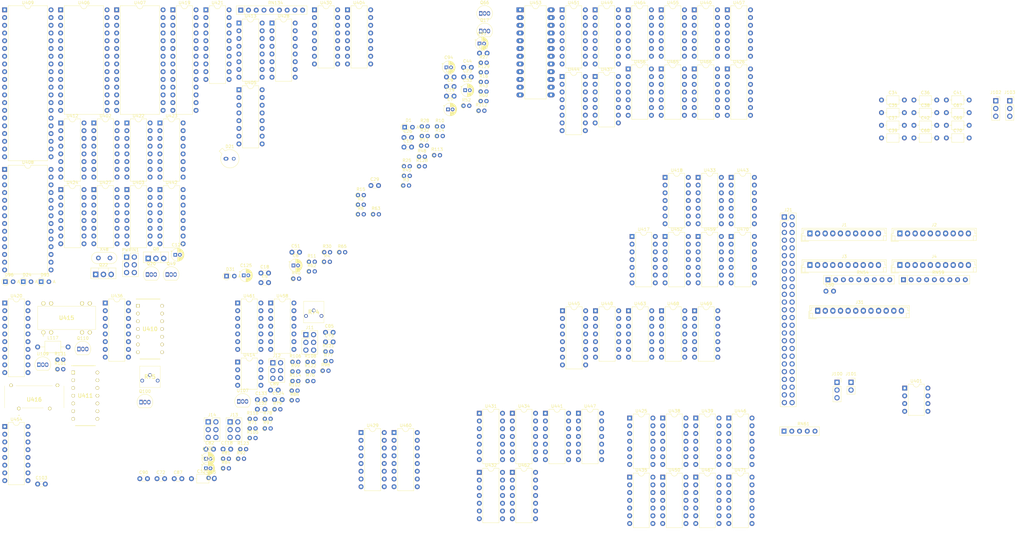
<source format=kicad_pcb>
(kicad_pcb (version 20171130) (host pcbnew "(5.1.6)-1")
  (layers (0 F.Cu signal) (31 B.Cu signal) (34 B.Paste user) (35 F.Paste user) (36 B.SilkS user) (37 F.SilkS user) (38 B.Mask user) (39 F.Mask user) (44 Edge.Cuts user))
  (net 0 "")
  (net 1 /TWO/+5I)
  (net 2 /TWO/+12I)
  (net 3 "Net-(C44-Pad2)")
  (net 4 "Net-(C64-Pad2)")
  (net 5 "Net-(C72-Pad1)")
  (net 6 "Net-(C73-Pad2)")
  (net 7 "Net-(C82-Pad2)")
  (net 8 "Net-(C82-Pad1)")
  (net 9 "Net-(C85-Pad2)")
  (net 10 "Net-(C85-Pad1)")
  (net 11 /ONE/IFT2)
  (net 12 "Net-(C87-Pad1)")
  (net 13 /ONE/IFT1)
  (net 14 "Net-(C89-Pad1)")
  (net 15 "Net-(C103-Pad2)")
  (net 16 "Net-(C90-Pad1)")
  (net 17 "Net-(C103-Pad1)")
  (net 18 /ONE/BIAS)
  (net 19 "Net-(C118-Pad2)")
  (net 20 /ONE/~FRM)
  (net 21 "Net-(C124-Pad1)")
  (net 22 VCC)
  (net 23 "Net-(C125-Pad1)")
  (net 24 "Net-(C127-Pad1)")
  (net 25 "Net-(C132-Pad1)")
  (net 26 "Net-(C133-Pad2)")
  (net 27 /TWO/-5v)
  (net 28 "Net-(D24-Pad2)")
  (net 29 "Net-(D31-Pad2)")
  (net 30 "Net-(D93-Pad1)")
  (net 31 "Net-(D96-Pad1)")
  (net 32 /ONE/TDTPLP0)
  (net 33 /ONE/~TMS1)
  (net 34 /ONE/TMS1)
  (net 35 /ONE/OTT1)
  (net 36 /ONE/TDTPLP1)
  (net 37 /ONE/~TMS2)
  (net 38 /ONE/TMS2)
  (net 39 /ONE/OTT2)
  (net 40 "Net-(PWRIN1-Pad4)")
  (net 41 "Net-(PWRIN1-Pad1)")
  (net 42 /ONE/CMPVID)
  (net 43 "Net-(Q17-Pad1)")
  (net 44 "Net-(Q20-Pad3)")
  (net 45 "Net-(Q49-Pad3)")
  (net 46 "Net-(Q66-Pad1)")
  (net 47 "Net-(Q66-Pad3)")
  (net 48 /TWO/~RAMENB)
  (net 49 /TWO/RAMINH)
  (net 50 /TWO/~ROMOV)
  (net 51 "Net-(R74-Pad3)")
  (net 52 "Net-(R74-Pad1)")
  (net 53 "Net-(R75-Pad3)")
  (net 54 "Net-(R75-Pad1)")
  (net 55 "Net-(R101-Pad2)")
  (net 56 "Net-(R101-Pad1)")
  (net 57 "Net-(R108-Pad2)")
  (net 58 "Net-(R112-Pad1)")
  (net 59 "Net-(R113-Pad1)")
  (net 60 "Net-(R121-Pad1)")
  (net 61 "Net-(R122-Pad2)")
  (net 62 "Net-(R131-Pad2)")
  (net 63 "Net-(U443-Pad8)")
  (net 64 "Net-(U462-Pad5)")
  (net 65 "Net-(U107-Pad1)")
  (net 66 /TWO/3.6M)
  (net 67 /TWO/ROW)
  (net 68 AB-6)
  (net 69 /TWO/64A)
  (net 70 "Net-(U402-Pad3)")
  (net 71 /TWO/TVAD)
  (net 72 "Net-(U402-Pad9)")
  (net 73 /TWO/3.5M)
  (net 74 "Net-(U403-Pad13)")
  (net 75 AB-11)
  (net 76 /TWO/32A)
  (net 77 "Net-(U403-Pad4)")
  (net 78 AB-12)
  (net 79 "Net-(U403-Pad3)")
  (net 80 AB-5)
  (net 81 /TWO/1.6M)
  (net 82 /TWO/3.4M)
  (net 83 AB-2)
  (net 84 "Net-(U404-Pad13)")
  (net 85 AB-9)
  (net 86 "Net-(U404-Pad12)")
  (net 87 "Net-(U404-Pad4)")
  (net 88 AB-10)
  (net 89 "Net-(U404-Pad3)")
  (net 90 AB-3)
  (net 91 /TWO/1.5M)
  (net 92 /TWO/1.3M)
  (net 93 AB-0)
  (net 94 "Net-(U405-Pad13)")
  (net 95 AB-7)
  (net 96 "Net-(U405-Pad12)")
  (net 97 "Net-(U405-Pad4)")
  (net 98 AB-8)
  (net 99 "Net-(U405-Pad3)")
  (net 100 AB-1)
  (net 101 /TWO/1.4M)
  (net 102 "Net-(U406-Pad27)")
  (net 103 "Net-(U406-Pad26)")
  (net 104 AB-4)
  (net 105 "Net-(U406-Pad1)")
  (net 106 "Net-(U408-Pad27)")
  (net 107 AB-13)
  (net 108 "Net-(U408-Pad1)")
  (net 109 AB-15)
  (net 110 AB-14)
  (net 111 "Net-(U410-Pad6)")
  (net 112 "Net-(U410-Pad5)")
  (net 113 "Net-(U410-Pad4)")
  (net 114 "Net-(U411-Pad10)")
  (net 115 "Net-(U411-Pad3)")
  (net 116 "Net-(U411-Pad2)")
  (net 117 /TWO/~UST)
  (net 118 /TWO/~COPINT)
  (net 119 "Net-(U413-Pad15)")
  (net 120 /TWO/~ENRG)
  (net 121 "Net-(U415-Pad13)")
  (net 122 "Net-(U415-Pad7)")
  (net 123 "Net-(U415-Pad1)")
  (net 124 "Net-(U417-Pad13)")
  (net 125 /TWO/K4)
  (net 126 /TWO/K6)
  (net 127 "Net-(U417-Pad5)")
  (net 128 "Net-(U417-Pad4)")
  (net 129 /TWO/K3)
  (net 130 "Net-(U417-Pad2)")
  (net 131 /TWO/K9)
  (net 132 "Net-(U418-Pad2)")
  (net 133 "Net-(U419-Pad25)")
  (net 134 /TWO/~COP)
  (net 135 /TWO/K7)
  (net 136 /TWO/K8)
  (net 137 /TWO/K2)
  (net 138 /TWO/K1)
  (net 139 "Net-(U419-Pad2)")
  (net 140 "Net-(U420-Pad2)")
  (net 141 /TWO/~CPRQG)
  (net 142 "Net-(U422-Pad15)")
  (net 143 "Net-(U422-Pad7)")
  (net 144 "Net-(U422-Pad10)")
  (net 145 "Net-(U422-Pad2)")
  (net 146 /TWO/~TVL)
  (net 147 "Net-(U423-Pad10)")
  (net 148 "Net-(U424-Pad3)")
  (net 149 "Net-(U425-Pad2)")
  (net 150 "Net-(U425-Pad12)")
  (net 151 "Net-(U425-Pad5)")
  (net 152 /TWO/~1\16)
  (net 153 "Net-(U426-Pad13)")
  (net 154 /ONE/RVF)
  (net 155 "Net-(U426-Pad9)")
  (net 156 "Net-(U426-Pad8)")
  (net 157 "Net-(U427-Pad4)")
  (net 158 /TWO/~TVCTL)
  (net 159 "Net-(U428-Pad14)")
  (net 160 "Net-(U428-Pad13)")
  (net 161 /TWO/EXRM1)
  (net 162 "Net-(U428-Pad12)")
  (net 163 /TWO/EXRM2)
  (net 164 /TWO/EXRM0)
  (net 165 /TWO/~EXP1)
  (net 166 /TWO/~USER)
  (net 167 /TWO/PR)
  (net 168 /TWO/~ENRG2)
  (net 169 /TWO/~CLDMA)
  (net 170 /TWO/CTR)
  (net 171 /TWO/~ANIN)
  (net 172 "Net-(U431-Pad11)")
  (net 173 "Net-(U431-Pad4)")
  (net 174 "Net-(U432-Pad3)")
  (net 175 "Net-(U433-Pad13)")
  (net 176 "Net-(U433-Pad6)")
  (net 177 "Net-(U433-Pad11)")
  (net 178 "Net-(U433-Pad3)")
  (net 179 /ONE/SOGRSR)
  (net 180 /ONE/SOVSR)
  (net 181 "Net-(U434-Pad13)")
  (net 182 "Net-(U434-Pad11)")
  (net 183 /ONE/CMSNC)
  (net 184 /ONE/HSYNC)
  (net 185 "Net-(U434-Pad1)")
  (net 186 "Net-(U435-Pad1)")
  (net 187 /ONE/~LDVSR)
  (net 188 "Net-(U436-Pad2)")
  (net 189 /ONE/TXTQ)
  (net 190 "Net-(U437-Pad3)")
  (net 191 /ONE/TXT)
  (net 192 "Net-(U437-Pad8)")
  (net 193 "Net-(U438-Pad5)")
  (net 194 "Net-(U438-Pad4)")
  (net 195 "Net-(U438-Pad10)")
  (net 196 "Net-(U438-Pad3)")
  (net 197 /ONE/~TVSD)
  (net 198 "Net-(U439-Pad3)")
  (net 199 /ONE/LDSR)
  (net 200 "Net-(U440-Pad11)")
  (net 201 "Net-(U440-Pad1)")
  (net 202 "Net-(U441-Pad10)")
  (net 203 "Net-(U441-Pad3)")
  (net 204 "Net-(U441-Pad1)")
  (net 205 "Net-(U442-Pad15)")
  (net 206 /TWO/~ROM0)
  (net 207 "Net-(U442-Pad14)")
  (net 208 "Net-(U442-Pad13)")
  (net 209 "Net-(U442-Pad12)")
  (net 210 "Net-(U442-Pad11)")
  (net 211 /TWO/~ROM2)
  (net 212 /TWO/~ROM1)
  (net 213 "Net-(U443-Pad5)")
  (net 214 "Net-(U443-Pad4)")
  (net 215 "Net-(U443-Pad3)")
  (net 216 "Net-(U443-Pad2)")
  (net 217 "Net-(U443-Pad1)")
  (net 218 "Net-(U444-Pad11)")
  (net 219 "Net-(U444-Pad3)")
  (net 220 /ONE/~32)
  (net 221 "Net-(U446-Pad6)")
  (net 222 "Net-(U446-Pad5)")
  (net 223 "Net-(U446-Pad10)")
  (net 224 "Net-(U446-Pad4)")
  (net 225 "Net-(U446-Pad3)")
  (net 226 "Net-(U447-Pad12)")
  (net 227 "Net-(U447-Pad4)")
  (net 228 "Net-(U447-Pad10)")
  (net 229 "Net-(U447-Pad9)")
  (net 230 "Net-(U447-Pad8)")
  (net 231 "Net-(U448-Pad12)")
  (net 232 "Net-(U448-Pad8)")
  (net 233 "Net-(U448-Pad1)")
  (net 234 "Net-(U449-Pad7)")
  (net 235 "Net-(U449-Pad6)")
  (net 236 "Net-(U449-Pad5)")
  (net 237 "Net-(U449-Pad4)")
  (net 238 "Net-(U449-Pad3)")
  (net 239 "Net-(U449-Pad2)")
  (net 240 "Net-(U450-Pad13)")
  (net 241 "Net-(U450-Pad5)")
  (net 242 "Net-(U451-Pad5)")
  (net 243 "Net-(U455-Pad6)")
  (net 244 "Net-(U455-Pad8)")
  (net 245 "Net-(U457-Pad13)")
  (net 246 "Net-(U457-Pad5)")
  (net 247 /ONE/~RSTFRM)
  (net 248 "Net-(U458-Pad14)")
  (net 249 "Net-(U458-Pad2)")
  (net 250 "Net-(U459-Pad13)")
  (net 251 /ONE/~1\2)
  (net 252 "Net-(U460-Pad7)")
  (net 253 "Net-(U460-Pad2)")
  (net 254 "Net-(U461-Pad13)")
  (net 255 "Net-(U461-Pad12)")
  (net 256 "Net-(U461-Pad3)")
  (net 257 "Net-(U461-Pad10)")
  (net 258 "Net-(U464-Pad12)")
  (net 259 "Net-(U464-Pad4)")
  (net 260 "Net-(U464-Pad9)")
  (net 261 /TWO/CPRQ)
  (net 262 "Net-(U465-Pad13)")
  (net 263 "Net-(U465-Pad2)")
  (net 264 "Net-(U466-Pad2)")
  (net 265 "Net-(U466-Pad1)")
  (net 266 "Net-(U467-Pad5)")
  (net 267 "Net-(U468-Pad13)")
  (net 268 "Net-(U468-Pad5)")
  (net 269 "Net-(D21-Pad1)")
  (net 270 DB-0)
  (net 271 DB-1)
  (net 272 DB-2)
  (net 273 DB-3)
  (net 274 DB-4)
  (net 275 DB-5)
  (net 276 DB-6)
  (net 277 DB-7)
  (net 278 ~TM1)
  (net 279 ~TM2)
  (net 280 /TWO/AB-15G)
  (net 281 ~MREQ)
  (net 282 ~IOREQ)
  (net 283 ~RD)
  (net 284 ~WR)
  (net 285 ~INT)
  (net 286 ~BUSRQ)
  (net 287 TDO)
  (net 288 ~M1)
  (net 289 ~RESET)
  (net 290 ~CTSD)
  (net 291 ~CTSP)
  (net 292 ~RTSD)
  (net 293 PO)
  (net 294 PWRUP)
  (net 295 ~CLKINT)
  (net 296 TPIN)
  (net 297 TVP)
  (net 298 TDI)
  (net 299 RD5)
  (net 300 RD2)
  (net 301 RD4)
  (net 302 RD3)
  (net 303 RD1)
  (net 304 RD6)
  (net 305 RD0)
  (net 306 RD7)
  (net 307 /TWO/~CLUSA)
  (net 308 /TWO/~EXP0)
  (net 309 "Net-(U453-Pad23)")
  (net 310 "Net-(U453-Pad22)")
  (net 311 "Net-(U453-Pad19)")
  (net 312 ~TVCLK)
  (net 313 1\8)
  (net 314 ~CKVSR)
  (net 315 /ONE/LDB-7)
  (net 316 /ONE/LDB-3)
  (net 317 /ONE/LDB-6)
  (net 318 /ONE/LDB-2)
  (net 319 /ONE/LDB-5)
  (net 320 /ONE/LDB-1)
  (net 321 /ONE/LDB-4)
  (net 322 /ONE/LDB-0)
  (net 323 /ONE/LAB-0)
  (net 324 /ONE/LAB-1)
  (net 325 /ONE/LAB-2)
  (net 326 /ONE/LAB-3)
  (net 327 /ONE/LAB-4)
  (net 328 /ONE/LAB-5)
  (net 329 /ONE/LAB-6)
  (net 330 /ONE/LAB-7)
  (net 331 "Net-(C5-Pad2)")
  (net 332 "Net-(C5-Pad1)")
  (net 333 +12)
  (net 334 "Net-(C9-Pad1)")
  (net 335 "Net-(C12-Pad2)")
  (net 336 "Net-(C12-Pad1)")
  (net 337 -12I)
  (net 338 "Net-(C23-Pad1)")
  (net 339 "Net-(C51-Pad2)")
  (net 340 "Net-(C51-Pad1)")
  (net 341 /TWO/FCTR)
  (net 342 80L)
  (net 343 /TWO/~A14M)
  (net 344 ~GR)
  (net 345 /TWO/~BUSAK)
  (net 346 /TWO/~RFSH)
  (net 347 LLVD)
  (net 348 FP)
  (net 349 CSYNC)
  (net 350 FRM)
  (net 351 1\4)
  (net 352 ~TVS)
  (net 353 1\2)
  (net 354 "Net-(J11-Pad5)")
  (net 355 "Net-(J11-Pad4)")
  (net 356 "Net-(J11-Pad3)")
  (net 357 "Net-(J11-Pad2)")
  (net 358 "Net-(J11-Pad1)")
  (net 359 "Net-(J12-Pad3)")
  (net 360 "Net-(J12-Pad4)")
  (net 361 "Net-(J12-Pad2)")
  (net 362 "Net-(J12-Pad1)")
  (net 363 /TWO/PRTOV)
  (net 364 /TWO/~HALT)
  (net 365 /TWO/~NMI)
  (net 366 /TWO/~WAIT)
  (net 367 /TWO/RMSL)
  (net 368 "Net-(Q110-Pad1)")
  (net 369 "Net-(R71-Pad2)")
  (net 370 "Net-(RN54-Pad9)")
  (net 371 "Net-(RN54-Pad8)")
  (net 372 "Net-(RN54-Pad7)")
  (net 373 "Net-(RN54-Pad5)")
  (net 374 "Net-(RN54-Pad4)")
  (net 375 "Net-(RN54-Pad3)")
  (net 376 "Net-(RN54-Pad2)")
  (net 377 DO)
  (net 378 /TWO/~CLK)
  (net 379 ~FRMR)
  (net 380 RV)
  (net 381 "Net-(U427-Pad5)")
  (net 382 FS)
  (net 383 /TWO/32\40)
  (net 384 ~CLCLK)
  (net 385 /TWO/~ACIA)
  (net 386 ~VDLD)
  (net 387 GR)
  (net 388 "Net-(U441-Pad11)")
  (net 389 "Net-(U443-Pad6)")
  (net 390 "Net-(U447-Pad5)")
  (net 391 K12)
  (net 392 V0A)
  (net 393 TVSD)
  (net 394 K11)
  (net 395 "Net-(U402-Pad12)")
  (net 396 RDDK)
  (net 397 UCR)
  (net 398 RC3)
  (net 399 RC1)
  (net 400 RC2)
  (net 401 RC0)
  (net 402 /TWO/1\8C)
  (net 403 BUSRQ)
  (net 404 "Net-(J100-Pad2)")
  (net 405 "Net-(J101-Pad2)")
  (net 406 "Net-(C50-Pad2)")
  (net 407 "Net-(J102-Pad2)")
  (net 408 "Net-(J103-Pad2)")
  (net 409 "Net-(RN61-Pad4)")
  (net 410 "Net-(RN61-Pad3)")
  (net 411 "Net-(RN61-Pad2)")
  (module Package_DIP:DIP-20_W7.62mm (layer F.Cu) (at 97.53 16.735)
    (fp_text reference U421 (at 3.81 -2.33) (layer F.SilkS))
    (fp_text value 74LS245)
    (pad 20 thru_hole oval (at 7.62 0) (size 1.6 1.6) (drill 0.8) (layers *.Cu *.Mask) (net 22 VCC))
    (pad 10 thru_hole oval (at 0 22.86) (size 1.6 1.6) (drill 0.8) (layers *.Cu *.Mask) (net 391 K12))
    (pad 19 thru_hole oval (at 7.62 2.54) (size 1.6 1.6) (drill 0.8) (layers *.Cu *.Mask) (net 141 /TWO/~CPRQG))
    (pad 9 thru_hole oval (at 0 20.32) (size 1.6 1.6) (drill 0.8) (layers *.Cu *.Mask) (net 270 DB-0))
    (pad 18 thru_hole oval (at 7.62 5.08) (size 1.6 1.6) (drill 0.8) (layers *.Cu *.Mask) (net 306 RD7))
    (pad 8 thru_hole oval (at 0 17.78) (size 1.6 1.6) (drill 0.8) (layers *.Cu *.Mask) (net 271 DB-1))
    (pad 17 thru_hole oval (at 7.62 7.62) (size 1.6 1.6) (drill 0.8) (layers *.Cu *.Mask) (net 304 RD6))
    (pad 7 thru_hole oval (at 0 15.24) (size 1.6 1.6) (drill 0.8) (layers *.Cu *.Mask) (net 272 DB-2))
    (pad 16 thru_hole oval (at 7.62 10.16) (size 1.6 1.6) (drill 0.8) (layers *.Cu *.Mask) (net 299 RD5))
    (pad 6 thru_hole oval (at 0 12.7) (size 1.6 1.6) (drill 0.8) (layers *.Cu *.Mask) (net 273 DB-3))
    (pad 15 thru_hole oval (at 7.62 12.7) (size 1.6 1.6) (drill 0.8) (layers *.Cu *.Mask) (net 301 RD4))
    (pad 5 thru_hole oval (at 0 10.16) (size 1.6 1.6) (drill 0.8) (layers *.Cu *.Mask) (net 274 DB-4))
    (pad 14 thru_hole oval (at 7.62 15.24) (size 1.6 1.6) (drill 0.8) (layers *.Cu *.Mask) (net 302 RD3))
    (pad 4 thru_hole oval (at 0 7.62) (size 1.6 1.6) (drill 0.8) (layers *.Cu *.Mask) (net 275 DB-5))
    (pad 13 thru_hole oval (at 7.62 17.78) (size 1.6 1.6) (drill 0.8) (layers *.Cu *.Mask) (net 300 RD2))
    (pad 3 thru_hole oval (at 0 5.08) (size 1.6 1.6) (drill 0.8) (layers *.Cu *.Mask) (net 276 DB-6))
    (pad 12 thru_hole oval (at 7.62 20.32) (size 1.6 1.6) (drill 0.8) (layers *.Cu *.Mask) (net 303 RD1))
    (pad 2 thru_hole oval (at 0 2.54) (size 1.6 1.6) (drill 0.8) (layers *.Cu *.Mask) (net 277 DB-7))
    (pad 11 thru_hole oval (at 7.62 22.86) (size 1.6 1.6) (drill 0.8) (layers *.Cu *.Mask) (net 305 RD0))
    (pad 1 thru_hole rect (at 0 0) (size 1.6 1.6) (drill 0.8) (layers *.Cu *.Mask) (net 283 ~RD))
  )
  (module SamacSys_Parts_l:HE751A0510 (layer F.Cu) (at 36.08 147.669)
    (fp_text reference U416 (at 5.08 -2.945) (layer F.SilkS) (effects (font (size 1.27 1.27) (thickness 0.254))))
    (fp_text value HE751A0510 hide)
    (pad 14 thru_hole circle (at -2.54 -7.62 90) (size 1.118 1.118) (drill 0.61) (layers *.Cu *.Mask F.SilkS) (net 9 "Net-(C85-Pad2)"))
    (pad 8 thru_hole circle (at 12.7 -7.62 90) (size 1.118 1.118) (drill 0.61) (layers *.Cu *.Mask F.SilkS) (net 33 /ONE/~TMS1))
    (pad 6 thru_hole circle (at 10.16 0 90) (size 1.118 1.118) (drill 0.61) (layers *.Cu *.Mask F.SilkS) (net 278 ~TM1))
    (pad 2 thru_hole circle (at 0 0 90) (size 1.118 1.118) (drill 0.61) (layers *.Cu *.Mask F.SilkS) (net 22 VCC))
  )
  (module SamacSys_Parts_l:HE721A0510 (layer F.Cu) (at 44.16 122.67)
    (fp_text reference U415 (at 7.62 -4.76) (layer F.SilkS) (effects (font (size 1.27 1.27) (thickness 0.254))))
    (fp_text value HE721A0530 hide)
    (pad 14 thru_hole circle (at 0 -9.52 90) (size 1.32 1.32) (drill 0.77) (layers *.Cu *.Mask F.SilkS) (net 7 "Net-(C82-Pad2)"))
    (pad 13 thru_hole circle (at 2.54 -9.52 90) (size 1.32 1.32) (drill 0.77) (layers *.Cu *.Mask F.SilkS) (net 121 "Net-(U415-Pad13)"))
    (pad 9 thru_hole circle (at 12.7 -9.52 90) (size 1.32 1.32) (drill 0.77) (layers *.Cu *.Mask F.SilkS) (net 391 K12))
    (pad 8 thru_hole circle (at 15.24 -9.52 90) (size 1.32 1.32) (drill 0.77) (layers *.Cu *.Mask F.SilkS) (net 37 /ONE/~TMS2))
    (pad 7 thru_hole circle (at 15.24 0 90) (size 1.32 1.32) (drill 0.77) (layers *.Cu *.Mask F.SilkS) (net 122 "Net-(U415-Pad7)"))
    (pad 6 thru_hole circle (at 12.7 0 90) (size 1.32 1.32) (drill 0.77) (layers *.Cu *.Mask F.SilkS) (net 279 ~TM2))
    (pad 2 thru_hole circle (at 2.54 0 90) (size 1.32 1.32) (drill 0.77) (layers *.Cu *.Mask F.SilkS) (net 22 VCC))
    (pad 1 thru_hole circle (at 0 0 90) (size 1.32 1.32) (drill 0.77) (layers *.Cu *.Mask F.SilkS) (net 123 "Net-(U415-Pad1)"))
  )
  (module SamacSys_Parts_l:DIP794W53P254L1930H508Q14N (layer F.Cu) (at 57.935 143.46)
    (fp_text reference U411 (at 0 0) (layer F.SilkS) (effects (font (size 1.27 1.27) (thickness 0.254))))
    (fp_text value MC1488N hide)
    (pad 14 thru_hole circle (at 3.97 -7.62 90) (size 1.13 1.13) (drill 0.73) (layers *.Cu *.Mask F.SilkS) (net 333 +12))
    (pad 13 thru_hole circle (at 3.97 -5.08 90) (size 1.13 1.13) (drill 0.73) (layers *.Cu *.Mask F.SilkS) (net 292 ~RTSD))
    (pad 12 thru_hole circle (at 3.97 -2.54 90) (size 1.13 1.13) (drill 0.73) (layers *.Cu *.Mask F.SilkS) (net 292 ~RTSD))
    (pad 11 thru_hole circle (at 3.97 0 90) (size 1.13 1.13) (drill 0.73) (layers *.Cu *.Mask F.SilkS) (net 359 "Net-(J12-Pad3)"))
    (pad 10 thru_hole circle (at 3.97 2.54 90) (size 1.13 1.13) (drill 0.73) (layers *.Cu *.Mask F.SilkS) (net 114 "Net-(U411-Pad10)"))
    (pad 9 thru_hole circle (at 3.97 5.08 90) (size 1.13 1.13) (drill 0.73) (layers *.Cu *.Mask F.SilkS) (net 293 PO))
    (pad 8 thru_hole circle (at 3.97 7.62 90) (size 1.13 1.13) (drill 0.73) (layers *.Cu *.Mask F.SilkS) (net 355 "Net-(J11-Pad4)"))
    (pad 7 thru_hole circle (at -3.97 7.62 90) (size 1.13 1.13) (drill 0.73) (layers *.Cu *.Mask F.SilkS) (net 391 K12))
    (pad 6 thru_hole circle (at -3.97 5.08 90) (size 1.13 1.13) (drill 0.73) (layers *.Cu *.Mask F.SilkS) (net 360 "Net-(J12-Pad4)"))
    (pad 5 thru_hole circle (at -3.97 2.54 90) (size 1.13 1.13) (drill 0.73) (layers *.Cu *.Mask F.SilkS) (net 377 DO))
    (pad 4 thru_hole circle (at -3.97 0 90) (size 1.13 1.13) (drill 0.73) (layers *.Cu *.Mask F.SilkS) (net 377 DO))
    (pad 3 thru_hole circle (at -3.97 -2.54 90) (size 1.13 1.13) (drill 0.73) (layers *.Cu *.Mask F.SilkS) (net 115 "Net-(U411-Pad3)"))
    (pad 2 thru_hole circle (at -3.97 -5.08 90) (size 1.13 1.13) (drill 0.73) (layers *.Cu *.Mask F.SilkS) (net 116 "Net-(U411-Pad2)"))
    (pad 1 thru_hole rect (at -3.97 -7.62 90) (size 1.13 1.13) (drill 0.73) (layers *.Cu *.Mask F.SilkS) (net 337 -12I))
  )
  (module SamacSys_Parts_l:DIP794W53P254L1930H508Q14N (layer F.Cu) (at 79.175 121.56)
    (fp_text reference U410 (at 0 0) (layer F.SilkS) (effects (font (size 1.27 1.27) (thickness 0.254))))
    (fp_text value MC1489N hide)
    (pad 14 thru_hole circle (at 3.97 -7.62 90) (size 1.13 1.13) (drill 0.73) (layers *.Cu *.Mask F.SilkS) (net 22 VCC))
    (pad 13 thru_hole circle (at 3.97 -5.08 90) (size 1.13 1.13) (drill 0.73) (layers *.Cu *.Mask F.SilkS) (net 361 "Net-(J12-Pad2)"))
    (pad 12 thru_hole circle (at 3.97 -2.54 90) (size 1.13 1.13) (drill 0.73) (layers *.Cu *.Mask F.SilkS) (net 410 "Net-(RN61-Pad3)"))
    (pad 11 thru_hole circle (at 3.97 0 90) (size 1.13 1.13) (drill 0.73) (layers *.Cu *.Mask F.SilkS) (net 290 ~CTSD))
    (pad 10 thru_hole circle (at 3.97 2.54 90) (size 1.13 1.13) (drill 0.73) (layers *.Cu *.Mask F.SilkS) (net 357 "Net-(J11-Pad2)"))
    (pad 9 thru_hole circle (at 3.97 5.08 90) (size 1.13 1.13) (drill 0.73) (layers *.Cu *.Mask F.SilkS) (net 409 "Net-(RN61-Pad4)"))
    (pad 8 thru_hole circle (at 3.97 7.62 90) (size 1.13 1.13) (drill 0.73) (layers *.Cu *.Mask F.SilkS) (net 291 ~CTSP))
    (pad 7 thru_hole circle (at -3.97 7.62 90) (size 1.13 1.13) (drill 0.73) (layers *.Cu *.Mask F.SilkS) (net 391 K12))
    (pad 6 thru_hole circle (at -3.97 5.08 90) (size 1.13 1.13) (drill 0.73) (layers *.Cu *.Mask F.SilkS) (net 111 "Net-(U410-Pad6)"))
    (pad 5 thru_hole circle (at -3.97 2.54 90) (size 1.13 1.13) (drill 0.73) (layers *.Cu *.Mask F.SilkS) (net 112 "Net-(U410-Pad5)"))
    (pad 4 thru_hole circle (at -3.97 0 90) (size 1.13 1.13) (drill 0.73) (layers *.Cu *.Mask F.SilkS) (net 113 "Net-(U410-Pad4)"))
    (pad 3 thru_hole circle (at -3.97 -2.54 90) (size 1.13 1.13) (drill 0.73) (layers *.Cu *.Mask F.SilkS) (net 396 RDDK))
    (pad 2 thru_hole circle (at -3.97 -5.08 90) (size 1.13 1.13) (drill 0.73) (layers *.Cu *.Mask F.SilkS) (net 411 "Net-(RN61-Pad2)"))
    (pad 1 thru_hole rect (at -3.97 -7.62 90) (size 1.13 1.13) (drill 0.73) (layers *.Cu *.Mask F.SilkS) (net 362 "Net-(J12-Pad1)"))
  )
  (module Connector_PinSocket_2.54mm:PinSocket_1x03_P2.54mm_Vertical (layer F.Cu) (at 361.535 46.605)
    (fp_text reference J103 (at 0 -2.77) (layer F.SilkS))
    (fp_text value Conn_01x03)
    (pad 3 thru_hole oval (at 0 5.08) (size 1.7 1.7) (drill 1) (layers *.Cu *.Mask) (net 397 UCR))
    (pad 2 thru_hole oval (at 0 2.54) (size 1.7 1.7) (drill 1) (layers *.Cu *.Mask) (net 408 "Net-(J103-Pad2)"))
    (pad 1 thru_hole rect (at 0 0) (size 1.7 1.7) (drill 1) (layers *.Cu *.Mask) (net 391 K12))
  )
  (module Connector_PinSocket_2.54mm:PinSocket_1x03_P2.54mm_Vertical (layer F.Cu) (at 356.935 46.605)
    (fp_text reference J102 (at 0 -2.77) (layer F.SilkS))
    (fp_text value Conn_01x03)
    (pad 3 thru_hole oval (at 0 5.08) (size 1.7 1.7) (drill 1) (layers *.Cu *.Mask) (net 397 UCR))
    (pad 2 thru_hole oval (at 0 2.54) (size 1.7 1.7) (drill 1) (layers *.Cu *.Mask) (net 407 "Net-(J102-Pad2)"))
    (pad 1 thru_hole rect (at 0 0) (size 1.7 1.7) (drill 1) (layers *.Cu *.Mask) (net 391 K12))
  )
  (module Capacitor_THT:CP_Radial_D4.0mm_P1.50mm (layer F.Cu) (at 87.48 97.185)
    (fp_text reference C127 (at 0.75 -3.25) (layer F.SilkS))
    (fp_text value 10uf)
    (pad 2 thru_hole circle (at 1.5 0) (size 1.2 1.2) (drill 0.6) (layers *.Cu *.Mask) (net 22 VCC))
    (pad 1 thru_hole rect (at 0 0) (size 1.2 1.2) (drill 0.6) (layers *.Cu *.Mask) (net 24 "Net-(C127-Pad1)"))
  )
  (module Capacitor_THT:CP_Radial_D4.0mm_P1.50mm (layer F.Cu) (at 109.96 103.935)
    (fp_text reference C125 (at 0.75 -3.25) (layer F.SilkS))
    (fp_text value 10uf)
    (pad 2 thru_hole circle (at 1.5 0) (size 1.2 1.2) (drill 0.6) (layers *.Cu *.Mask) (net 22 VCC))
    (pad 1 thru_hole rect (at 0 0) (size 1.2 1.2) (drill 0.6) (layers *.Cu *.Mask) (net 23 "Net-(C125-Pad1)"))
  )
  (module Capacitor_THT:C_Axial_L3.8mm_D2.6mm_P7.50mm_Horizontal (layer F.Cu) (at 92.78 170.715)
    (fp_text reference C120 (at 3.75 -2.42) (layer F.SilkS))
    (fp_text value "0.1uF 50V")
    (pad 2 thru_hole oval (at 7.5 0) (size 1.6 1.6) (drill 0.8) (layers *.Cu *.Mask) (net 19 "Net-(C118-Pad2)"))
    (pad 1 thru_hole circle (at 0 0) (size 1.6 1.6) (drill 0.8) (layers *.Cu *.Mask) (net 391 K12))
  )
  (module Capacitor_THT:CP_Radial_D4.0mm_P1.50mm (layer F.Cu) (at 97.53 167.315)
    (fp_text reference C119 (at 0.75 -3.25) (layer F.SilkS))
    (fp_text value 47uf)
    (pad 2 thru_hole circle (at 1.5 0) (size 1.2 1.2) (drill 0.6) (layers *.Cu *.Mask) (net 19 "Net-(C118-Pad2)"))
    (pad 1 thru_hole rect (at 0 0) (size 1.2 1.2) (drill 0.6) (layers *.Cu *.Mask) (net 391 K12))
  )
  (module Capacitor_THT:CP_Radial_D4.0mm_P1.50mm (layer F.Cu) (at 97.53 164.165)
    (fp_text reference C104 (at 0.75 -3.25) (layer F.SilkS))
    (fp_text value 47uf)
    (pad 2 thru_hole circle (at 1.5 0) (size 1.2 1.2) (drill 0.6) (layers *.Cu *.Mask) (net 18 /ONE/BIAS))
    (pad 1 thru_hole rect (at 0 0) (size 1.2 1.2) (drill 0.6) (layers *.Cu *.Mask) (net 391 K12))
  )
  (module Capacitor_THT:CP_Radial_D4.0mm_P1.50mm (layer F.Cu) (at 187.38 27.815)
    (fp_text reference C95 (at 0.75 -3.25) (layer F.SilkS))
    (fp_text value 47uf)
    (pad 2 thru_hole circle (at 1.5 0) (size 1.2 1.2) (drill 0.6) (layers *.Cu *.Mask) (net 391 K12))
    (pad 1 thru_hole rect (at 0 0) (size 1.2 1.2) (drill 0.6) (layers *.Cu *.Mask) (net 279 ~TM2))
  )
  (module Capacitor_THT:CP_Radial_D4.0mm_P1.50mm (layer F.Cu) (at 176.53 35.635)
    (fp_text reference C94 (at 0.75 -3.25) (layer F.SilkS))
    (fp_text value 47uf)
    (pad 2 thru_hole circle (at 1.5 0) (size 1.2 1.2) (drill 0.6) (layers *.Cu *.Mask) (net 391 K12))
    (pad 1 thru_hole rect (at 0 0) (size 1.2 1.2) (drill 0.6) (layers *.Cu *.Mask) (net 278 ~TM1))
  )
  (module Capacitor_THT:C_Axial_L3.8mm_D2.6mm_P7.50mm_Horizontal (layer F.Cu) (at 340.705 58.805)
    (fp_text reference C70 (at 3.75 -2.42) (layer F.SilkS))
    (fp_text value "0.1uF 50V")
    (pad 2 thru_hole oval (at 7.5 0) (size 1.6 1.6) (drill 0.8) (layers *.Cu *.Mask) (net 391 K12))
    (pad 1 thru_hole circle (at 0 0) (size 1.6 1.6) (drill 0.8) (layers *.Cu *.Mask) (net 22 VCC))
  )
  (module Capacitor_THT:C_Axial_L3.8mm_D2.6mm_P7.50mm_Horizontal (layer F.Cu) (at 340.705 54.655)
    (fp_text reference C69 (at 3.75 -2.42) (layer F.SilkS))
    (fp_text value "0.1uF 50V")
    (pad 2 thru_hole oval (at 7.5 0) (size 1.6 1.6) (drill 0.8) (layers *.Cu *.Mask) (net 391 K12))
    (pad 1 thru_hole circle (at 0 0) (size 1.6 1.6) (drill 0.8) (layers *.Cu *.Mask) (net 22 VCC))
  )
  (module Capacitor_THT:C_Axial_L3.8mm_D2.6mm_P7.50mm_Horizontal (layer F.Cu) (at 330.055 58.805)
    (fp_text reference C68 (at 3.75 -2.42) (layer F.SilkS))
    (fp_text value "0.1uF 50V")
    (pad 2 thru_hole oval (at 7.5 0) (size 1.6 1.6) (drill 0.8) (layers *.Cu *.Mask) (net 391 K12))
    (pad 1 thru_hole circle (at 0 0) (size 1.6 1.6) (drill 0.8) (layers *.Cu *.Mask) (net 22 VCC))
  )
  (module Capacitor_THT:C_Axial_L3.8mm_D2.6mm_P7.50mm_Horizontal (layer F.Cu) (at 340.705 50.505)
    (fp_text reference C67 (at 3.75 -2.42) (layer F.SilkS))
    (fp_text value "0.1uF 50V")
    (pad 2 thru_hole oval (at 7.5 0) (size 1.6 1.6) (drill 0.8) (layers *.Cu *.Mask) (net 391 K12))
    (pad 1 thru_hole circle (at 0 0) (size 1.6 1.6) (drill 0.8) (layers *.Cu *.Mask) (net 22 VCC))
  )
  (module Capacitor_THT:C_Axial_L3.8mm_D2.6mm_P7.50mm_Horizontal (layer F.Cu) (at 330.055 54.655)
    (fp_text reference C42 (at 3.75 -2.42) (layer F.SilkS))
    (fp_text value "0.1uF 50V")
    (pad 2 thru_hole oval (at 7.5 0) (size 1.6 1.6) (drill 0.8) (layers *.Cu *.Mask) (net 391 K12))
    (pad 1 thru_hole circle (at 0 0) (size 1.6 1.6) (drill 0.8) (layers *.Cu *.Mask) (net 22 VCC))
  )
  (module Capacitor_THT:C_Axial_L3.8mm_D2.6mm_P7.50mm_Horizontal (layer F.Cu) (at 340.705 46.355)
    (fp_text reference C41 (at 3.75 -2.42) (layer F.SilkS))
    (fp_text value "0.1uF 50V")
    (pad 2 thru_hole oval (at 7.5 0) (size 1.6 1.6) (drill 0.8) (layers *.Cu *.Mask) (net 391 K12))
    (pad 1 thru_hole circle (at 0 0) (size 1.6 1.6) (drill 0.8) (layers *.Cu *.Mask) (net 22 VCC))
  )
  (module Capacitor_THT:C_Axial_L3.8mm_D2.6mm_P7.50mm_Horizontal (layer F.Cu) (at 319.405 58.805)
    (fp_text reference C39 (at 3.75 -2.42) (layer F.SilkS))
    (fp_text value "0.1uF 50V")
    (pad 2 thru_hole oval (at 7.5 0) (size 1.6 1.6) (drill 0.8) (layers *.Cu *.Mask) (net 391 K12))
    (pad 1 thru_hole circle (at 0 0) (size 1.6 1.6) (drill 0.8) (layers *.Cu *.Mask) (net 22 VCC))
  )
  (module Capacitor_THT:C_Axial_L3.8mm_D2.6mm_P7.50mm_Horizontal (layer F.Cu) (at 330.055 50.505)
    (fp_text reference C38 (at 3.75 -2.42) (layer F.SilkS))
    (fp_text value "0.1uF 50V")
    (pad 2 thru_hole oval (at 7.5 0) (size 1.6 1.6) (drill 0.8) (layers *.Cu *.Mask) (net 391 K12))
    (pad 1 thru_hole circle (at 0 0) (size 1.6 1.6) (drill 0.8) (layers *.Cu *.Mask) (net 22 VCC))
  )
  (module Capacitor_THT:C_Axial_L3.8mm_D2.6mm_P7.50mm_Horizontal (layer F.Cu) (at 319.405 54.655)
    (fp_text reference C37 (at 3.75 -2.42) (layer F.SilkS))
    (fp_text value "0.1uF 50V")
    (pad 2 thru_hole oval (at 7.5 0) (size 1.6 1.6) (drill 0.8) (layers *.Cu *.Mask) (net 391 K12))
    (pad 1 thru_hole circle (at 0 0) (size 1.6 1.6) (drill 0.8) (layers *.Cu *.Mask) (net 22 VCC))
  )
  (module Capacitor_THT:C_Axial_L3.8mm_D2.6mm_P7.50mm_Horizontal (layer F.Cu) (at 330.055 46.355)
    (fp_text reference C36 (at 3.75 -2.42) (layer F.SilkS))
    (fp_text value "0.1uF 50V")
    (pad 2 thru_hole oval (at 7.5 0) (size 1.6 1.6) (drill 0.8) (layers *.Cu *.Mask) (net 391 K12))
    (pad 1 thru_hole circle (at 0 0) (size 1.6 1.6) (drill 0.8) (layers *.Cu *.Mask) (net 22 VCC))
  )
  (module Capacitor_THT:C_Axial_L3.8mm_D2.6mm_P7.50mm_Horizontal (layer F.Cu) (at 319.405 50.505)
    (fp_text reference C35 (at 3.75 -2.42) (layer F.SilkS))
    (fp_text value "0.1uF 50V")
    (pad 2 thru_hole oval (at 7.5 0) (size 1.6 1.6) (drill 0.8) (layers *.Cu *.Mask) (net 391 K12))
    (pad 1 thru_hole circle (at 0 0) (size 1.6 1.6) (drill 0.8) (layers *.Cu *.Mask) (net 22 VCC))
  )
  (module Capacitor_THT:C_Axial_L3.8mm_D2.6mm_P7.50mm_Horizontal (layer F.Cu) (at 319.405 46.355)
    (fp_text reference C34 (at 3.75 -2.42) (layer F.SilkS))
    (fp_text value "0.1uF 50V")
    (pad 2 thru_hole oval (at 7.5 0) (size 1.6 1.6) (drill 0.8) (layers *.Cu *.Mask) (net 391 K12))
    (pad 1 thru_hole circle (at 0 0) (size 1.6 1.6) (drill 0.8) (layers *.Cu *.Mask) (net 22 VCC))
  )
  (module Connector_PinSocket_2.54mm:PinSocket_1x02_P2.54mm_Vertical (layer F.Cu) (at 309.4 139.065)
    (fp_text reference J101 (at 0 -2.77) (layer F.SilkS))
    (fp_text value Conn_01x02)
    (pad 2 thru_hole oval (at 0 2.54) (size 1.7 1.7) (drill 1) (layers *.Cu *.Mask) (net 405 "Net-(J101-Pad2)"))
    (pad 1 thru_hole rect (at 0 0) (size 1.7 1.7) (drill 1) (layers *.Cu *.Mask) (net 379 ~FRMR))
  )
  (module Connector_PinSocket_2.54mm:PinSocket_1x03_P2.54mm_Vertical (layer F.Cu) (at 304.8 139.065)
    (fp_text reference J100 (at 0 -2.77) (layer F.SilkS))
    (fp_text value Conn_01x03)
    (pad 3 thru_hole oval (at 0 5.08) (size 1.7 1.7) (drill 1) (layers *.Cu *.Mask) (net 107 AB-13))
    (pad 2 thru_hole oval (at 0 2.54) (size 1.7 1.7) (drill 1) (layers *.Cu *.Mask) (net 404 "Net-(J100-Pad2)"))
    (pad 1 thru_hole rect (at 0 0) (size 1.7 1.7) (drill 1) (layers *.Cu *.Mask) (net 22 VCC))
  )
  (module Package_DIP:DIP-8_W7.62mm (layer F.Cu) (at 327.025 140.97)
    (fp_text reference U401 (at 3.81 -2.33) (layer F.SilkS))
    (fp_text value LM358)
    (pad 8 thru_hole oval (at 7.62 0) (size 1.6 1.6) (drill 0.8) (layers *.Cu *.Mask) (net 392 V0A))
    (pad 4 thru_hole oval (at 0 7.62) (size 1.6 1.6) (drill 0.8) (layers *.Cu *.Mask) (net 391 K12))
    (pad 7 thru_hole oval (at 7.62 2.54) (size 1.6 1.6) (drill 0.8) (layers *.Cu *.Mask) (net 332 "Net-(C5-Pad1)"))
    (pad 3 thru_hole oval (at 0 5.08) (size 1.6 1.6) (drill 0.8) (layers *.Cu *.Mask) (net 269 "Net-(D21-Pad1)"))
    (pad 6 thru_hole oval (at 7.62 5.08) (size 1.6 1.6) (drill 0.8) (layers *.Cu *.Mask) (net 331 "Net-(C5-Pad2)"))
    (pad 2 thru_hole oval (at 0 2.54) (size 1.6 1.6) (drill 0.8) (layers *.Cu *.Mask) (net 335 "Net-(C12-Pad2)"))
    (pad 5 thru_hole oval (at 7.62 7.62) (size 1.6 1.6) (drill 0.8) (layers *.Cu *.Mask) (net 269 "Net-(D21-Pad1)"))
    (pad 1 thru_hole rect (at 0 0) (size 1.6 1.6) (drill 0.8) (layers *.Cu *.Mask) (net 336 "Net-(C12-Pad1)"))
  )
  (module Connector_JST:JST_EH_B12B-EH-A_1x12_P2.50mm_Vertical (layer F.Cu) (at 298.45 115.57)
    (fp_text reference J31 (at 13.75 -2.8) (layer F.SilkS))
    (fp_text value Conn_01x12_Top_Bottom)
    (pad 12 thru_hole oval (at 27.5 0) (size 1.7 1.95) (drill 0.95) (layers *.Cu *.Mask) (net 391 K12))
    (pad 11 thru_hole oval (at 25 0) (size 1.7 1.95) (drill 0.95) (layers *.Cu *.Mask) (net 394 K11))
    (pad 10 thru_hole oval (at 22.5 0) (size 1.7 1.95) (drill 0.95) (layers *.Cu *.Mask) (net 391 K12))
    (pad 9 thru_hole oval (at 20 0) (size 1.7 1.95) (drill 0.95) (layers *.Cu *.Mask) (net 131 /TWO/K9))
    (pad 8 thru_hole oval (at 17.5 0) (size 1.7 1.95) (drill 0.95) (layers *.Cu *.Mask) (net 136 /TWO/K8))
    (pad 7 thru_hole oval (at 15 0) (size 1.7 1.95) (drill 0.95) (layers *.Cu *.Mask) (net 135 /TWO/K7))
    (pad 6 thru_hole oval (at 12.5 0) (size 1.7 1.95) (drill 0.95) (layers *.Cu *.Mask) (net 126 /TWO/K6))
    (pad 5 thru_hole oval (at 10 0) (size 1.7 1.95) (drill 0.95) (layers *.Cu *.Mask) (net 22 VCC))
    (pad 4 thru_hole oval (at 7.5 0) (size 1.7 1.95) (drill 0.95) (layers *.Cu *.Mask) (net 125 /TWO/K4))
    (pad 3 thru_hole oval (at 5 0) (size 1.7 1.95) (drill 0.95) (layers *.Cu *.Mask) (net 129 /TWO/K3))
    (pad 2 thru_hole oval (at 2.5 0) (size 1.7 1.95) (drill 0.95) (layers *.Cu *.Mask) (net 137 /TWO/K2))
    (pad 1 thru_hole roundrect (at 0 0) (size 1.7 1.95) (drill 0.95) (layers *.Cu *.Mask) (roundrect_rratio 0.147059) (net 138 /TWO/K1))
  )
  (module Connector_JST:JST_EH_B10B-EH-A_1x10_P2.50mm_Vertical (layer F.Cu) (at 325.46 100.55)
    (fp_text reference J4 (at 11.25 -2.8) (layer F.SilkS))
    (fp_text value Conn_01x10)
    (pad 10 thru_hole oval (at 22.5 0) (size 1.7 1.95) (drill 0.95) (layers *.Cu *.Mask) (net 301 RD4))
    (pad 9 thru_hole oval (at 20 0) (size 1.7 1.95) (drill 0.95) (layers *.Cu *.Mask) (net 304 RD6))
    (pad 8 thru_hole oval (at 17.5 0) (size 1.7 1.95) (drill 0.95) (layers *.Cu *.Mask) (net 300 RD2))
    (pad 7 thru_hole oval (at 15 0) (size 1.7 1.95) (drill 0.95) (layers *.Cu *.Mask) (net 303 RD1))
    (pad 6 thru_hole oval (at 12.5 0) (size 1.7 1.95) (drill 0.95) (layers *.Cu *.Mask) (net 305 RD0))
    (pad 5 thru_hole oval (at 10 0) (size 1.7 1.95) (drill 0.95) (layers *.Cu *.Mask) (net 141 /TWO/~CPRQG))
    (pad 4 thru_hole oval (at 7.5 0) (size 1.7 1.95) (drill 0.95) (layers *.Cu *.Mask) (net 261 /TWO/CPRQ))
    (pad 3 thru_hole oval (at 5 0) (size 1.7 1.95) (drill 0.95) (layers *.Cu *.Mask) (net 306 RD7))
    (pad 2 thru_hole oval (at 2.5 0) (size 1.7 1.95) (drill 0.95) (layers *.Cu *.Mask) (net 283 ~RD))
    (pad 1 thru_hole roundrect (at 0 0) (size 1.7 1.95) (drill 0.95) (layers *.Cu *.Mask) (roundrect_rratio 0.147059) (net 393 TVSD))
  )
  (module Connector_JST:JST_EH_B10B-EH-A_1x10_P2.50mm_Vertical (layer F.Cu) (at 295.91 100.55)
    (fp_text reference J3 (at 11.25 -2.8) (layer F.SilkS))
    (fp_text value Conn_01x10)
    (pad 10 thru_hole oval (at 22.5 0) (size 1.7 1.95) (drill 0.95) (layers *.Cu *.Mask) (net 27 /TWO/-5v))
    (pad 9 thru_hole oval (at 20 0) (size 1.7 1.95) (drill 0.95) (layers *.Cu *.Mask) (net 391 K12))
    (pad 8 thru_hole oval (at 17.5 0) (size 1.7 1.95) (drill 0.95) (layers *.Cu *.Mask) (net 22 VCC))
    (pad 7 thru_hole oval (at 15 0) (size 1.7 1.95) (drill 0.95) (layers *.Cu *.Mask) (net 391 K12))
    (pad 6 thru_hole oval (at 12.5 0) (size 1.7 1.95) (drill 0.95) (layers *.Cu *.Mask) (net 66 /TWO/3.6M))
    (pad 5 thru_hole oval (at 10 0) (size 1.7 1.95) (drill 0.95) (layers *.Cu *.Mask) (net 73 /TWO/3.5M))
    (pad 4 thru_hole oval (at 7.5 0) (size 1.7 1.95) (drill 0.95) (layers *.Cu *.Mask) (net 82 /TWO/3.4M))
    (pad 3 thru_hole oval (at 5 0) (size 1.7 1.95) (drill 0.95) (layers *.Cu *.Mask) (net 353 1\2))
    (pad 2 thru_hole oval (at 2.5 0) (size 1.7 1.95) (drill 0.95) (layers *.Cu *.Mask) (net 71 /TWO/TVAD))
    (pad 1 thru_hole roundrect (at 0 0) (size 1.7 1.95) (drill 0.95) (layers *.Cu *.Mask) (roundrect_rratio 0.147059) (net 312 ~TVCLK))
  )
  (module Connector_JST:JST_EH_B10B-EH-A_1x10_P2.50mm_Vertical (layer F.Cu) (at 325.46 90.17)
    (fp_text reference J2 (at 11.25 -2.8) (layer F.SilkS))
    (fp_text value Conn_01x10)
    (pad 10 thru_hole oval (at 22.5 0) (size 1.7 1.95) (drill 0.95) (layers *.Cu *.Mask) (net 299 RD5))
    (pad 9 thru_hole oval (at 20 0) (size 1.7 1.95) (drill 0.95) (layers *.Cu *.Mask) (net 344 ~GR))
    (pad 8 thru_hole oval (at 17.5 0) (size 1.7 1.95) (drill 0.95) (layers *.Cu *.Mask) (net 345 /TWO/~BUSAK))
    (pad 7 thru_hole oval (at 15 0) (size 1.7 1.95) (drill 0.95) (layers *.Cu *.Mask) (net 346 /TWO/~RFSH))
    (pad 6 thru_hole oval (at 12.5 0) (size 1.7 1.95) (drill 0.95) (layers *.Cu *.Mask) (net 347 LLVD))
    (pad 5 thru_hole oval (at 10 0) (size 1.7 1.95) (drill 0.95) (layers *.Cu *.Mask) (net 348 FP))
    (pad 4 thru_hole oval (at 7.5 0) (size 1.7 1.95) (drill 0.95) (layers *.Cu *.Mask) (net 349 CSYNC))
    (pad 3 thru_hole oval (at 5 0) (size 1.7 1.95) (drill 0.95) (layers *.Cu *.Mask) (net 350 FRM))
    (pad 2 thru_hole oval (at 2.5 0) (size 1.7 1.95) (drill 0.95) (layers *.Cu *.Mask) (net 351 1\4))
    (pad 1 thru_hole roundrect (at 0 0) (size 1.7 1.95) (drill 0.95) (layers *.Cu *.Mask) (roundrect_rratio 0.147059) (net 352 ~TVS))
  )
  (module Connector_JST:JST_EH_B10B-EH-A_1x10_P2.50mm_Vertical (layer F.Cu) (at 295.91 90.17)
    (fp_text reference J1 (at 11.25 -2.8) (layer F.SilkS))
    (fp_text value Conn_01x10)
    (pad 10 thru_hole oval (at 22.5 0) (size 1.7 1.95) (drill 0.95) (layers *.Cu *.Mask) (net 341 /TWO/FCTR))
    (pad 9 thru_hole oval (at 20 0) (size 1.7 1.95) (drill 0.95) (layers *.Cu *.Mask) (net 342 80L))
    (pad 8 thru_hole oval (at 17.5 0) (size 1.7 1.95) (drill 0.95) (layers *.Cu *.Mask) (net 343 /TWO/~A14M))
    (pad 7 thru_hole oval (at 15 0) (size 1.7 1.95) (drill 0.95) (layers *.Cu *.Mask) (net 67 /TWO/ROW))
    (pad 6 thru_hole oval (at 12.5 0) (size 1.7 1.95) (drill 0.95) (layers *.Cu *.Mask) (net 81 /TWO/1.6M))
    (pad 5 thru_hole oval (at 10 0) (size 1.7 1.95) (drill 0.95) (layers *.Cu *.Mask) (net 91 /TWO/1.5M))
    (pad 4 thru_hole oval (at 7.5 0) (size 1.7 1.95) (drill 0.95) (layers *.Cu *.Mask) (net 101 /TWO/1.4M))
    (pad 3 thru_hole oval (at 5 0) (size 1.7 1.95) (drill 0.95) (layers *.Cu *.Mask) (net 92 /TWO/1.3M))
    (pad 2 thru_hole oval (at 2.5 0) (size 1.7 1.95) (drill 0.95) (layers *.Cu *.Mask) (net 402 /TWO/1\8C))
    (pad 1 thru_hole roundrect (at 0 0) (size 1.7 1.95) (drill 0.95) (layers *.Cu *.Mask) (roundrect_rratio 0.147059) (net 302 RD3))
  )
  (module Resistor_THT:R_Array_SIP5 (layer F.Cu) (at 287.41 155.11)
    (fp_text reference RN61 (at 6.35 -2.4) (layer F.SilkS))
    (fp_text value 22K)
    (pad 5 thru_hole oval (at 10.16 0) (size 1.6 1.6) (drill 0.8) (layers *.Cu *.Mask))
    (pad 4 thru_hole oval (at 7.62 0) (size 1.6 1.6) (drill 0.8) (layers *.Cu *.Mask) (net 409 "Net-(RN61-Pad4)"))
    (pad 3 thru_hole oval (at 5.08 0) (size 1.6 1.6) (drill 0.8) (layers *.Cu *.Mask) (net 410 "Net-(RN61-Pad3)"))
    (pad 2 thru_hole oval (at 2.54 0) (size 1.6 1.6) (drill 0.8) (layers *.Cu *.Mask) (net 411 "Net-(RN61-Pad2)"))
    (pad 1 thru_hole rect (at 0 0) (size 1.6 1.6) (drill 0.8) (layers *.Cu *.Mask) (net 22 VCC))
  )
  (module Resistor_THT:R_Array_SIP9 (layer F.Cu) (at 326.61 105.38)
    (fp_text reference RN59 (at 11.43 -2.4) (layer F.SilkS))
    (fp_text value 4K7)
    (pad 9 thru_hole oval (at 20.32 0) (size 1.6 1.6) (drill 0.8) (layers *.Cu *.Mask) (net 286 ~BUSRQ))
    (pad 8 thru_hole oval (at 17.78 0) (size 1.6 1.6) (drill 0.8) (layers *.Cu *.Mask) (net 365 /TWO/~NMI))
    (pad 7 thru_hole oval (at 15.24 0) (size 1.6 1.6) (drill 0.8) (layers *.Cu *.Mask) (net 285 ~INT))
    (pad 6 thru_hole oval (at 12.7 0) (size 1.6 1.6) (drill 0.8) (layers *.Cu *.Mask) (net 366 /TWO/~WAIT))
    (pad 5 thru_hole oval (at 10.16 0) (size 1.6 1.6) (drill 0.8) (layers *.Cu *.Mask) (net 284 ~WR))
    (pad 4 thru_hole oval (at 7.62 0) (size 1.6 1.6) (drill 0.8) (layers *.Cu *.Mask) (net 283 ~RD))
    (pad 3 thru_hole oval (at 5.08 0) (size 1.6 1.6) (drill 0.8) (layers *.Cu *.Mask) (net 282 ~IOREQ))
    (pad 2 thru_hole oval (at 2.54 0) (size 1.6 1.6) (drill 0.8) (layers *.Cu *.Mask) (net 281 ~MREQ))
    (pad 1 thru_hole rect (at 0 0) (size 1.6 1.6) (drill 0.8) (layers *.Cu *.Mask) (net 22 VCC))
  )
  (module Resistor_THT:R_Array_SIP9 (layer F.Cu) (at 301.81 105.38)
    (fp_text reference RN54 (at 11.43 -2.4) (layer F.SilkS))
    (fp_text value 4K7)
    (pad 9 thru_hole oval (at 20.32 0) (size 1.6 1.6) (drill 0.8) (layers *.Cu *.Mask) (net 370 "Net-(RN54-Pad9)"))
    (pad 8 thru_hole oval (at 17.78 0) (size 1.6 1.6) (drill 0.8) (layers *.Cu *.Mask) (net 371 "Net-(RN54-Pad8)"))
    (pad 7 thru_hole oval (at 15.24 0) (size 1.6 1.6) (drill 0.8) (layers *.Cu *.Mask) (net 372 "Net-(RN54-Pad7)"))
    (pad 6 thru_hole oval (at 12.7 0) (size 1.6 1.6) (drill 0.8) (layers *.Cu *.Mask) (net 280 /TWO/AB-15G))
    (pad 5 thru_hole oval (at 10.16 0) (size 1.6 1.6) (drill 0.8) (layers *.Cu *.Mask) (net 373 "Net-(RN54-Pad5)"))
    (pad 4 thru_hole oval (at 7.62 0) (size 1.6 1.6) (drill 0.8) (layers *.Cu *.Mask) (net 374 "Net-(RN54-Pad4)"))
    (pad 3 thru_hole oval (at 5.08 0) (size 1.6 1.6) (drill 0.8) (layers *.Cu *.Mask) (net 375 "Net-(RN54-Pad3)"))
    (pad 2 thru_hole oval (at 2.54 0) (size 1.6 1.6) (drill 0.8) (layers *.Cu *.Mask) (net 376 "Net-(RN54-Pad2)"))
    (pad 1 thru_hole rect (at 0 0) (size 1.6 1.6) (drill 0.8) (layers *.Cu *.Mask) (net 22 VCC))
  )
  (module Capacitor_THT:C_Disc_D3.0mm_W1.6mm_P2.50mm (layer F.Cu) (at 301.16 109.13)
    (fp_text reference C50 (at 1.25 -2.05) (layer F.SilkS))
    (fp_text value 100pf)
    (pad 2 thru_hole circle (at 2.5 0) (size 1.6 1.6) (drill 0.8) (layers *.Cu *.Mask) (net 406 "Net-(C50-Pad2)"))
    (pad 1 thru_hole circle (at 0 0) (size 1.6 1.6) (drill 0.8) (layers *.Cu *.Mask) (net 391 K12))
  )
  (module Connector_PinHeader_2.54mm:PinHeader_2x25_P2.54mm_Vertical (layer F.Cu) (at 287.51 84.77)
    (fp_text reference J21 (at 1.27 -2.33) (layer F.SilkS))
    (fp_text value Conn_02x25_Top_Bottom)
    (pad 50 thru_hole oval (at 2.54 60.96) (size 1.7 1.7) (drill 1) (layers *.Cu *.Mask) (net 403 BUSRQ))
    (pad 49 thru_hole oval (at 0 60.96) (size 1.7 1.7) (drill 1) (layers *.Cu *.Mask) (net 22 VCC))
    (pad 48 thru_hole oval (at 2.54 58.42) (size 1.7 1.7) (drill 1) (layers *.Cu *.Mask) (net 49 /TWO/RAMINH))
    (pad 47 thru_hole oval (at 0 58.42) (size 1.7 1.7) (drill 1) (layers *.Cu *.Mask) (net 363 /TWO/PRTOV))
    (pad 46 thru_hole oval (at 2.54 55.88) (size 1.7 1.7) (drill 1) (layers *.Cu *.Mask) (net 282 ~IOREQ))
    (pad 45 thru_hole oval (at 0 55.88) (size 1.7 1.7) (drill 1) (layers *.Cu *.Mask) (net 281 ~MREQ))
    (pad 44 thru_hole oval (at 2.54 53.34) (size 1.7 1.7) (drill 1) (layers *.Cu *.Mask) (net 364 /TWO/~HALT))
    (pad 43 thru_hole oval (at 0 53.34) (size 1.7 1.7) (drill 1) (layers *.Cu *.Mask) (net 365 /TWO/~NMI))
    (pad 42 thru_hole oval (at 2.54 50.8) (size 1.7 1.7) (drill 1) (layers *.Cu *.Mask) (net 283 ~RD))
    (pad 41 thru_hole oval (at 0 50.8) (size 1.7 1.7) (drill 1) (layers *.Cu *.Mask) (net 285 ~INT))
    (pad 40 thru_hole oval (at 2.54 48.26) (size 1.7 1.7) (drill 1) (layers *.Cu *.Mask) (net 284 ~WR))
    (pad 39 thru_hole oval (at 0 48.26) (size 1.7 1.7) (drill 1) (layers *.Cu *.Mask) (net 109 AB-15))
    (pad 38 thru_hole oval (at 2.54 45.72) (size 1.7 1.7) (drill 1) (layers *.Cu *.Mask) (net 345 /TWO/~BUSAK))
    (pad 37 thru_hole oval (at 0 45.72) (size 1.7 1.7) (drill 1) (layers *.Cu *.Mask) (net 104 AB-4))
    (pad 36 thru_hole oval (at 2.54 43.18) (size 1.7 1.7) (drill 1) (layers *.Cu *.Mask) (net 366 /TWO/~WAIT))
    (pad 35 thru_hole oval (at 0 43.18) (size 1.7 1.7) (drill 1) (layers *.Cu *.Mask) (net 346 /TWO/~RFSH))
    (pad 34 thru_hole oval (at 2.54 40.64) (size 1.7 1.7) (drill 1) (layers *.Cu *.Mask) (net 289 ~RESET))
    (pad 33 thru_hole oval (at 0 40.64) (size 1.7 1.7) (drill 1) (layers *.Cu *.Mask) (net 288 ~M1))
    (pad 32 thru_hole oval (at 2.54 38.1) (size 1.7 1.7) (drill 1) (layers *.Cu *.Mask) (net 286 ~BUSRQ))
    (pad 31 thru_hole oval (at 0 38.1) (size 1.7 1.7) (drill 1) (layers *.Cu *.Mask) (net 50 /TWO/~ROMOV))
    (pad 30 thru_hole oval (at 2.54 35.56) (size 1.7 1.7) (drill 1) (layers *.Cu *.Mask) (net 164 /TWO/EXRM0))
    (pad 29 thru_hole oval (at 0 35.56) (size 1.7 1.7) (drill 1) (layers *.Cu *.Mask) (net 161 /TWO/EXRM1))
    (pad 28 thru_hole oval (at 2.54 33.02) (size 1.7 1.7) (drill 1) (layers *.Cu *.Mask) (net 163 /TWO/EXRM2))
    (pad 27 thru_hole oval (at 0 33.02) (size 1.7 1.7) (drill 1) (layers *.Cu *.Mask) (net 48 /TWO/~RAMENB))
    (pad 26 thru_hole oval (at 2.54 30.48) (size 1.7 1.7) (drill 1) (layers *.Cu *.Mask) (net 68 AB-6))
    (pad 25 thru_hole oval (at 0 30.48) (size 1.7 1.7) (drill 1) (layers *.Cu *.Mask) (net 80 AB-5))
    (pad 24 thru_hole oval (at 2.54 27.94) (size 1.7 1.7) (drill 1) (layers *.Cu *.Mask) (net 272 DB-2))
    (pad 23 thru_hole oval (at 0 27.94) (size 1.7 1.7) (drill 1) (layers *.Cu *.Mask) (net 341 /TWO/FCTR))
    (pad 22 thru_hole oval (at 2.54 25.4) (size 1.7 1.7) (drill 1) (layers *.Cu *.Mask) (net 271 DB-1))
    (pad 21 thru_hole oval (at 0 25.4) (size 1.7 1.7) (drill 1) (layers *.Cu *.Mask) (net 270 DB-0))
    (pad 20 thru_hole oval (at 2.54 22.86) (size 1.7 1.7) (drill 1) (layers *.Cu *.Mask) (net 93 AB-0))
    (pad 19 thru_hole oval (at 0 22.86) (size 1.7 1.7) (drill 1) (layers *.Cu *.Mask) (net 100 AB-1))
    (pad 18 thru_hole oval (at 2.54 20.32) (size 1.7 1.7) (drill 1) (layers *.Cu *.Mask) (net 83 AB-2))
    (pad 17 thru_hole oval (at 0 20.32) (size 1.7 1.7) (drill 1) (layers *.Cu *.Mask) (net 90 AB-3))
    (pad 16 thru_hole oval (at 2.54 17.78) (size 1.7 1.7) (drill 1) (layers *.Cu *.Mask) (net 95 AB-7))
    (pad 15 thru_hole oval (at 0 17.78) (size 1.7 1.7) (drill 1) (layers *.Cu *.Mask) (net 78 AB-12))
    (pad 14 thru_hole oval (at 2.54 15.24) (size 1.7 1.7) (drill 1) (layers *.Cu *.Mask) (net 85 AB-9))
    (pad 13 thru_hole oval (at 0 15.24) (size 1.7 1.7) (drill 1) (layers *.Cu *.Mask) (net 98 AB-8))
    (pad 12 thru_hole oval (at 2.54 12.7) (size 1.7 1.7) (drill 1) (layers *.Cu *.Mask) (net 88 AB-10))
    (pad 11 thru_hole oval (at 0 12.7) (size 1.7 1.7) (drill 1) (layers *.Cu *.Mask) (net 75 AB-11))
    (pad 10 thru_hole oval (at 2.54 10.16) (size 1.7 1.7) (drill 1) (layers *.Cu *.Mask) (net 277 DB-7))
    (pad 9 thru_hole oval (at 0 10.16) (size 1.7 1.7) (drill 1) (layers *.Cu *.Mask) (net 276 DB-6))
    (pad 8 thru_hole oval (at 2.54 7.62) (size 1.7 1.7) (drill 1) (layers *.Cu *.Mask) (net 273 DB-3))
    (pad 7 thru_hole oval (at 0 7.62) (size 1.7 1.7) (drill 1) (layers *.Cu *.Mask) (net 274 DB-4))
    (pad 6 thru_hole oval (at 2.54 5.08) (size 1.7 1.7) (drill 1) (layers *.Cu *.Mask) (net 367 /TWO/RMSL))
    (pad 5 thru_hole oval (at 0 5.08) (size 1.7 1.7) (drill 1) (layers *.Cu *.Mask) (net 275 DB-5))
    (pad 4 thru_hole oval (at 2.54 2.54) (size 1.7 1.7) (drill 1) (layers *.Cu *.Mask) (net 107 AB-13))
    (pad 3 thru_hole oval (at 0 2.54) (size 1.7 1.7) (drill 1) (layers *.Cu *.Mask) (net 110 AB-14))
    (pad 2 thru_hole oval (at 2.54 0) (size 1.7 1.7) (drill 1) (layers *.Cu *.Mask) (net 402 /TWO/1\8C))
    (pad 1 thru_hole rect (at 0 0) (size 1.7 1.7) (drill 1) (layers *.Cu *.Mask) (net 391 K12))
  )
  (module Package_DIP:DIP-16_W7.62mm (layer F.Cu) (at 159.33 155.575)
    (fp_text reference U460 (at 3.81 -2.33) (layer F.SilkS))
    (fp_text value 74LS112)
    (pad 16 thru_hole oval (at 7.62 0) (size 1.6 1.6) (drill 0.8) (layers *.Cu *.Mask) (net 22 VCC))
    (pad 8 thru_hole oval (at 0 17.78) (size 1.6 1.6) (drill 0.8) (layers *.Cu *.Mask) (net 391 K12))
    (pad 15 thru_hole oval (at 7.62 2.54) (size 1.6 1.6) (drill 0.8) (layers *.Cu *.Mask) (net 22 VCC))
    (pad 7 thru_hole oval (at 0 15.24) (size 1.6 1.6) (drill 0.8) (layers *.Cu *.Mask) (net 252 "Net-(U460-Pad7)"))
    (pad 14 thru_hole oval (at 7.62 5.08) (size 1.6 1.6) (drill 0.8) (layers *.Cu *.Mask) (net 344 ~GR))
    (pad 6 thru_hole oval (at 0 12.7) (size 1.6 1.6) (drill 0.8) (layers *.Cu *.Mask) (net 198 "Net-(U439-Pad3)"))
    (pad 13 thru_hole oval (at 7.62 7.62) (size 1.6 1.6) (drill 0.8) (layers *.Cu *.Mask) (net 199 /ONE/LDSR))
    (pad 5 thru_hole oval (at 0 10.16) (size 1.6 1.6) (drill 0.8) (layers *.Cu *.Mask) (net 253 "Net-(U460-Pad2)"))
    (pad 12 thru_hole oval (at 7.62 10.16) (size 1.6 1.6) (drill 0.8) (layers *.Cu *.Mask) (net 201 "Net-(U440-Pad1)"))
    (pad 4 thru_hole oval (at 0 7.62) (size 1.6 1.6) (drill 0.8) (layers *.Cu *.Mask) (net 22 VCC))
    (pad 11 thru_hole oval (at 7.62 12.7) (size 1.6 1.6) (drill 0.8) (layers *.Cu *.Mask) (net 192 "Net-(U437-Pad8)"))
    (pad 3 thru_hole oval (at 0 5.08) (size 1.6 1.6) (drill 0.8) (layers *.Cu *.Mask) (net 198 "Net-(U439-Pad3)"))
    (pad 10 thru_hole oval (at 7.62 15.24) (size 1.6 1.6) (drill 0.8) (layers *.Cu *.Mask) (net 22 VCC))
    (pad 2 thru_hole oval (at 0 2.54) (size 1.6 1.6) (drill 0.8) (layers *.Cu *.Mask) (net 253 "Net-(U460-Pad2)"))
    (pad 9 thru_hole oval (at 7.62 17.78) (size 1.6 1.6) (drill 0.8) (layers *.Cu *.Mask) (net 193 "Net-(U438-Pad5)"))
    (pad 1 thru_hole rect (at 0 0) (size 1.6 1.6) (drill 0.8) (layers *.Cu *.Mask) (net 388 "Net-(U441-Pad11)"))
  )
  (module Package_DIP:DIP-16_W7.62mm (layer F.Cu) (at 148.48 155.575)
    (fp_text reference U429 (at 3.81 -2.33) (layer F.SilkS))
    (fp_text value 74LS139)
    (pad 16 thru_hole oval (at 7.62 0) (size 1.6 1.6) (drill 0.8) (layers *.Cu *.Mask) (net 22 VCC))
    (pad 8 thru_hole oval (at 0 17.78) (size 1.6 1.6) (drill 0.8) (layers *.Cu *.Mask) (net 391 K12))
    (pad 15 thru_hole oval (at 7.62 2.54) (size 1.6 1.6) (drill 0.8) (layers *.Cu *.Mask) (net 165 /TWO/~EXP1))
    (pad 7 thru_hole oval (at 0 15.24) (size 1.6 1.6) (drill 0.8) (layers *.Cu *.Mask) (net 166 /TWO/~USER))
    (pad 14 thru_hole oval (at 7.62 5.08) (size 1.6 1.6) (drill 0.8) (layers *.Cu *.Mask) (net 93 AB-0))
    (pad 6 thru_hole oval (at 0 12.7) (size 1.6 1.6) (drill 0.8) (layers *.Cu *.Mask) (net 167 /TWO/PR))
    (pad 13 thru_hole oval (at 7.62 7.62) (size 1.6 1.6) (drill 0.8) (layers *.Cu *.Mask) (net 100 AB-1))
    (pad 5 thru_hole oval (at 0 10.16) (size 1.6 1.6) (drill 0.8) (layers *.Cu *.Mask) (net 168 /TWO/~ENRG2))
    (pad 12 thru_hole oval (at 7.62 10.16) (size 1.6 1.6) (drill 0.8) (layers *.Cu *.Mask) (net 384 ~CLCLK))
    (pad 4 thru_hole oval (at 0 7.62) (size 1.6 1.6) (drill 0.8) (layers *.Cu *.Mask) (net 307 /TWO/~CLUSA))
    (pad 11 thru_hole oval (at 7.62 12.7) (size 1.6 1.6) (drill 0.8) (layers *.Cu *.Mask) (net 169 /TWO/~CLDMA))
    (pad 3 thru_hole oval (at 0 5.08) (size 1.6 1.6) (drill 0.8) (layers *.Cu *.Mask) (net 100 AB-1))
    (pad 10 thru_hole oval (at 7.62 15.24) (size 1.6 1.6) (drill 0.8) (layers *.Cu *.Mask) (net 134 /TWO/~COP))
    (pad 2 thru_hole oval (at 0 2.54) (size 1.6 1.6) (drill 0.8) (layers *.Cu *.Mask) (net 93 AB-0))
    (pad 9 thru_hole oval (at 7.62 17.78) (size 1.6 1.6) (drill 0.8) (layers *.Cu *.Mask) (net 120 /TWO/~ENRG))
    (pad 1 thru_hole rect (at 0 0) (size 1.6 1.6) (drill 0.8) (layers *.Cu *.Mask) (net 308 /TWO/~EXP0))
  )
  (module Package_DIP:DIP-14_W7.62mm (layer F.Cu) (at 198.175 168.625)
    (fp_text reference U462 (at 3.81 -2.33) (layer F.SilkS))
    (fp_text value 74LS32)
    (pad 14 thru_hole oval (at 7.62 0) (size 1.6 1.6) (drill 0.8) (layers *.Cu *.Mask) (net 22 VCC))
    (pad 7 thru_hole oval (at 0 15.24) (size 1.6 1.6) (drill 0.8) (layers *.Cu *.Mask) (net 391 K12))
    (pad 13 thru_hole oval (at 7.62 2.54) (size 1.6 1.6) (drill 0.8) (layers *.Cu *.Mask) (net 20 /ONE/~FRM))
    (pad 6 thru_hole oval (at 0 12.7) (size 1.6 1.6) (drill 0.8) (layers *.Cu *.Mask) (net 214 "Net-(U443-Pad4)"))
    (pad 12 thru_hole oval (at 7.62 5.08) (size 1.6 1.6) (drill 0.8) (layers *.Cu *.Mask) (net 255 "Net-(U461-Pad12)"))
    (pad 5 thru_hole oval (at 0 10.16) (size 1.6 1.6) (drill 0.8) (layers *.Cu *.Mask) (net 64 "Net-(U462-Pad5)"))
    (pad 11 thru_hole oval (at 7.62 7.62) (size 1.6 1.6) (drill 0.8) (layers *.Cu *.Mask) (net 256 "Net-(U461-Pad3)"))
    (pad 4 thru_hole oval (at 0 7.62) (size 1.6 1.6) (drill 0.8) (layers *.Cu *.Mask) (net 387 GR))
    (pad 10 thru_hole oval (at 7.62 10.16) (size 1.6 1.6) (drill 0.8) (layers *.Cu *.Mask) (net 398 RC3))
    (pad 3 thru_hole oval (at 0 5.08) (size 1.6 1.6) (drill 0.8) (layers *.Cu *.Mask) (net 213 "Net-(U443-Pad5)"))
    (pad 9 thru_hole oval (at 7.62 12.7) (size 1.6 1.6) (drill 0.8) (layers *.Cu *.Mask) (net 63 "Net-(U443-Pad8)"))
    (pad 2 thru_hole oval (at 0 2.54) (size 1.6 1.6) (drill 0.8) (layers *.Cu *.Mask) (net 401 RC0))
    (pad 8 thru_hole oval (at 7.62 15.24) (size 1.6 1.6) (drill 0.8) (layers *.Cu *.Mask) (net 64 "Net-(U462-Pad5)"))
    (pad 1 thru_hole rect (at 0 0) (size 1.6 1.6) (drill 0.8) (layers *.Cu *.Mask) (net 387 GR))
  )
  (module Package_DIP:DIP-14_W7.62mm (layer F.Cu) (at 219.875 149.225)
    (fp_text reference U447 (at 3.81 -2.33) (layer F.SilkS))
    (fp_text value 74LS393)
    (pad 14 thru_hole oval (at 7.62 0) (size 1.6 1.6) (drill 0.8) (layers *.Cu *.Mask) (net 22 VCC))
    (pad 7 thru_hole oval (at 0 15.24) (size 1.6 1.6) (drill 0.8) (layers *.Cu *.Mask) (net 391 K12))
    (pad 13 thru_hole oval (at 7.62 2.54) (size 1.6 1.6) (drill 0.8) (layers *.Cu *.Mask) (net 222 "Net-(U446-Pad5)"))
    (pad 6 thru_hole oval (at 0 12.7) (size 1.6 1.6) (drill 0.8) (layers *.Cu *.Mask) (net 222 "Net-(U446-Pad5)"))
    (pad 12 thru_hole oval (at 7.62 5.08) (size 1.6 1.6) (drill 0.8) (layers *.Cu *.Mask) (net 226 "Net-(U447-Pad12)"))
    (pad 5 thru_hole oval (at 0 10.16) (size 1.6 1.6) (drill 0.8) (layers *.Cu *.Mask) (net 390 "Net-(U447-Pad5)"))
    (pad 11 thru_hole oval (at 7.62 7.62) (size 1.6 1.6) (drill 0.8) (layers *.Cu *.Mask) (net 224 "Net-(U446-Pad4)"))
    (pad 4 thru_hole oval (at 0 7.62) (size 1.6 1.6) (drill 0.8) (layers *.Cu *.Mask) (net 227 "Net-(U447-Pad4)"))
    (pad 10 thru_hole oval (at 7.62 10.16) (size 1.6 1.6) (drill 0.8) (layers *.Cu *.Mask) (net 228 "Net-(U447-Pad10)"))
    (pad 3 thru_hole oval (at 0 5.08) (size 1.6 1.6) (drill 0.8) (layers *.Cu *.Mask) (net 175 "Net-(U433-Pad13)"))
    (pad 9 thru_hole oval (at 7.62 12.7) (size 1.6 1.6) (drill 0.8) (layers *.Cu *.Mask) (net 229 "Net-(U447-Pad9)"))
    (pad 2 thru_hole oval (at 0 2.54) (size 1.6 1.6) (drill 0.8) (layers *.Cu *.Mask) (net 226 "Net-(U447-Pad12)"))
    (pad 8 thru_hole oval (at 7.62 15.24) (size 1.6 1.6) (drill 0.8) (layers *.Cu *.Mask) (net 230 "Net-(U447-Pad8)"))
    (pad 1 thru_hole rect (at 0 0) (size 1.6 1.6) (drill 0.8) (layers *.Cu *.Mask) (net 401 RC0))
  )
  (module Package_DIP:DIP-14_W7.62mm (layer F.Cu) (at 209.025 149.225)
    (fp_text reference U441 (at 3.81 -2.33) (layer F.SilkS))
    (fp_text value 74LS00)
    (pad 14 thru_hole oval (at 7.62 0) (size 1.6 1.6) (drill 0.8) (layers *.Cu *.Mask) (net 22 VCC))
    (pad 7 thru_hole oval (at 0 15.24) (size 1.6 1.6) (drill 0.8) (layers *.Cu *.Mask) (net 391 K12))
    (pad 13 thru_hole oval (at 7.62 2.54) (size 1.6 1.6) (drill 0.8) (layers *.Cu *.Mask) (net 406 "Net-(C50-Pad2)"))
    (pad 6 thru_hole oval (at 0 12.7) (size 1.6 1.6) (drill 0.8) (layers *.Cu *.Mask) (net 386 ~VDLD))
    (pad 12 thru_hole oval (at 7.62 5.08) (size 1.6 1.6) (drill 0.8) (layers *.Cu *.Mask) (net 406 "Net-(C50-Pad2)"))
    (pad 5 thru_hole oval (at 0 10.16) (size 1.6 1.6) (drill 0.8) (layers *.Cu *.Mask) (net 198 "Net-(U439-Pad3)"))
    (pad 11 thru_hole oval (at 7.62 7.62) (size 1.6 1.6) (drill 0.8) (layers *.Cu *.Mask) (net 388 "Net-(U441-Pad11)"))
    (pad 4 thru_hole oval (at 0 7.62) (size 1.6 1.6) (drill 0.8) (layers *.Cu *.Mask) (net 198 "Net-(U439-Pad3)"))
    (pad 10 thru_hole oval (at 7.62 10.16) (size 1.6 1.6) (drill 0.8) (layers *.Cu *.Mask) (net 202 "Net-(U441-Pad10)"))
    (pad 3 thru_hole oval (at 0 5.08) (size 1.6 1.6) (drill 0.8) (layers *.Cu *.Mask) (net 203 "Net-(U441-Pad3)"))
    (pad 9 thru_hole oval (at 7.62 12.7) (size 1.6 1.6) (drill 0.8) (layers *.Cu *.Mask) (net 202 "Net-(U441-Pad10)"))
    (pad 2 thru_hole oval (at 0 2.54) (size 1.6 1.6) (drill 0.8) (layers *.Cu *.Mask) (net 204 "Net-(U441-Pad1)"))
    (pad 8 thru_hole oval (at 7.62 15.24) (size 1.6 1.6) (drill 0.8) (layers *.Cu *.Mask) (net 314 ~CKVSR))
    (pad 1 thru_hole rect (at 0 0) (size 1.6 1.6) (drill 0.8) (layers *.Cu *.Mask) (net 204 "Net-(U441-Pad1)"))
  )
  (module Package_DIP:DIP-14_W7.62mm (layer F.Cu) (at 198.175 149.225)
    (fp_text reference U434 (at 3.81 -2.33) (layer F.SilkS))
    (fp_text value 74LS86)
    (pad 14 thru_hole oval (at 7.62 0) (size 1.6 1.6) (drill 0.8) (layers *.Cu *.Mask) (net 22 VCC))
    (pad 7 thru_hole oval (at 0 15.24) (size 1.6 1.6) (drill 0.8) (layers *.Cu *.Mask) (net 391 K12))
    (pad 13 thru_hole oval (at 7.62 2.54) (size 1.6 1.6) (drill 0.8) (layers *.Cu *.Mask) (net 181 "Net-(U434-Pad13)"))
    (pad 6 thru_hole oval (at 0 12.7) (size 1.6 1.6) (drill 0.8) (layers *.Cu *.Mask))
    (pad 12 thru_hole oval (at 7.62 5.08) (size 1.6 1.6) (drill 0.8) (layers *.Cu *.Mask) (net 154 /ONE/RVF))
    (pad 5 thru_hole oval (at 0 10.16) (size 1.6 1.6) (drill 0.8) (layers *.Cu *.Mask))
    (pad 11 thru_hole oval (at 7.62 7.62) (size 1.6 1.6) (drill 0.8) (layers *.Cu *.Mask) (net 182 "Net-(U434-Pad11)"))
    (pad 4 thru_hole oval (at 0 7.62) (size 1.6 1.6) (drill 0.8) (layers *.Cu *.Mask))
    (pad 10 thru_hole oval (at 7.62 10.16) (size 1.6 1.6) (drill 0.8) (layers *.Cu *.Mask) (net 287 TDO))
    (pad 3 thru_hole oval (at 0 5.08) (size 1.6 1.6) (drill 0.8) (layers *.Cu *.Mask) (net 183 /ONE/CMSNC))
    (pad 9 thru_hole oval (at 7.62 12.7) (size 1.6 1.6) (drill 0.8) (layers *.Cu *.Mask) (net 296 TPIN))
    (pad 2 thru_hole oval (at 0 2.54) (size 1.6 1.6) (drill 0.8) (layers *.Cu *.Mask) (net 184 /ONE/HSYNC))
    (pad 8 thru_hole oval (at 7.62 15.24) (size 1.6 1.6) (drill 0.8) (layers *.Cu *.Mask) (net 298 TDI))
    (pad 1 thru_hole rect (at 0 0) (size 1.6 1.6) (drill 0.8) (layers *.Cu *.Mask) (net 185 "Net-(U434-Pad1)"))
  )
  (module Package_DIP:DIP-14_W7.62mm (layer F.Cu) (at 187.325 168.625)
    (fp_text reference U432 (at 3.81 -2.33) (layer F.SilkS))
    (fp_text value 74LS04)
    (pad 14 thru_hole oval (at 7.62 0) (size 1.6 1.6) (drill 0.8) (layers *.Cu *.Mask) (net 22 VCC))
    (pad 7 thru_hole oval (at 0 15.24) (size 1.6 1.6) (drill 0.8) (layers *.Cu *.Mask) (net 391 K12))
    (pad 13 thru_hole oval (at 7.62 2.54) (size 1.6 1.6) (drill 0.8) (layers *.Cu *.Mask) (net 313 1\8))
    (pad 6 thru_hole oval (at 0 12.7) (size 1.6 1.6) (drill 0.8) (layers *.Cu *.Mask) (net 118 /TWO/~COPINT))
    (pad 12 thru_hole oval (at 7.62 5.08) (size 1.6 1.6) (drill 0.8) (layers *.Cu *.Mask) (net 58 "Net-(R112-Pad1)"))
    (pad 5 thru_hole oval (at 0 10.16) (size 1.6 1.6) (drill 0.8) (layers *.Cu *.Mask) (net 59 "Net-(R113-Pad1)"))
    (pad 11 thru_hole oval (at 7.62 7.62) (size 1.6 1.6) (drill 0.8) (layers *.Cu *.Mask) (net 58 "Net-(R112-Pad1)"))
    (pad 4 thru_hole oval (at 0 7.62) (size 1.6 1.6) (drill 0.8) (layers *.Cu *.Mask) (net 294 PWRUP))
    (pad 10 thru_hole oval (at 7.62 10.16) (size 1.6 1.6) (drill 0.8) (layers *.Cu *.Mask) (net 402 /TWO/1\8C))
    (pad 3 thru_hole oval (at 0 5.08) (size 1.6 1.6) (drill 0.8) (layers *.Cu *.Mask) (net 174 "Net-(U432-Pad3)"))
    (pad 9 thru_hole oval (at 7.62 12.7) (size 1.6 1.6) (drill 0.8) (layers *.Cu *.Mask) (net 402 /TWO/1\8C))
    (pad 2 thru_hole oval (at 0 2.54) (size 1.6 1.6) (drill 0.8) (layers *.Cu *.Mask) (net 313 1\8))
    (pad 8 thru_hole oval (at 7.62 15.24) (size 1.6 1.6) (drill 0.8) (layers *.Cu *.Mask) (net 47 "Net-(Q66-Pad3)"))
    (pad 1 thru_hole rect (at 0 0) (size 1.6 1.6) (drill 0.8) (layers *.Cu *.Mask) (net 151 "Net-(U425-Pad5)"))
  )
  (module Package_DIP:DIP-14_W7.62mm (layer F.Cu) (at 187.325 149.225)
    (fp_text reference U431 (at 3.81 -2.33) (layer F.SilkS))
    (fp_text value 74LS32)
    (pad 14 thru_hole oval (at 7.62 0) (size 1.6 1.6) (drill 0.8) (layers *.Cu *.Mask) (net 22 VCC))
    (pad 7 thru_hole oval (at 0 15.24) (size 1.6 1.6) (drill 0.8) (layers *.Cu *.Mask) (net 391 K12))
    (pad 13 thru_hole oval (at 7.62 2.54) (size 1.6 1.6) (drill 0.8) (layers *.Cu *.Mask) (net 93 AB-0))
    (pad 6 thru_hole oval (at 0 12.7) (size 1.6 1.6) (drill 0.8) (layers *.Cu *.Mask) (net 403 BUSRQ))
    (pad 12 thru_hole oval (at 7.62 5.08) (size 1.6 1.6) (drill 0.8) (layers *.Cu *.Mask) (net 146 /TWO/~TVL))
    (pad 5 thru_hole oval (at 0 10.16) (size 1.6 1.6) (drill 0.8) (layers *.Cu *.Mask) (net 393 TVSD))
    (pad 11 thru_hole oval (at 7.62 7.62) (size 1.6 1.6) (drill 0.8) (layers *.Cu *.Mask) (net 172 "Net-(U431-Pad11)"))
    (pad 4 thru_hole oval (at 0 7.62) (size 1.6 1.6) (drill 0.8) (layers *.Cu *.Mask) (net 173 "Net-(U431-Pad4)"))
    (pad 10 thru_hole oval (at 7.62 10.16) (size 1.6 1.6) (drill 0.8) (layers *.Cu *.Mask))
    (pad 3 thru_hole oval (at 0 5.08) (size 1.6 1.6) (drill 0.8) (layers *.Cu *.Mask))
    (pad 9 thru_hole oval (at 7.62 12.7) (size 1.6 1.6) (drill 0.8) (layers *.Cu *.Mask))
    (pad 2 thru_hole oval (at 0 2.54) (size 1.6 1.6) (drill 0.8) (layers *.Cu *.Mask))
    (pad 8 thru_hole oval (at 7.62 15.24) (size 1.6 1.6) (drill 0.8) (layers *.Cu *.Mask))
    (pad 1 thru_hole rect (at 0 0) (size 1.6 1.6) (drill 0.8) (layers *.Cu *.Mask))
  )
  (module Package_DIP:DIP-14_W7.62mm (layer F.Cu) (at 269.260001 170.200001)
    (fp_text reference U471 (at 3.81 -2.33) (layer F.SilkS))
    (fp_text value 74LS11)
    (pad 14 thru_hole oval (at 7.62 0) (size 1.6 1.6) (drill 0.8) (layers *.Cu *.Mask) (net 22 VCC))
    (pad 7 thru_hole oval (at 0 15.24) (size 1.6 1.6) (drill 0.8) (layers *.Cu *.Mask) (net 391 K12))
    (pad 13 thru_hole oval (at 7.62 2.54) (size 1.6 1.6) (drill 0.8) (layers *.Cu *.Mask) (net 350 FRM))
    (pad 6 thru_hole oval (at 0 12.7) (size 1.6 1.6) (drill 0.8) (layers *.Cu *.Mask) (net 349 CSYNC))
    (pad 12 thru_hole oval (at 7.62 5.08) (size 1.6 1.6) (drill 0.8) (layers *.Cu *.Mask) (net 348 FP))
    (pad 5 thru_hole oval (at 0 10.16) (size 1.6 1.6) (drill 0.8) (layers *.Cu *.Mask) (net 184 /ONE/HSYNC))
    (pad 11 thru_hole oval (at 7.62 7.62) (size 1.6 1.6) (drill 0.8) (layers *.Cu *.Mask))
    (pad 4 thru_hole oval (at 0 7.62) (size 1.6 1.6) (drill 0.8) (layers *.Cu *.Mask) (net 185 "Net-(U434-Pad1)"))
    (pad 10 thru_hole oval (at 7.62 10.16) (size 1.6 1.6) (drill 0.8) (layers *.Cu *.Mask))
    (pad 3 thru_hole oval (at 0 5.08) (size 1.6 1.6) (drill 0.8) (layers *.Cu *.Mask) (net 297 TVP))
    (pad 9 thru_hole oval (at 7.62 12.7) (size 1.6 1.6) (drill 0.8) (layers *.Cu *.Mask))
    (pad 2 thru_hole oval (at 0 2.54) (size 1.6 1.6) (drill 0.8) (layers *.Cu *.Mask) (net 297 TVP))
    (pad 8 thru_hole oval (at 7.62 15.24) (size 1.6 1.6) (drill 0.8) (layers *.Cu *.Mask))
    (pad 1 thru_hole rect (at 0 0) (size 1.6 1.6) (drill 0.8) (layers *.Cu *.Mask) (net 26 "Net-(C133-Pad2)"))
  )
  (module Package_DIP:DIP-14_W7.62mm (layer F.Cu) (at 258.410001 170.200001)
    (fp_text reference U467 (at 3.81 -2.33) (layer F.SilkS))
    (fp_text value 74LS04)
    (pad 14 thru_hole oval (at 7.62 0) (size 1.6 1.6) (drill 0.8) (layers *.Cu *.Mask) (net 22 VCC))
    (pad 7 thru_hole oval (at 0 15.24) (size 1.6 1.6) (drill 0.8) (layers *.Cu *.Mask) (net 391 K12))
    (pad 13 thru_hole oval (at 7.62 2.54) (size 1.6 1.6) (drill 0.8) (layers *.Cu *.Mask) (net 220 /ONE/~32))
    (pad 6 thru_hole oval (at 0 12.7) (size 1.6 1.6) (drill 0.8) (layers *.Cu *.Mask) (net 264 "Net-(U466-Pad2)"))
    (pad 12 thru_hole oval (at 7.62 5.08) (size 1.6 1.6) (drill 0.8) (layers *.Cu *.Mask) (net 369 "Net-(R71-Pad2)"))
    (pad 5 thru_hole oval (at 0 10.16) (size 1.6 1.6) (drill 0.8) (layers *.Cu *.Mask) (net 266 "Net-(U467-Pad5)"))
    (pad 11 thru_hole oval (at 7.62 7.62) (size 1.6 1.6) (drill 0.8) (layers *.Cu *.Mask) (net 353 1\2))
    (pad 4 thru_hole oval (at 0 7.62) (size 1.6 1.6) (drill 0.8) (layers *.Cu *.Mask) (net 6 "Net-(C73-Pad2)"))
    (pad 10 thru_hole oval (at 7.62 10.16) (size 1.6 1.6) (drill 0.8) (layers *.Cu *.Mask) (net 251 /ONE/~1\2))
    (pad 3 thru_hole oval (at 0 5.08) (size 1.6 1.6) (drill 0.8) (layers *.Cu *.Mask) (net 265 "Net-(U466-Pad1)"))
    (pad 9 thru_hole oval (at 7.62 12.7) (size 1.6 1.6) (drill 0.8) (layers *.Cu *.Mask) (net 230 "Net-(U447-Pad8)"))
    (pad 2 thru_hole oval (at 0 2.54) (size 1.6 1.6) (drill 0.8) (layers *.Cu *.Mask) (net 220 /ONE/~32))
    (pad 8 thru_hole oval (at 7.62 15.24) (size 1.6 1.6) (drill 0.8) (layers *.Cu *.Mask) (net 233 "Net-(U448-Pad1)"))
    (pad 1 thru_hole rect (at 0 0) (size 1.6 1.6) (drill 0.8) (layers *.Cu *.Mask) (net 262 "Net-(U465-Pad13)"))
  )
  (module Package_DIP:DIP-14_W7.62mm (layer F.Cu) (at 247.560001 170.200001)
    (fp_text reference U450 (at 3.81 -2.33) (layer F.SilkS))
    (fp_text value 74LS04)
    (pad 14 thru_hole oval (at 7.62 0) (size 1.6 1.6) (drill 0.8) (layers *.Cu *.Mask) (net 22 VCC))
    (pad 7 thru_hole oval (at 0 15.24) (size 1.6 1.6) (drill 0.8) (layers *.Cu *.Mask) (net 391 K12))
    (pad 13 thru_hole oval (at 7.62 2.54) (size 1.6 1.6) (drill 0.8) (layers *.Cu *.Mask) (net 240 "Net-(U450-Pad13)"))
    (pad 6 thru_hole oval (at 0 12.7) (size 1.6 1.6) (drill 0.8) (layers *.Cu *.Mask) (net 62 "Net-(R131-Pad2)"))
    (pad 12 thru_hole oval (at 7.62 5.08) (size 1.6 1.6) (drill 0.8) (layers *.Cu *.Mask) (net 347 LLVD))
    (pad 5 thru_hole oval (at 0 10.16) (size 1.6 1.6) (drill 0.8) (layers *.Cu *.Mask) (net 241 "Net-(U450-Pad5)"))
    (pad 11 thru_hole oval (at 7.62 7.62) (size 1.6 1.6) (drill 0.8) (layers *.Cu *.Mask))
    (pad 4 thru_hole oval (at 0 7.62) (size 1.6 1.6) (drill 0.8) (layers *.Cu *.Mask) (net 20 /ONE/~FRM))
    (pad 10 thru_hole oval (at 7.62 10.16) (size 1.6 1.6) (drill 0.8) (layers *.Cu *.Mask))
    (pad 3 thru_hole oval (at 0 5.08) (size 1.6 1.6) (drill 0.8) (layers *.Cu *.Mask) (net 350 FRM))
    (pad 9 thru_hole oval (at 7.62 12.7) (size 1.6 1.6) (drill 0.8) (layers *.Cu *.Mask) (net 178 "Net-(U433-Pad3)"))
    (pad 2 thru_hole oval (at 0 2.54) (size 1.6 1.6) (drill 0.8) (layers *.Cu *.Mask) (net 379 ~FRMR))
    (pad 8 thru_hole oval (at 7.62 15.24) (size 1.6 1.6) (drill 0.8) (layers *.Cu *.Mask) (net 181 "Net-(U434-Pad13)"))
    (pad 1 thru_hole rect (at 0 0) (size 1.6 1.6) (drill 0.8) (layers *.Cu *.Mask) (net 21 "Net-(C124-Pad1)"))
  )
  (module Package_DIP:DIP-14_W7.62mm (layer F.Cu) (at 269.260001 150.800001)
    (fp_text reference U446 (at 3.81 -2.33) (layer F.SilkS))
    (fp_text value 74LS21)
    (pad 14 thru_hole oval (at 7.62 0) (size 1.6 1.6) (drill 0.8) (layers *.Cu *.Mask) (net 22 VCC))
    (pad 7 thru_hole oval (at 0 15.24) (size 1.6 1.6) (drill 0.8) (layers *.Cu *.Mask) (net 391 K12))
    (pad 13 thru_hole oval (at 7.62 2.54) (size 1.6 1.6) (drill 0.8) (layers *.Cu *.Mask) (net 220 /ONE/~32))
    (pad 6 thru_hole oval (at 0 12.7) (size 1.6 1.6) (drill 0.8) (layers *.Cu *.Mask) (net 221 "Net-(U446-Pad6)"))
    (pad 12 thru_hole oval (at 7.62 5.08) (size 1.6 1.6) (drill 0.8) (layers *.Cu *.Mask) (net 348 FP))
    (pad 5 thru_hole oval (at 0 10.16) (size 1.6 1.6) (drill 0.8) (layers *.Cu *.Mask) (net 222 "Net-(U446-Pad5)"))
    (pad 11 thru_hole oval (at 7.62 7.62) (size 1.6 1.6) (drill 0.8) (layers *.Cu *.Mask) (net 223 "Net-(U446-Pad10)"))
    (pad 4 thru_hole oval (at 0 7.62) (size 1.6 1.6) (drill 0.8) (layers *.Cu *.Mask) (net 224 "Net-(U446-Pad4)"))
    (pad 10 thru_hole oval (at 7.62 10.16) (size 1.6 1.6) (drill 0.8) (layers *.Cu *.Mask) (net 223 "Net-(U446-Pad10)"))
    (pad 3 thru_hole oval (at 0 5.08) (size 1.6 1.6) (drill 0.8) (layers *.Cu *.Mask) (net 225 "Net-(U446-Pad3)"))
    (pad 9 thru_hole oval (at 7.62 12.7) (size 1.6 1.6) (drill 0.8) (layers *.Cu *.Mask) (net 393 TVSD))
    (pad 2 thru_hole oval (at 0 2.54) (size 1.6 1.6) (drill 0.8) (layers *.Cu *.Mask) (net 383 /TWO/32\40))
    (pad 8 thru_hole oval (at 7.62 15.24) (size 1.6 1.6) (drill 0.8) (layers *.Cu *.Mask) (net 173 "Net-(U431-Pad4)"))
    (pad 1 thru_hole rect (at 0 0) (size 1.6 1.6) (drill 0.8) (layers *.Cu *.Mask) (net 387 GR))
  )
  (module Package_DIP:DIP-14_W7.62mm (layer F.Cu) (at 258.410001 150.800001)
    (fp_text reference U439 (at 3.81 -2.33) (layer F.SilkS))
    (fp_text value 74LS04)
    (pad 14 thru_hole oval (at 7.62 0) (size 1.6 1.6) (drill 0.8) (layers *.Cu *.Mask) (net 22 VCC))
    (pad 7 thru_hole oval (at 0 15.24) (size 1.6 1.6) (drill 0.8) (layers *.Cu *.Mask) (net 391 K12))
    (pad 13 thru_hole oval (at 7.62 2.54) (size 1.6 1.6) (drill 0.8) (layers *.Cu *.Mask))
    (pad 6 thru_hole oval (at 0 12.7) (size 1.6 1.6) (drill 0.8) (layers *.Cu *.Mask) (net 197 /ONE/~TVSD))
    (pad 12 thru_hole oval (at 7.62 5.08) (size 1.6 1.6) (drill 0.8) (layers *.Cu *.Mask))
    (pad 5 thru_hole oval (at 0 10.16) (size 1.6 1.6) (drill 0.8) (layers *.Cu *.Mask) (net 393 TVSD))
    (pad 11 thru_hole oval (at 7.62 7.62) (size 1.6 1.6) (drill 0.8) (layers *.Cu *.Mask) (net 382 FS))
    (pad 4 thru_hole oval (at 0 7.62) (size 1.6 1.6) (drill 0.8) (layers *.Cu *.Mask) (net 152 /TWO/~1\16))
    (pad 10 thru_hole oval (at 7.62 10.16) (size 1.6 1.6) (drill 0.8) (layers *.Cu *.Mask) (net 194 "Net-(U438-Pad4)"))
    (pad 3 thru_hole oval (at 0 5.08) (size 1.6 1.6) (drill 0.8) (layers *.Cu *.Mask) (net 198 "Net-(U439-Pad3)"))
    (pad 9 thru_hole oval (at 7.62 12.7) (size 1.6 1.6) (drill 0.8) (layers *.Cu *.Mask))
    (pad 2 thru_hole oval (at 0 2.54) (size 1.6 1.6) (drill 0.8) (layers *.Cu *.Mask) (net 148 "Net-(U424-Pad3)"))
    (pad 8 thru_hole oval (at 7.62 15.24) (size 1.6 1.6) (drill 0.8) (layers *.Cu *.Mask))
    (pad 1 thru_hole rect (at 0 0) (size 1.6 1.6) (drill 0.8) (layers *.Cu *.Mask) (net 342 80L))
  )
  (module Package_DIP:DIP-14_W7.62mm (layer F.Cu) (at 247.560001 150.800001)
    (fp_text reference U438 (at 3.81 -2.33) (layer F.SilkS))
    (fp_text value 74LS08)
    (pad 14 thru_hole oval (at 7.62 0) (size 1.6 1.6) (drill 0.8) (layers *.Cu *.Mask) (net 22 VCC))
    (pad 7 thru_hole oval (at 0 15.24) (size 1.6 1.6) (drill 0.8) (layers *.Cu *.Mask) (net 391 K12))
    (pad 13 thru_hole oval (at 7.62 2.54) (size 1.6 1.6) (drill 0.8) (layers *.Cu *.Mask))
    (pad 6 thru_hole oval (at 0 12.7) (size 1.6 1.6) (drill 0.8) (layers *.Cu *.Mask) (net 153 "Net-(U426-Pad13)"))
    (pad 12 thru_hole oval (at 7.62 5.08) (size 1.6 1.6) (drill 0.8) (layers *.Cu *.Mask))
    (pad 5 thru_hole oval (at 0 10.16) (size 1.6 1.6) (drill 0.8) (layers *.Cu *.Mask) (net 193 "Net-(U438-Pad5)"))
    (pad 11 thru_hole oval (at 7.62 7.62) (size 1.6 1.6) (drill 0.8) (layers *.Cu *.Mask))
    (pad 4 thru_hole oval (at 0 7.62) (size 1.6 1.6) (drill 0.8) (layers *.Cu *.Mask) (net 194 "Net-(U438-Pad4)"))
    (pad 10 thru_hole oval (at 7.62 10.16) (size 1.6 1.6) (drill 0.8) (layers *.Cu *.Mask) (net 195 "Net-(U438-Pad10)"))
    (pad 3 thru_hole oval (at 0 5.08) (size 1.6 1.6) (drill 0.8) (layers *.Cu *.Mask) (net 196 "Net-(U438-Pad3)"))
    (pad 9 thru_hole oval (at 7.62 12.7) (size 1.6 1.6) (drill 0.8) (layers *.Cu *.Mask) (net 312 ~TVCLK))
    (pad 2 thru_hole oval (at 0 2.54) (size 1.6 1.6) (drill 0.8) (layers *.Cu *.Mask) (net 398 RC3))
    (pad 8 thru_hole oval (at 7.62 15.24) (size 1.6 1.6) (drill 0.8) (layers *.Cu *.Mask) (net 145 "Net-(U422-Pad2)"))
    (pad 1 thru_hole rect (at 0 0) (size 1.6 1.6) (drill 0.8) (layers *.Cu *.Mask) (net 397 UCR))
  )
  (module Package_DIP:DIP-14_W7.62mm (layer F.Cu) (at 236.710001 170.200001)
    (fp_text reference U435 (at 3.81 -2.33) (layer F.SilkS))
    (fp_text value 74LS06)
    (pad 14 thru_hole oval (at 7.62 0) (size 1.6 1.6) (drill 0.8) (layers *.Cu *.Mask) (net 22 VCC))
    (pad 7 thru_hole oval (at 0 15.24) (size 1.6 1.6) (drill 0.8) (layers *.Cu *.Mask) (net 391 K12))
    (pad 13 thru_hole oval (at 7.62 2.54) (size 1.6 1.6) (drill 0.8) (layers *.Cu *.Mask) (net 398 RC3))
    (pad 6 thru_hole oval (at 0 12.7) (size 1.6 1.6) (drill 0.8) (layers *.Cu *.Mask) (net 60 "Net-(R121-Pad1)"))
    (pad 12 thru_hole oval (at 7.62 5.08) (size 1.6 1.6) (drill 0.8) (layers *.Cu *.Mask) (net 155 "Net-(U426-Pad9)"))
    (pad 5 thru_hole oval (at 0 10.16) (size 1.6 1.6) (drill 0.8) (layers *.Cu *.Mask) (net 347 LLVD))
    (pad 11 thru_hole oval (at 7.62 7.62) (size 1.6 1.6) (drill 0.8) (layers *.Cu *.Mask) (net 403 BUSRQ))
    (pad 4 thru_hole oval (at 0 7.62) (size 1.6 1.6) (drill 0.8) (layers *.Cu *.Mask) (net 61 "Net-(R122-Pad2)"))
    (pad 10 thru_hole oval (at 7.62 10.16) (size 1.6 1.6) (drill 0.8) (layers *.Cu *.Mask) (net 286 ~BUSRQ))
    (pad 3 thru_hole oval (at 0 5.08) (size 1.6 1.6) (drill 0.8) (layers *.Cu *.Mask) (net 183 /ONE/CMSNC))
    (pad 9 thru_hole oval (at 7.62 12.7) (size 1.6 1.6) (drill 0.8) (layers *.Cu *.Mask))
    (pad 2 thru_hole oval (at 0 2.54) (size 1.6 1.6) (drill 0.8) (layers *.Cu *.Mask) (net 285 ~INT))
    (pad 8 thru_hole oval (at 7.62 15.24) (size 1.6 1.6) (drill 0.8) (layers *.Cu *.Mask))
    (pad 1 thru_hole rect (at 0 0) (size 1.6 1.6) (drill 0.8) (layers *.Cu *.Mask) (net 186 "Net-(U435-Pad1)"))
  )
  (module Package_DIP:DIP-14_W7.62mm (layer F.Cu) (at 236.710001 150.800001)
    (fp_text reference U425 (at 3.81 -2.33) (layer F.SilkS))
    (fp_text value 74LS74)
    (pad 14 thru_hole oval (at 7.62 0) (size 1.6 1.6) (drill 0.8) (layers *.Cu *.Mask) (net 22 VCC))
    (pad 7 thru_hole oval (at 0 15.24) (size 1.6 1.6) (drill 0.8) (layers *.Cu *.Mask) (net 391 K12))
    (pad 13 thru_hole oval (at 7.62 2.54) (size 1.6 1.6) (drill 0.8) (layers *.Cu *.Mask) (net 146 /TWO/~TVL))
    (pad 6 thru_hole oval (at 0 12.7) (size 1.6 1.6) (drill 0.8) (layers *.Cu *.Mask) (net 149 "Net-(U425-Pad2)"))
    (pad 12 thru_hole oval (at 7.62 5.08) (size 1.6 1.6) (drill 0.8) (layers *.Cu *.Mask) (net 150 "Net-(U425-Pad12)"))
    (pad 5 thru_hole oval (at 0 10.16) (size 1.6 1.6) (drill 0.8) (layers *.Cu *.Mask) (net 151 "Net-(U425-Pad5)"))
    (pad 11 thru_hole oval (at 7.62 7.62) (size 1.6 1.6) (drill 0.8) (layers *.Cu *.Mask) (net 312 ~TVCLK))
    (pad 4 thru_hole oval (at 0 7.62) (size 1.6 1.6) (drill 0.8) (layers *.Cu *.Mask) (net 22 VCC))
    (pad 10 thru_hole oval (at 7.62 10.16) (size 1.6 1.6) (drill 0.8) (layers *.Cu *.Mask) (net 22 VCC))
    (pad 3 thru_hole oval (at 0 5.08) (size 1.6 1.6) (drill 0.8) (layers *.Cu *.Mask) (net 152 /TWO/~1\16))
    (pad 9 thru_hole oval (at 7.62 12.7) (size 1.6 1.6) (drill 0.8) (layers *.Cu *.Mask) (net 97 "Net-(U405-Pad4)"))
    (pad 2 thru_hole oval (at 0 2.54) (size 1.6 1.6) (drill 0.8) (layers *.Cu *.Mask) (net 149 "Net-(U425-Pad2)"))
    (pad 8 thru_hole oval (at 7.62 15.24) (size 1.6 1.6) (drill 0.8) (layers *.Cu *.Mask) (net 150 "Net-(U425-Pad12)"))
    (pad 1 thru_hole rect (at 0 0) (size 1.6 1.6) (drill 0.8) (layers *.Cu *.Mask) (net 22 VCC))
  )
  (module Package_TO_SOT_THT:TO-18-2 (layer F.Cu) (at 104.13 65.635)
    (fp_text reference D21 (at 1.27 -4.02) (layer F.SilkS))
    (fp_text value ZN404)
    (pad 2 thru_hole oval (at 2.54 0) (size 1.2 1.2) (drill 0.7) (layers *.Cu *.Mask) (net 391 K12))
    (pad 1 thru_hole oval (at 0 0) (size 1.6 1.2) (drill 0.7) (layers *.Cu *.Mask) (net 269 "Net-(D21-Pad1)"))
  )
  (module Package_DIP:DIP-14_W7.62mm (layer F.Cu) (at 270.04 91.155)
    (fp_text reference U470 (at 3.81 -2.33) (layer F.SilkS))
    (fp_text value 74LS00)
    (pad 14 thru_hole oval (at 7.62 0) (size 1.6 1.6) (drill 0.8) (layers *.Cu *.Mask) (net 22 VCC))
    (pad 7 thru_hole oval (at 0 15.24) (size 1.6 1.6) (drill 0.8) (layers *.Cu *.Mask) (net 391 K12))
    (pad 13 thru_hole oval (at 7.62 2.54) (size 1.6 1.6) (drill 0.8) (layers *.Cu *.Mask) (net 220 /ONE/~32))
    (pad 6 thru_hole oval (at 0 12.7) (size 1.6 1.6) (drill 0.8) (layers *.Cu *.Mask) (net 242 "Net-(U451-Pad5)"))
    (pad 12 thru_hole oval (at 7.62 5.08) (size 1.6 1.6) (drill 0.8) (layers *.Cu *.Mask) (net 267 "Net-(U468-Pad13)"))
    (pad 5 thru_hole oval (at 0 10.16) (size 1.6 1.6) (drill 0.8) (layers *.Cu *.Mask) (net 175 "Net-(U433-Pad13)"))
    (pad 11 thru_hole oval (at 7.62 7.62) (size 1.6 1.6) (drill 0.8) (layers *.Cu *.Mask) (net 236 "Net-(U449-Pad5)"))
    (pad 4 thru_hole oval (at 0 7.62) (size 1.6 1.6) (drill 0.8) (layers *.Cu *.Mask) (net 401 RC0))
    (pad 10 thru_hole oval (at 7.62 10.16) (size 1.6 1.6) (drill 0.8) (layers *.Cu *.Mask) (net 118 /TWO/~COPINT))
    (pad 3 thru_hole oval (at 0 5.08) (size 1.6 1.6) (drill 0.8) (layers *.Cu *.Mask) (net 226 "Net-(U447-Pad12)"))
    (pad 9 thru_hole oval (at 7.62 12.7) (size 1.6 1.6) (drill 0.8) (layers *.Cu *.Mask) (net 176 "Net-(U433-Pad6)"))
    (pad 2 thru_hole oval (at 0 2.54) (size 1.6 1.6) (drill 0.8) (layers *.Cu *.Mask) (net 22 VCC))
    (pad 8 thru_hole oval (at 7.62 15.24) (size 1.6 1.6) (drill 0.8) (layers *.Cu *.Mask) (net 186 "Net-(U435-Pad1)"))
    (pad 1 thru_hole rect (at 0 0) (size 1.6 1.6) (drill 0.8) (layers *.Cu *.Mask) (net 25 "Net-(C132-Pad1)"))
  )
  (module Package_DIP:DIP-14_W7.62mm (layer F.Cu) (at 259.19 91.155)
    (fp_text reference U459 (at 3.81 -2.33) (layer F.SilkS))
    (fp_text value 74LS32)
    (pad 14 thru_hole oval (at 7.62 0) (size 1.6 1.6) (drill 0.8) (layers *.Cu *.Mask) (net 22 VCC))
    (pad 7 thru_hole oval (at 0 15.24) (size 1.6 1.6) (drill 0.8) (layers *.Cu *.Mask) (net 391 K12))
    (pad 13 thru_hole oval (at 7.62 2.54) (size 1.6 1.6) (drill 0.8) (layers *.Cu *.Mask) (net 250 "Net-(U459-Pad13)"))
    (pad 6 thru_hole oval (at 0 12.7) (size 1.6 1.6) (drill 0.8) (layers *.Cu *.Mask) (net 246 "Net-(U457-Pad5)"))
    (pad 12 thru_hole oval (at 7.62 5.08) (size 1.6 1.6) (drill 0.8) (layers *.Cu *.Mask) (net 189 /ONE/TXTQ))
    (pad 5 thru_hole oval (at 0 10.16) (size 1.6 1.6) (drill 0.8) (layers *.Cu *.Mask) (net 251 /ONE/~1\2))
    (pad 11 thru_hole oval (at 7.62 7.62) (size 1.6 1.6) (drill 0.8) (layers *.Cu *.Mask) (net 245 "Net-(U457-Pad13)"))
    (pad 4 thru_hole oval (at 0 7.62) (size 1.6 1.6) (drill 0.8) (layers *.Cu *.Mask) (net 342 80L))
    (pad 10 thru_hole oval (at 7.62 10.16) (size 1.6 1.6) (drill 0.8) (layers *.Cu *.Mask) (net 387 GR))
    (pad 3 thru_hole oval (at 0 5.08) (size 1.6 1.6) (drill 0.8) (layers *.Cu *.Mask) (net 195 "Net-(U438-Pad10)"))
    (pad 9 thru_hole oval (at 7.62 12.7) (size 1.6 1.6) (drill 0.8) (layers *.Cu *.Mask) (net 156 "Net-(U426-Pad8)"))
    (pad 2 thru_hole oval (at 0 2.54) (size 1.6 1.6) (drill 0.8) (layers *.Cu *.Mask) (net 146 /TWO/~TVL))
    (pad 8 thru_hole oval (at 7.62 15.24) (size 1.6 1.6) (drill 0.8) (layers *.Cu *.Mask) (net 250 "Net-(U459-Pad13)"))
    (pad 1 thru_hole rect (at 0 0) (size 1.6 1.6) (drill 0.8) (layers *.Cu *.Mask) (net 152 /TWO/~1\16))
  )
  (module Package_DIP:DIP-14_W7.62mm (layer F.Cu) (at 248.34 91.155)
    (fp_text reference U452 (at 3.81 -2.33) (layer F.SilkS))
    (fp_text value MC14584BDG_UNITS)
    (pad 14 thru_hole oval (at 7.62 0) (size 1.6 1.6) (drill 0.8) (layers *.Cu *.Mask) (net 22 VCC))
    (pad 7 thru_hole oval (at 0 15.24) (size 1.6 1.6) (drill 0.8) (layers *.Cu *.Mask) (net 391 K12))
    (pad 13 thru_hole oval (at 7.62 2.54) (size 1.6 1.6) (drill 0.8) (layers *.Cu *.Mask))
    (pad 6 thru_hole oval (at 0 12.7) (size 1.6 1.6) (drill 0.8) (layers *.Cu *.Mask) (net 289 ~RESET))
    (pad 12 thru_hole oval (at 7.62 5.08) (size 1.6 1.6) (drill 0.8) (layers *.Cu *.Mask))
    (pad 5 thru_hole oval (at 0 10.16) (size 1.6 1.6) (drill 0.8) (layers *.Cu *.Mask) (net 23 "Net-(C125-Pad1)"))
    (pad 11 thru_hole oval (at 7.62 7.62) (size 1.6 1.6) (drill 0.8) (layers *.Cu *.Mask))
    (pad 4 thru_hole oval (at 0 7.62) (size 1.6 1.6) (drill 0.8) (layers *.Cu *.Mask) (net 174 "Net-(U432-Pad3)"))
    (pad 10 thru_hole oval (at 7.62 10.16) (size 1.6 1.6) (drill 0.8) (layers *.Cu *.Mask))
    (pad 3 thru_hole oval (at 0 5.08) (size 1.6 1.6) (drill 0.8) (layers *.Cu *.Mask) (net 24 "Net-(C127-Pad1)"))
    (pad 9 thru_hole oval (at 7.62 12.7) (size 1.6 1.6) (drill 0.8) (layers *.Cu *.Mask))
    (pad 2 thru_hole oval (at 0 2.54) (size 1.6 1.6) (drill 0.8) (layers *.Cu *.Mask))
    (pad 8 thru_hole oval (at 7.62 15.24) (size 1.6 1.6) (drill 0.8) (layers *.Cu *.Mask))
    (pad 1 thru_hole rect (at 0 0) (size 1.6 1.6) (drill 0.8) (layers *.Cu *.Mask))
  )
  (module Package_DIP:DIP-14_W7.62mm (layer F.Cu) (at 270.04 71.755)
    (fp_text reference U443 (at 3.81 -2.33) (layer F.SilkS))
    (fp_text value 74LS11)
    (pad 14 thru_hole oval (at 7.62 0) (size 1.6 1.6) (drill 0.8) (layers *.Cu *.Mask) (net 22 VCC))
    (pad 7 thru_hole oval (at 0 15.24) (size 1.6 1.6) (drill 0.8) (layers *.Cu *.Mask) (net 391 K12))
    (pad 13 thru_hole oval (at 7.62 2.54) (size 1.6 1.6) (drill 0.8) (layers *.Cu *.Mask) (net 77 "Net-(U403-Pad4)"))
    (pad 6 thru_hole oval (at 0 12.7) (size 1.6 1.6) (drill 0.8) (layers *.Cu *.Mask) (net 389 "Net-(U443-Pad6)"))
    (pad 12 thru_hole oval (at 7.62 5.08) (size 1.6 1.6) (drill 0.8) (layers *.Cu *.Mask) (net 147 "Net-(U423-Pad10)"))
    (pad 5 thru_hole oval (at 0 10.16) (size 1.6 1.6) (drill 0.8) (layers *.Cu *.Mask) (net 213 "Net-(U443-Pad5)"))
    (pad 11 thru_hole oval (at 7.62 7.62) (size 1.6 1.6) (drill 0.8) (layers *.Cu *.Mask) (net 399 RC1))
    (pad 4 thru_hole oval (at 0 7.62) (size 1.6 1.6) (drill 0.8) (layers *.Cu *.Mask) (net 214 "Net-(U443-Pad4)"))
    (pad 10 thru_hole oval (at 7.62 10.16) (size 1.6 1.6) (drill 0.8) (layers *.Cu *.Mask) (net 400 RC2))
    (pad 3 thru_hole oval (at 0 5.08) (size 1.6 1.6) (drill 0.8) (layers *.Cu *.Mask) (net 215 "Net-(U443-Pad3)"))
    (pad 9 thru_hole oval (at 7.62 12.7) (size 1.6 1.6) (drill 0.8) (layers *.Cu *.Mask) (net 397 UCR))
    (pad 2 thru_hole oval (at 0 2.54) (size 1.6 1.6) (drill 0.8) (layers *.Cu *.Mask) (net 216 "Net-(U443-Pad2)"))
    (pad 8 thru_hole oval (at 7.62 15.24) (size 1.6 1.6) (drill 0.8) (layers *.Cu *.Mask) (net 63 "Net-(U443-Pad8)"))
    (pad 1 thru_hole rect (at 0 0) (size 1.6 1.6) (drill 0.8) (layers *.Cu *.Mask) (net 217 "Net-(U443-Pad1)"))
  )
  (module Package_DIP:DIP-14_W7.62mm (layer F.Cu) (at 259.19 71.755)
    (fp_text reference U433 (at 3.81 -2.33) (layer F.SilkS))
    (fp_text value 74LS32)
    (pad 14 thru_hole oval (at 7.62 0) (size 1.6 1.6) (drill 0.8) (layers *.Cu *.Mask) (net 22 VCC))
    (pad 7 thru_hole oval (at 0 15.24) (size 1.6 1.6) (drill 0.8) (layers *.Cu *.Mask) (net 391 K12))
    (pad 13 thru_hole oval (at 7.62 2.54) (size 1.6 1.6) (drill 0.8) (layers *.Cu *.Mask) (net 175 "Net-(U433-Pad13)"))
    (pad 6 thru_hole oval (at 0 12.7) (size 1.6 1.6) (drill 0.8) (layers *.Cu *.Mask) (net 176 "Net-(U433-Pad6)"))
    (pad 12 thru_hole oval (at 7.62 5.08) (size 1.6 1.6) (drill 0.8) (layers *.Cu *.Mask) (net 397 UCR))
    (pad 5 thru_hole oval (at 0 10.16) (size 1.6 1.6) (drill 0.8) (layers *.Cu *.Mask) (net 295 ~CLKINT))
    (pad 11 thru_hole oval (at 7.62 7.62) (size 1.6 1.6) (drill 0.8) (layers *.Cu *.Mask) (net 177 "Net-(U433-Pad11)"))
    (pad 4 thru_hole oval (at 0 7.62) (size 1.6 1.6) (drill 0.8) (layers *.Cu *.Mask) (net 378 /TWO/~CLK))
    (pad 10 thru_hole oval (at 7.62 10.16) (size 1.6 1.6) (drill 0.8) (layers *.Cu *.Mask))
    (pad 3 thru_hole oval (at 0 5.08) (size 1.6 1.6) (drill 0.8) (layers *.Cu *.Mask) (net 178 "Net-(U433-Pad3)"))
    (pad 9 thru_hole oval (at 7.62 12.7) (size 1.6 1.6) (drill 0.8) (layers *.Cu *.Mask))
    (pad 2 thru_hole oval (at 0 2.54) (size 1.6 1.6) (drill 0.8) (layers *.Cu *.Mask) (net 179 /ONE/SOGRSR))
    (pad 8 thru_hole oval (at 7.62 15.24) (size 1.6 1.6) (drill 0.8) (layers *.Cu *.Mask))
    (pad 1 thru_hole rect (at 0 0) (size 1.6 1.6) (drill 0.8) (layers *.Cu *.Mask) (net 180 /ONE/SOVSR))
  )
  (module Package_DIP:DIP-14_W7.62mm (layer F.Cu) (at 248.34 71.755)
    (fp_text reference U418 (at 3.81 -2.33) (layer F.SilkS))
    (fp_text value 74LS00)
    (pad 14 thru_hole oval (at 7.62 0) (size 1.6 1.6) (drill 0.8) (layers *.Cu *.Mask) (net 22 VCC))
    (pad 7 thru_hole oval (at 0 15.24) (size 1.6 1.6) (drill 0.8) (layers *.Cu *.Mask) (net 391 K12))
    (pad 13 thru_hole oval (at 7.62 2.54) (size 1.6 1.6) (drill 0.8) (layers *.Cu *.Mask))
    (pad 6 thru_hole oval (at 0 12.7) (size 1.6 1.6) (drill 0.8) (layers *.Cu *.Mask) (net 31 "Net-(D96-Pad1)"))
    (pad 12 thru_hole oval (at 7.62 5.08) (size 1.6 1.6) (drill 0.8) (layers *.Cu *.Mask))
    (pad 5 thru_hole oval (at 0 10.16) (size 1.6 1.6) (drill 0.8) (layers *.Cu *.Mask) (net 132 "Net-(U418-Pad2)"))
    (pad 11 thru_hole oval (at 7.62 7.62) (size 1.6 1.6) (drill 0.8) (layers *.Cu *.Mask))
    (pad 4 thru_hole oval (at 0 7.62) (size 1.6 1.6) (drill 0.8) (layers *.Cu *.Mask) (net 130 "Net-(U417-Pad2)"))
    (pad 10 thru_hole oval (at 7.62 10.16) (size 1.6 1.6) (drill 0.8) (layers *.Cu *.Mask))
    (pad 3 thru_hole oval (at 0 5.08) (size 1.6 1.6) (drill 0.8) (layers *.Cu *.Mask) (net 30 "Net-(D93-Pad1)"))
    (pad 9 thru_hole oval (at 7.62 12.7) (size 1.6 1.6) (drill 0.8) (layers *.Cu *.Mask))
    (pad 2 thru_hole oval (at 0 2.54) (size 1.6 1.6) (drill 0.8) (layers *.Cu *.Mask) (net 132 "Net-(U418-Pad2)"))
    (pad 8 thru_hole oval (at 7.62 15.24) (size 1.6 1.6) (drill 0.8) (layers *.Cu *.Mask))
    (pad 1 thru_hole rect (at 0 0) (size 1.6 1.6) (drill 0.8) (layers *.Cu *.Mask) (net 128 "Net-(U417-Pad4)"))
  )
  (module Package_DIP:DIP-14_W7.62mm (layer F.Cu) (at 237.49 91.155)
    (fp_text reference U417 (at 3.81 -2.33) (layer F.SilkS))
    (fp_text value MC14584BDG)
    (pad 14 thru_hole oval (at 7.62 0) (size 1.6 1.6) (drill 0.8) (layers *.Cu *.Mask) (net 22 VCC))
    (pad 7 thru_hole oval (at 0 15.24) (size 1.6 1.6) (drill 0.8) (layers *.Cu *.Mask) (net 391 K12))
    (pad 13 thru_hole oval (at 7.62 2.54) (size 1.6 1.6) (drill 0.8) (layers *.Cu *.Mask) (net 124 "Net-(U417-Pad13)"))
    (pad 6 thru_hole oval (at 0 12.7) (size 1.6 1.6) (drill 0.8) (layers *.Cu *.Mask) (net 125 /TWO/K4))
    (pad 12 thru_hole oval (at 7.62 5.08) (size 1.6 1.6) (drill 0.8) (layers *.Cu *.Mask) (net 126 /TWO/K6))
    (pad 5 thru_hole oval (at 0 10.16) (size 1.6 1.6) (drill 0.8) (layers *.Cu *.Mask) (net 127 "Net-(U417-Pad5)"))
    (pad 11 thru_hole oval (at 7.62 7.62) (size 1.6 1.6) (drill 0.8) (layers *.Cu *.Mask))
    (pad 4 thru_hole oval (at 0 7.62) (size 1.6 1.6) (drill 0.8) (layers *.Cu *.Mask) (net 128 "Net-(U417-Pad4)"))
    (pad 10 thru_hole oval (at 7.62 10.16) (size 1.6 1.6) (drill 0.8) (layers *.Cu *.Mask))
    (pad 3 thru_hole oval (at 0 5.08) (size 1.6 1.6) (drill 0.8) (layers *.Cu *.Mask) (net 129 /TWO/K3))
    (pad 9 thru_hole oval (at 7.62 12.7) (size 1.6 1.6) (drill 0.8) (layers *.Cu *.Mask) (net 56 "Net-(R101-Pad1)"))
    (pad 2 thru_hole oval (at 0 2.54) (size 1.6 1.6) (drill 0.8) (layers *.Cu *.Mask) (net 130 "Net-(U417-Pad2)"))
    (pad 8 thru_hole oval (at 7.62 15.24) (size 1.6 1.6) (drill 0.8) (layers *.Cu *.Mask) (net 296 TPIN))
    (pad 1 thru_hole rect (at 0 0) (size 1.6 1.6) (drill 0.8) (layers *.Cu *.Mask) (net 131 /TWO/K9))
  )
  (module Package_DIP:DIP-14_W7.62mm (layer F.Cu) (at 258.03 115.57)
    (fp_text reference U469 (at 3.81 -2.33) (layer F.SilkS))
    (fp_text value 74LS10)
    (pad 14 thru_hole oval (at 7.62 0) (size 1.6 1.6) (drill 0.8) (layers *.Cu *.Mask) (net 22 VCC))
    (pad 7 thru_hole oval (at 0 15.24) (size 1.6 1.6) (drill 0.8) (layers *.Cu *.Mask) (net 391 K12))
    (pad 13 thru_hole oval (at 7.62 2.54) (size 1.6 1.6) (drill 0.8) (layers *.Cu *.Mask) (net 265 "Net-(U466-Pad1)"))
    (pad 6 thru_hole oval (at 0 12.7) (size 1.6 1.6) (drill 0.8) (layers *.Cu *.Mask) (net 239 "Net-(U449-Pad2)"))
    (pad 12 thru_hole oval (at 7.62 5.08) (size 1.6 1.6) (drill 0.8) (layers *.Cu *.Mask) (net 235 "Net-(U449-Pad6)"))
    (pad 5 thru_hole oval (at 0 10.16) (size 1.6 1.6) (drill 0.8) (layers *.Cu *.Mask) (net 262 "Net-(U465-Pad13)"))
    (pad 11 thru_hole oval (at 7.62 7.62) (size 1.6 1.6) (drill 0.8) (layers *.Cu *.Mask) (net 262 "Net-(U465-Pad13)"))
    (pad 4 thru_hole oval (at 0 7.62) (size 1.6 1.6) (drill 0.8) (layers *.Cu *.Mask) (net 266 "Net-(U467-Pad5)"))
    (pad 10 thru_hole oval (at 7.62 10.16) (size 1.6 1.6) (drill 0.8) (layers *.Cu *.Mask) (net 265 "Net-(U466-Pad1)"))
    (pad 3 thru_hole oval (at 0 5.08) (size 1.6 1.6) (drill 0.8) (layers *.Cu *.Mask) (net 267 "Net-(U468-Pad13)"))
    (pad 9 thru_hole oval (at 7.62 12.7) (size 1.6 1.6) (drill 0.8) (layers *.Cu *.Mask) (net 267 "Net-(U468-Pad13)"))
    (pad 2 thru_hole oval (at 0 2.54) (size 1.6 1.6) (drill 0.8) (layers *.Cu *.Mask) (net 267 "Net-(U468-Pad13)"))
    (pad 8 thru_hole oval (at 7.62 15.24) (size 1.6 1.6) (drill 0.8) (layers *.Cu *.Mask) (net 238 "Net-(U449-Pad3)"))
    (pad 1 thru_hole rect (at 0 0) (size 1.6 1.6) (drill 0.8) (layers *.Cu *.Mask) (net 220 /ONE/~32))
  )
  (module Package_DIP:DIP-14_W7.62mm (layer F.Cu) (at 247.18 115.57)
    (fp_text reference U468 (at 3.81 -2.33) (layer F.SilkS))
    (fp_text value 74LS393)
    (pad 14 thru_hole oval (at 7.62 0) (size 1.6 1.6) (drill 0.8) (layers *.Cu *.Mask) (net 22 VCC))
    (pad 7 thru_hole oval (at 0 15.24) (size 1.6 1.6) (drill 0.8) (layers *.Cu *.Mask) (net 391 K12))
    (pad 13 thru_hole oval (at 7.62 2.54) (size 1.6 1.6) (drill 0.8) (layers *.Cu *.Mask) (net 267 "Net-(U468-Pad13)"))
    (pad 6 thru_hole oval (at 0 12.7) (size 1.6 1.6) (drill 0.8) (layers *.Cu *.Mask) (net 267 "Net-(U468-Pad13)"))
    (pad 12 thru_hole oval (at 7.62 5.08) (size 1.6 1.6) (drill 0.8) (layers *.Cu *.Mask) (net 391 K12))
    (pad 5 thru_hole oval (at 0 10.16) (size 1.6 1.6) (drill 0.8) (layers *.Cu *.Mask) (net 268 "Net-(U468-Pad5)"))
    (pad 11 thru_hole oval (at 7.62 7.62) (size 1.6 1.6) (drill 0.8) (layers *.Cu *.Mask) (net 265 "Net-(U466-Pad1)"))
    (pad 4 thru_hole oval (at 0 7.62) (size 1.6 1.6) (drill 0.8) (layers *.Cu *.Mask) (net 353 1\2))
    (pad 10 thru_hole oval (at 7.62 10.16) (size 1.6 1.6) (drill 0.8) (layers *.Cu *.Mask) (net 266 "Net-(U467-Pad5)"))
    (pad 3 thru_hole oval (at 0 5.08) (size 1.6 1.6) (drill 0.8) (layers *.Cu *.Mask) (net 351 1\4))
    (pad 9 thru_hole oval (at 7.62 12.7) (size 1.6 1.6) (drill 0.8) (layers *.Cu *.Mask) (net 263 "Net-(U465-Pad2)"))
    (pad 2 thru_hole oval (at 0 2.54) (size 1.6 1.6) (drill 0.8) (layers *.Cu *.Mask) (net 391 K12))
    (pad 8 thru_hole oval (at 7.62 15.24) (size 1.6 1.6) (drill 0.8) (layers *.Cu *.Mask) (net 262 "Net-(U465-Pad13)"))
    (pad 1 thru_hole rect (at 0 0) (size 1.6 1.6) (drill 0.8) (layers *.Cu *.Mask) (net 313 1\8))
  )
  (module Package_DIP:DIP-14_W7.62mm (layer F.Cu) (at 236.33 115.57)
    (fp_text reference U463 (at 3.81 -2.33) (layer F.SilkS))
    (fp_text value 74LS32)
    (pad 14 thru_hole oval (at 7.62 0) (size 1.6 1.6) (drill 0.8) (layers *.Cu *.Mask) (net 22 VCC))
    (pad 7 thru_hole oval (at 0 15.24) (size 1.6 1.6) (drill 0.8) (layers *.Cu *.Mask) (net 391 K12))
    (pad 13 thru_hole oval (at 7.62 2.54) (size 1.6 1.6) (drill 0.8) (layers *.Cu *.Mask) (net 204 "Net-(U441-Pad1)"))
    (pad 6 thru_hole oval (at 0 12.7) (size 1.6 1.6) (drill 0.8) (layers *.Cu *.Mask) (net 249 "Net-(U458-Pad2)"))
    (pad 12 thru_hole oval (at 7.62 5.08) (size 1.6 1.6) (drill 0.8) (layers *.Cu *.Mask) (net 254 "Net-(U461-Pad13)"))
    (pad 5 thru_hole oval (at 0 10.16) (size 1.6 1.6) (drill 0.8) (layers *.Cu *.Mask) (net 196 "Net-(U438-Pad3)"))
    (pad 11 thru_hole oval (at 7.62 7.62) (size 1.6 1.6) (drill 0.8) (layers *.Cu *.Mask) (net 344 ~GR))
    (pad 4 thru_hole oval (at 0 7.62) (size 1.6 1.6) (drill 0.8) (layers *.Cu *.Mask) (net 241 "Net-(U450-Pad5)"))
    (pad 10 thru_hole oval (at 7.62 10.16) (size 1.6 1.6) (drill 0.8) (layers *.Cu *.Mask))
    (pad 3 thru_hole oval (at 0 5.08) (size 1.6 1.6) (drill 0.8) (layers *.Cu *.Mask) (net 26 "Net-(C133-Pad2)"))
    (pad 9 thru_hole oval (at 7.62 12.7) (size 1.6 1.6) (drill 0.8) (layers *.Cu *.Mask))
    (pad 2 thru_hole oval (at 0 2.54) (size 1.6 1.6) (drill 0.8) (layers *.Cu *.Mask) (net 204 "Net-(U441-Pad1)"))
    (pad 8 thru_hole oval (at 7.62 15.24) (size 1.6 1.6) (drill 0.8) (layers *.Cu *.Mask))
    (pad 1 thru_hole rect (at 0 0) (size 1.6 1.6) (drill 0.8) (layers *.Cu *.Mask) (net 387 GR))
  )
  (module Package_DIP:DIP-14_W7.62mm (layer F.Cu) (at 225.48 115.57)
    (fp_text reference U448 (at 3.81 -2.33) (layer F.SilkS))
    (fp_text value 74LS10)
    (pad 14 thru_hole oval (at 7.62 0) (size 1.6 1.6) (drill 0.8) (layers *.Cu *.Mask) (net 22 VCC))
    (pad 7 thru_hole oval (at 0 15.24) (size 1.6 1.6) (drill 0.8) (layers *.Cu *.Mask) (net 391 K12))
    (pad 13 thru_hole oval (at 7.62 2.54) (size 1.6 1.6) (drill 0.8) (layers *.Cu *.Mask) (net 390 "Net-(U447-Pad5)"))
    (pad 6 thru_hole oval (at 0 12.7) (size 1.6 1.6) (drill 0.8) (layers *.Cu *.Mask))
    (pad 12 thru_hole oval (at 7.62 5.08) (size 1.6 1.6) (drill 0.8) (layers *.Cu *.Mask) (net 231 "Net-(U448-Pad12)"))
    (pad 5 thru_hole oval (at 0 10.16) (size 1.6 1.6) (drill 0.8) (layers *.Cu *.Mask))
    (pad 11 thru_hole oval (at 7.62 7.62) (size 1.6 1.6) (drill 0.8) (layers *.Cu *.Mask) (net 230 "Net-(U447-Pad8)"))
    (pad 4 thru_hole oval (at 0 7.62) (size 1.6 1.6) (drill 0.8) (layers *.Cu *.Mask))
    (pad 10 thru_hole oval (at 7.62 10.16) (size 1.6 1.6) (drill 0.8) (layers *.Cu *.Mask) (net 224 "Net-(U446-Pad4)"))
    (pad 3 thru_hole oval (at 0 5.08) (size 1.6 1.6) (drill 0.8) (layers *.Cu *.Mask))
    (pad 9 thru_hole oval (at 7.62 12.7) (size 1.6 1.6) (drill 0.8) (layers *.Cu *.Mask) (net 177 "Net-(U433-Pad11)"))
    (pad 2 thru_hole oval (at 0 2.54) (size 1.6 1.6) (drill 0.8) (layers *.Cu *.Mask) (net 224 "Net-(U446-Pad4)"))
    (pad 8 thru_hole oval (at 7.62 15.24) (size 1.6 1.6) (drill 0.8) (layers *.Cu *.Mask) (net 232 "Net-(U448-Pad8)"))
    (pad 1 thru_hole rect (at 0 0) (size 1.6 1.6) (drill 0.8) (layers *.Cu *.Mask) (net 233 "Net-(U448-Pad1)"))
  )
  (module Package_DIP:DIP-16_W7.62mm (layer F.Cu) (at 214.63 115.57)
    (fp_text reference U445 (at 3.81 -2.33) (layer F.SilkS))
    (fp_text value 74LS112)
    (pad 16 thru_hole oval (at 7.62 0) (size 1.6 1.6) (drill 0.8) (layers *.Cu *.Mask) (net 22 VCC))
    (pad 8 thru_hole oval (at 0 17.78) (size 1.6 1.6) (drill 0.8) (layers *.Cu *.Mask) (net 391 K12))
    (pad 15 thru_hole oval (at 7.62 2.54) (size 1.6 1.6) (drill 0.8) (layers *.Cu *.Mask) (net 405 "Net-(J101-Pad2)"))
    (pad 7 thru_hole oval (at 0 15.24) (size 1.6 1.6) (drill 0.8) (layers *.Cu *.Mask) (net 218 "Net-(U444-Pad11)"))
    (pad 14 thru_hole oval (at 7.62 5.08) (size 1.6 1.6) (drill 0.8) (layers *.Cu *.Mask) (net 405 "Net-(J101-Pad2)"))
    (pad 6 thru_hole oval (at 0 12.7) (size 1.6 1.6) (drill 0.8) (layers *.Cu *.Mask) (net 219 "Net-(U444-Pad3)"))
    (pad 13 thru_hole oval (at 7.62 7.62) (size 1.6 1.6) (drill 0.8) (layers *.Cu *.Mask) (net 216 "Net-(U443-Pad2)"))
    (pad 5 thru_hole oval (at 0 10.16) (size 1.6 1.6) (drill 0.8) (layers *.Cu *.Mask) (net 76 /TWO/32A))
    (pad 12 thru_hole oval (at 7.62 10.16) (size 1.6 1.6) (drill 0.8) (layers *.Cu *.Mask) (net 22 VCC))
    (pad 4 thru_hole oval (at 0 7.62) (size 1.6 1.6) (drill 0.8) (layers *.Cu *.Mask) (net 22 VCC))
    (pad 11 thru_hole oval (at 7.62 12.7) (size 1.6 1.6) (drill 0.8) (layers *.Cu *.Mask) (net 22 VCC))
    (pad 3 thru_hole oval (at 0 5.08) (size 1.6 1.6) (drill 0.8) (layers *.Cu *.Mask) (net 22 VCC))
    (pad 10 thru_hole oval (at 7.62 15.24) (size 1.6 1.6) (drill 0.8) (layers *.Cu *.Mask) (net 172 "Net-(U431-Pad11)"))
    (pad 2 thru_hole oval (at 0 2.54) (size 1.6 1.6) (drill 0.8) (layers *.Cu *.Mask) (net 22 VCC))
    (pad 9 thru_hole oval (at 7.62 17.78) (size 1.6 1.6) (drill 0.8) (layers *.Cu *.Mask) (net 69 /TWO/64A))
    (pad 1 thru_hole rect (at 0 0) (size 1.6 1.6) (drill 0.8) (layers *.Cu *.Mask) (net 77 "Net-(U403-Pad4)"))
  )
  (module Crystal:Crystal_HC52-6mm_Vertical (layer F.Cu) (at 62.23 98.235)
    (fp_text reference X48 (at 1.9 -2.85) (layer F.SilkS))
    (fp_text value Crystal)
    (pad 2 thru_hole circle (at 3.8 0) (size 1.5 1.5) (drill 0.8) (layers *.Cu *.Mask) (net 406 "Net-(C50-Pad2)"))
    (pad 1 thru_hole circle (at 0 0) (size 1.5 1.5) (drill 0.8) (layers *.Cu *.Mask) (net 339 "Net-(C51-Pad2)"))
  )
  (module Package_DIP:DIP-14_W7.62mm (layer F.Cu) (at 257.92 36.135)
    (fp_text reference U466 (at 3.81 -2.33) (layer F.SilkS))
    (fp_text value 74LS21)
    (pad 14 thru_hole oval (at 7.62 0) (size 1.6 1.6) (drill 0.8) (layers *.Cu *.Mask) (net 22 VCC))
    (pad 7 thru_hole oval (at 0 15.24) (size 1.6 1.6) (drill 0.8) (layers *.Cu *.Mask) (net 391 K12))
    (pad 13 thru_hole oval (at 7.62 2.54) (size 1.6 1.6) (drill 0.8) (layers *.Cu *.Mask) (net 390 "Net-(U447-Pad5)"))
    (pad 6 thru_hole oval (at 0 12.7) (size 1.6 1.6) (drill 0.8) (layers *.Cu *.Mask) (net 184 /ONE/HSYNC))
    (pad 12 thru_hole oval (at 7.62 5.08) (size 1.6 1.6) (drill 0.8) (layers *.Cu *.Mask) (net 221 "Net-(U446-Pad6)"))
    (pad 5 thru_hole oval (at 0 10.16) (size 1.6 1.6) (drill 0.8) (layers *.Cu *.Mask) (net 262 "Net-(U465-Pad13)"))
    (pad 11 thru_hole oval (at 7.62 7.62) (size 1.6 1.6) (drill 0.8) (layers *.Cu *.Mask))
    (pad 4 thru_hole oval (at 0 7.62) (size 1.6 1.6) (drill 0.8) (layers *.Cu *.Mask) (net 263 "Net-(U465-Pad2)"))
    (pad 10 thru_hole oval (at 7.62 10.16) (size 1.6 1.6) (drill 0.8) (layers *.Cu *.Mask) (net 230 "Net-(U447-Pad8)"))
    (pad 3 thru_hole oval (at 0 5.08) (size 1.6 1.6) (drill 0.8) (layers *.Cu *.Mask))
    (pad 9 thru_hole oval (at 7.62 12.7) (size 1.6 1.6) (drill 0.8) (layers *.Cu *.Mask) (net 184 /ONE/HSYNC))
    (pad 2 thru_hole oval (at 0 2.54) (size 1.6 1.6) (drill 0.8) (layers *.Cu *.Mask) (net 264 "Net-(U466-Pad2)"))
    (pad 8 thru_hole oval (at 7.62 15.24) (size 1.6 1.6) (drill 0.8) (layers *.Cu *.Mask) (net 241 "Net-(U450-Pad5)"))
    (pad 1 thru_hole rect (at 0 0) (size 1.6 1.6) (drill 0.8) (layers *.Cu *.Mask) (net 265 "Net-(U466-Pad1)"))
  )
  (module Package_DIP:DIP-14_W7.62mm (layer F.Cu) (at 247.07 36.135)
    (fp_text reference U465 (at 3.81 -2.33) (layer F.SilkS))
    (fp_text value 74LS11)
    (pad 14 thru_hole oval (at 7.62 0) (size 1.6 1.6) (drill 0.8) (layers *.Cu *.Mask) (net 22 VCC))
    (pad 7 thru_hole oval (at 0 15.24) (size 1.6 1.6) (drill 0.8) (layers *.Cu *.Mask) (net 391 K12))
    (pad 13 thru_hole oval (at 7.62 2.54) (size 1.6 1.6) (drill 0.8) (layers *.Cu *.Mask) (net 262 "Net-(U465-Pad13)"))
    (pad 6 thru_hole oval (at 0 12.7) (size 1.6 1.6) (drill 0.8) (layers *.Cu *.Mask) (net 248 "Net-(U458-Pad14)"))
    (pad 12 thru_hole oval (at 7.62 5.08) (size 1.6 1.6) (drill 0.8) (layers *.Cu *.Mask) (net 259 "Net-(U464-Pad4)"))
    (pad 5 thru_hole oval (at 0 10.16) (size 1.6 1.6) (drill 0.8) (layers *.Cu *.Mask) (net 5 "Net-(C72-Pad1)"))
    (pad 11 thru_hole oval (at 7.62 7.62) (size 1.6 1.6) (drill 0.8) (layers *.Cu *.Mask) (net 48 /TWO/~RAMENB))
    (pad 4 thru_hole oval (at 0 7.62) (size 1.6 1.6) (drill 0.8) (layers *.Cu *.Mask) (net 5 "Net-(C72-Pad1)"))
    (pad 10 thru_hole oval (at 7.62 10.16) (size 1.6 1.6) (drill 0.8) (layers *.Cu *.Mask) (net 280 /TWO/AB-15G))
    (pad 3 thru_hole oval (at 0 5.08) (size 1.6 1.6) (drill 0.8) (layers *.Cu *.Mask) (net 5 "Net-(C72-Pad1)"))
    (pad 9 thru_hole oval (at 7.62 12.7) (size 1.6 1.6) (drill 0.8) (layers *.Cu *.Mask) (net 346 /TWO/~RFSH))
    (pad 2 thru_hole oval (at 0 2.54) (size 1.6 1.6) (drill 0.8) (layers *.Cu *.Mask) (net 263 "Net-(U465-Pad2)"))
    (pad 8 thru_hole oval (at 7.62 15.24) (size 1.6 1.6) (drill 0.8) (layers *.Cu *.Mask) (net 260 "Net-(U464-Pad9)"))
    (pad 1 thru_hole rect (at 0 0) (size 1.6 1.6) (drill 0.8) (layers *.Cu *.Mask) (net 6 "Net-(C73-Pad2)"))
  )
  (module Package_DIP:DIP-14_W7.62mm (layer F.Cu) (at 236.22 16.735)
    (fp_text reference U464 (at 3.81 -2.33) (layer F.SilkS))
    (fp_text value 74LS11)
    (pad 14 thru_hole oval (at 7.62 0) (size 1.6 1.6) (drill 0.8) (layers *.Cu *.Mask) (net 22 VCC))
    (pad 7 thru_hole oval (at 0 15.24) (size 1.6 1.6) (drill 0.8) (layers *.Cu *.Mask) (net 391 K12))
    (pad 13 thru_hole oval (at 7.62 2.54) (size 1.6 1.6) (drill 0.8) (layers *.Cu *.Mask) (net 350 FRM))
    (pad 6 thru_hole oval (at 0 12.7) (size 1.6 1.6) (drill 0.8) (layers *.Cu *.Mask) (net 240 "Net-(U450-Pad13)"))
    (pad 12 thru_hole oval (at 7.62 5.08) (size 1.6 1.6) (drill 0.8) (layers *.Cu *.Mask) (net 258 "Net-(U464-Pad12)"))
    (pad 5 thru_hole oval (at 0 10.16) (size 1.6 1.6) (drill 0.8) (layers *.Cu *.Mask) (net 182 "Net-(U434-Pad11)"))
    (pad 11 thru_hole oval (at 7.62 7.62) (size 1.6 1.6) (drill 0.8) (layers *.Cu *.Mask) (net 49 /TWO/RAMINH))
    (pad 4 thru_hole oval (at 0 7.62) (size 1.6 1.6) (drill 0.8) (layers *.Cu *.Mask) (net 259 "Net-(U464-Pad4)"))
    (pad 10 thru_hole oval (at 7.62 10.16) (size 1.6 1.6) (drill 0.8) (layers *.Cu *.Mask) (net 281 ~MREQ))
    (pad 3 thru_hole oval (at 0 5.08) (size 1.6 1.6) (drill 0.8) (layers *.Cu *.Mask) (net 258 "Net-(U464-Pad12)"))
    (pad 9 thru_hole oval (at 7.62 12.7) (size 1.6 1.6) (drill 0.8) (layers *.Cu *.Mask) (net 260 "Net-(U464-Pad9)"))
    (pad 2 thru_hole oval (at 0 2.54) (size 1.6 1.6) (drill 0.8) (layers *.Cu *.Mask) (net 224 "Net-(U446-Pad4)"))
    (pad 8 thru_hole oval (at 7.62 15.24) (size 1.6 1.6) (drill 0.8) (layers *.Cu *.Mask) (net 261 /TWO/CPRQ))
    (pad 1 thru_hole rect (at 0 0) (size 1.6 1.6) (drill 0.8) (layers *.Cu *.Mask) (net 222 "Net-(U446-Pad5)"))
  )
  (module Package_DIP:DIP-14_W7.62mm (layer F.Cu) (at 107.97 113.015)
    (fp_text reference U461 (at 3.81 -2.33) (layer F.SilkS))
    (fp_text value 74LS95)
    (pad 14 thru_hole oval (at 7.62 0) (size 1.6 1.6) (drill 0.8) (layers *.Cu *.Mask) (net 22 VCC))
    (pad 7 thru_hole oval (at 0 15.24) (size 1.6 1.6) (drill 0.8) (layers *.Cu *.Mask) (net 391 K12))
    (pad 13 thru_hole oval (at 7.62 2.54) (size 1.6 1.6) (drill 0.8) (layers *.Cu *.Mask) (net 254 "Net-(U461-Pad13)"))
    (pad 6 thru_hole oval (at 0 12.7) (size 1.6 1.6) (drill 0.8) (layers *.Cu *.Mask) (net 203 "Net-(U441-Pad3)"))
    (pad 12 thru_hole oval (at 7.62 5.08) (size 1.6 1.6) (drill 0.8) (layers *.Cu *.Mask) (net 255 "Net-(U461-Pad12)"))
    (pad 5 thru_hole oval (at 0 10.16) (size 1.6 1.6) (drill 0.8) (layers *.Cu *.Mask) (net 256 "Net-(U461-Pad3)"))
    (pad 11 thru_hole oval (at 7.62 7.62) (size 1.6 1.6) (drill 0.8) (layers *.Cu *.Mask) (net 204 "Net-(U441-Pad1)"))
    (pad 4 thru_hole oval (at 0 7.62) (size 1.6 1.6) (drill 0.8) (layers *.Cu *.Mask) (net 256 "Net-(U461-Pad3)"))
    (pad 10 thru_hole oval (at 7.62 10.16) (size 1.6 1.6) (drill 0.8) (layers *.Cu *.Mask) (net 257 "Net-(U461-Pad10)"))
    (pad 3 thru_hole oval (at 0 5.08) (size 1.6 1.6) (drill 0.8) (layers *.Cu *.Mask) (net 256 "Net-(U461-Pad3)"))
    (pad 9 thru_hole oval (at 7.62 12.7) (size 1.6 1.6) (drill 0.8) (layers *.Cu *.Mask) (net 247 /ONE/~RSTFRM))
    (pad 2 thru_hole oval (at 0 2.54) (size 1.6 1.6) (drill 0.8) (layers *.Cu *.Mask) (net 344 ~GR))
    (pad 8 thru_hole oval (at 7.62 15.24) (size 1.6 1.6) (drill 0.8) (layers *.Cu *.Mask) (net 184 /ONE/HSYNC))
    (pad 1 thru_hole rect (at 0 0) (size 1.6 1.6) (drill 0.8) (layers *.Cu *.Mask) (net 247 /ONE/~RSTFRM))
  )
  (module Package_DIP:DIP-14_W7.62mm (layer F.Cu) (at 118.82 113.015)
    (fp_text reference U458 (at 3.81 -2.33) (layer F.SilkS))
    (fp_text value 74LS90)
    (pad 14 thru_hole oval (at 7.62 0) (size 1.6 1.6) (drill 0.8) (layers *.Cu *.Mask) (net 248 "Net-(U458-Pad14)"))
    (pad 7 thru_hole oval (at 0 15.24) (size 1.6 1.6) (drill 0.8) (layers *.Cu *.Mask) (net 391 K12))
    (pad 13 thru_hole oval (at 7.62 2.54) (size 1.6 1.6) (drill 0.8) (layers *.Cu *.Mask))
    (pad 6 thru_hole oval (at 0 12.7) (size 1.6 1.6) (drill 0.8) (layers *.Cu *.Mask) (net 391 K12))
    (pad 12 thru_hole oval (at 7.62 5.08) (size 1.6 1.6) (drill 0.8) (layers *.Cu *.Mask) (net 401 RC0))
    (pad 5 thru_hole oval (at 0 10.16) (size 1.6 1.6) (drill 0.8) (layers *.Cu *.Mask) (net 22 VCC))
    (pad 11 thru_hole oval (at 7.62 7.62) (size 1.6 1.6) (drill 0.8) (layers *.Cu *.Mask) (net 398 RC3))
    (pad 4 thru_hole oval (at 0 7.62) (size 1.6 1.6) (drill 0.8) (layers *.Cu *.Mask))
    (pad 10 thru_hole oval (at 7.62 10.16) (size 1.6 1.6) (drill 0.8) (layers *.Cu *.Mask) (net 391 K12))
    (pad 3 thru_hole oval (at 0 5.08) (size 1.6 1.6) (drill 0.8) (layers *.Cu *.Mask) (net 249 "Net-(U458-Pad2)"))
    (pad 9 thru_hole oval (at 7.62 12.7) (size 1.6 1.6) (drill 0.8) (layers *.Cu *.Mask) (net 399 RC1))
    (pad 2 thru_hole oval (at 0 2.54) (size 1.6 1.6) (drill 0.8) (layers *.Cu *.Mask) (net 249 "Net-(U458-Pad2)"))
    (pad 8 thru_hole oval (at 7.62 15.24) (size 1.6 1.6) (drill 0.8) (layers *.Cu *.Mask) (net 400 RC2))
    (pad 1 thru_hole rect (at 0 0) (size 1.6 1.6) (drill 0.8) (layers *.Cu *.Mask) (net 401 RC0))
  )
  (module Package_DIP:DIP-14_W7.62mm (layer F.Cu) (at 268.77 16.735)
    (fp_text reference U457 (at 3.81 -2.33) (layer F.SilkS))
    (fp_text value 74LS10)
    (pad 14 thru_hole oval (at 7.62 0) (size 1.6 1.6) (drill 0.8) (layers *.Cu *.Mask) (net 22 VCC))
    (pad 7 thru_hole oval (at 0 15.24) (size 1.6 1.6) (drill 0.8) (layers *.Cu *.Mask) (net 391 K12))
    (pad 13 thru_hole oval (at 7.62 2.54) (size 1.6 1.6) (drill 0.8) (layers *.Cu *.Mask) (net 245 "Net-(U457-Pad13)"))
    (pad 6 thru_hole oval (at 0 12.7) (size 1.6 1.6) (drill 0.8) (layers *.Cu *.Mask) (net 200 "Net-(U440-Pad11)"))
    (pad 12 thru_hole oval (at 7.62 5.08) (size 1.6 1.6) (drill 0.8) (layers *.Cu *.Mask) (net 187 /ONE/~LDVSR))
    (pad 5 thru_hole oval (at 0 10.16) (size 1.6 1.6) (drill 0.8) (layers *.Cu *.Mask) (net 246 "Net-(U457-Pad5)"))
    (pad 11 thru_hole oval (at 7.62 7.62) (size 1.6 1.6) (drill 0.8) (layers *.Cu *.Mask) (net 191 /ONE/TXT))
    (pad 4 thru_hole oval (at 0 7.62) (size 1.6 1.6) (drill 0.8) (layers *.Cu *.Mask) (net 351 1\4))
    (pad 10 thru_hole oval (at 7.62 10.16) (size 1.6 1.6) (drill 0.8) (layers *.Cu *.Mask) (net 243 "Net-(U455-Pad6)"))
    (pad 3 thru_hole oval (at 0 5.08) (size 1.6 1.6) (drill 0.8) (layers *.Cu *.Mask) (net 313 1\8))
    (pad 9 thru_hole oval (at 7.62 12.7) (size 1.6 1.6) (drill 0.8) (layers *.Cu *.Mask) (net 244 "Net-(U455-Pad8)"))
    (pad 2 thru_hole oval (at 0 2.54) (size 1.6 1.6) (drill 0.8) (layers *.Cu *.Mask) (net 393 TVSD))
    (pad 8 thru_hole oval (at 7.62 15.24) (size 1.6 1.6) (drill 0.8) (layers *.Cu *.Mask) (net 247 /ONE/~RSTFRM))
    (pad 1 thru_hole rect (at 0 0) (size 1.6 1.6) (drill 0.8) (layers *.Cu *.Mask) (net 199 /ONE/LDSR))
  )
  (module Package_DIP:DIP-14_W7.62mm (layer F.Cu) (at 236.22 36.135)
    (fp_text reference U456 (at 3.81 -2.33) (layer F.SilkS))
    (fp_text value 74LS32)
    (pad 14 thru_hole oval (at 7.62 0) (size 1.6 1.6) (drill 0.8) (layers *.Cu *.Mask) (net 22 VCC))
    (pad 7 thru_hole oval (at 0 15.24) (size 1.6 1.6) (drill 0.8) (layers *.Cu *.Mask) (net 391 K12))
    (pad 13 thru_hole oval (at 7.62 2.54) (size 1.6 1.6) (drill 0.8) (layers *.Cu *.Mask) (net 190 "Net-(U437-Pad3)"))
    (pad 6 thru_hole oval (at 0 12.7) (size 1.6 1.6) (drill 0.8) (layers *.Cu *.Mask) (net 189 /ONE/TXTQ))
    (pad 12 thru_hole oval (at 7.62 5.08) (size 1.6 1.6) (drill 0.8) (layers *.Cu *.Mask) (net 399 RC1))
    (pad 5 thru_hole oval (at 0 10.16) (size 1.6 1.6) (drill 0.8) (layers *.Cu *.Mask) (net 397 UCR))
    (pad 11 thru_hole oval (at 7.62 7.62) (size 1.6 1.6) (drill 0.8) (layers *.Cu *.Mask) (net 310 "Net-(U453-Pad22)"))
    (pad 4 thru_hole oval (at 0 7.62) (size 1.6 1.6) (drill 0.8) (layers *.Cu *.Mask) (net 191 /ONE/TXT))
    (pad 10 thru_hole oval (at 7.62 10.16) (size 1.6 1.6) (drill 0.8) (layers *.Cu *.Mask) (net 190 "Net-(U437-Pad3)"))
    (pad 3 thru_hole oval (at 0 5.08) (size 1.6 1.6) (drill 0.8) (layers *.Cu *.Mask) (net 309 "Net-(U453-Pad23)"))
    (pad 9 thru_hole oval (at 7.62 12.7) (size 1.6 1.6) (drill 0.8) (layers *.Cu *.Mask) (net 400 RC2))
    (pad 2 thru_hole oval (at 0 2.54) (size 1.6 1.6) (drill 0.8) (layers *.Cu *.Mask) (net 190 "Net-(U437-Pad3)"))
    (pad 8 thru_hole oval (at 7.62 15.24) (size 1.6 1.6) (drill 0.8) (layers *.Cu *.Mask) (net 311 "Net-(U453-Pad19)"))
    (pad 1 thru_hole rect (at 0 0) (size 1.6 1.6) (drill 0.8) (layers *.Cu *.Mask) (net 401 RC0))
  )
  (module Package_DIP:DIP-14_W7.62mm (layer F.Cu) (at 247.07 16.735)
    (fp_text reference U455 (at 3.81 -2.33) (layer F.SilkS))
    (fp_text value 74LS27)
    (pad 14 thru_hole oval (at 7.62 0) (size 1.6 1.6) (drill 0.8) (layers *.Cu *.Mask) (net 22 VCC))
    (pad 7 thru_hole oval (at 0 15.24) (size 1.6 1.6) (drill 0.8) (layers *.Cu *.Mask) (net 391 K12))
    (pad 13 thru_hole oval (at 7.62 2.54) (size 1.6 1.6) (drill 0.8) (layers *.Cu *.Mask) (net 329 /ONE/LAB-6))
    (pad 6 thru_hole oval (at 0 12.7) (size 1.6 1.6) (drill 0.8) (layers *.Cu *.Mask) (net 243 "Net-(U455-Pad6)"))
    (pad 12 thru_hole oval (at 7.62 5.08) (size 1.6 1.6) (drill 0.8) (layers *.Cu *.Mask) (net 191 /ONE/TXT))
    (pad 5 thru_hole oval (at 0 10.16) (size 1.6 1.6) (drill 0.8) (layers *.Cu *.Mask) (net 326 /ONE/LAB-3))
    (pad 11 thru_hole oval (at 7.62 7.62) (size 1.6 1.6) (drill 0.8) (layers *.Cu *.Mask) (net 323 /ONE/LAB-0))
    (pad 4 thru_hole oval (at 0 7.62) (size 1.6 1.6) (drill 0.8) (layers *.Cu *.Mask) (net 327 /ONE/LAB-4))
    (pad 10 thru_hole oval (at 7.62 10.16) (size 1.6 1.6) (drill 0.8) (layers *.Cu *.Mask) (net 324 /ONE/LAB-1))
    (pad 3 thru_hole oval (at 0 5.08) (size 1.6 1.6) (drill 0.8) (layers *.Cu *.Mask) (net 140 "Net-(U420-Pad2)"))
    (pad 9 thru_hole oval (at 7.62 12.7) (size 1.6 1.6) (drill 0.8) (layers *.Cu *.Mask) (net 325 /ONE/LAB-2))
    (pad 2 thru_hole oval (at 0 2.54) (size 1.6 1.6) (drill 0.8) (layers *.Cu *.Mask) (net 197 /ONE/~TVSD))
    (pad 8 thru_hole oval (at 7.62 15.24) (size 1.6 1.6) (drill 0.8) (layers *.Cu *.Mask) (net 244 "Net-(U455-Pad8)"))
    (pad 1 thru_hole rect (at 0 0) (size 1.6 1.6) (drill 0.8) (layers *.Cu *.Mask) (net 328 /ONE/LAB-5))
  )
  (module Package_DIP:DIP-16_W7.62mm (layer F.Cu) (at 31.48 153.575)
    (fp_text reference U454 (at 3.81 -2.33) (layer F.SilkS))
    (fp_text value 74LS166)
    (pad 16 thru_hole oval (at 7.62 0) (size 1.6 1.6) (drill 0.8) (layers *.Cu *.Mask) (net 22 VCC))
    (pad 8 thru_hole oval (at 0 17.78) (size 1.6 1.6) (drill 0.8) (layers *.Cu *.Mask) (net 391 K12))
    (pad 15 thru_hole oval (at 7.62 2.54) (size 1.6 1.6) (drill 0.8) (layers *.Cu *.Mask) (net 187 /ONE/~LDVSR))
    (pad 7 thru_hole oval (at 0 15.24) (size 1.6 1.6) (drill 0.8) (layers *.Cu *.Mask) (net 314 ~CKVSR))
    (pad 14 thru_hole oval (at 7.62 5.08) (size 1.6 1.6) (drill 0.8) (layers *.Cu *.Mask) (net 323 /ONE/LAB-0))
    (pad 6 thru_hole oval (at 0 12.7) (size 1.6 1.6) (drill 0.8) (layers *.Cu *.Mask) (net 391 K12))
    (pad 13 thru_hole oval (at 7.62 7.62) (size 1.6 1.6) (drill 0.8) (layers *.Cu *.Mask) (net 179 /ONE/SOGRSR))
    (pad 5 thru_hole oval (at 0 10.16) (size 1.6 1.6) (drill 0.8) (layers *.Cu *.Mask) (net 327 /ONE/LAB-4))
    (pad 12 thru_hole oval (at 7.62 10.16) (size 1.6 1.6) (drill 0.8) (layers *.Cu *.Mask) (net 324 /ONE/LAB-1))
    (pad 4 thru_hole oval (at 0 7.62) (size 1.6 1.6) (drill 0.8) (layers *.Cu *.Mask) (net 328 /ONE/LAB-5))
    (pad 11 thru_hole oval (at 7.62 12.7) (size 1.6 1.6) (drill 0.8) (layers *.Cu *.Mask) (net 325 /ONE/LAB-2))
    (pad 3 thru_hole oval (at 0 5.08) (size 1.6 1.6) (drill 0.8) (layers *.Cu *.Mask) (net 329 /ONE/LAB-6))
    (pad 10 thru_hole oval (at 7.62 15.24) (size 1.6 1.6) (drill 0.8) (layers *.Cu *.Mask) (net 326 /ONE/LAB-3))
    (pad 2 thru_hole oval (at 0 2.54) (size 1.6 1.6) (drill 0.8) (layers *.Cu *.Mask) (net 140 "Net-(U420-Pad2)"))
    (pad 9 thru_hole oval (at 7.62 17.78) (size 1.6 1.6) (drill 0.8) (layers *.Cu *.Mask) (net 387 GR))
    (pad 1 thru_hole rect (at 0 0) (size 1.6 1.6) (drill 0.8) (layers *.Cu *.Mask) (net 391 K12))
  )
  (module Package_DIP:DIP-24_W10.16mm_LongPads (layer F.Cu) (at 200.72 16.735)
    (fp_text reference U453 (at 5.08 -2.33) (layer F.SilkS))
    (fp_text value 2716-Memory_EPROM)
    (pad 24 thru_hole oval (at 10.16 0) (size 2.4 1.6) (drill 0.8) (layers *.Cu *.Mask) (net 22 VCC))
    (pad 12 thru_hole oval (at 0 27.94) (size 2.4 1.6) (drill 0.8) (layers *.Cu *.Mask) (net 391 K12))
    (pad 23 thru_hole oval (at 10.16 2.54) (size 2.4 1.6) (drill 0.8) (layers *.Cu *.Mask) (net 309 "Net-(U453-Pad23)"))
    (pad 11 thru_hole oval (at 0 25.4) (size 2.4 1.6) (drill 0.8) (layers *.Cu *.Mask) (net 318 /ONE/LDB-2))
    (pad 22 thru_hole oval (at 10.16 5.08) (size 2.4 1.6) (drill 0.8) (layers *.Cu *.Mask) (net 310 "Net-(U453-Pad22)"))
    (pad 10 thru_hole oval (at 0 22.86) (size 2.4 1.6) (drill 0.8) (layers *.Cu *.Mask) (net 320 /ONE/LDB-1))
    (pad 21 thru_hole oval (at 10.16 7.62) (size 2.4 1.6) (drill 0.8) (layers *.Cu *.Mask) (net 408 "Net-(J103-Pad2)"))
    (pad 9 thru_hole oval (at 0 20.32) (size 2.4 1.6) (drill 0.8) (layers *.Cu *.Mask) (net 322 /ONE/LDB-0))
    (pad 20 thru_hole oval (at 10.16 10.16) (size 2.4 1.6) (drill 0.8) (layers *.Cu *.Mask) (net 391 K12))
    (pad 8 thru_hole oval (at 0 17.78) (size 2.4 1.6) (drill 0.8) (layers *.Cu *.Mask) (net 323 /ONE/LAB-0))
    (pad 19 thru_hole oval (at 10.16 12.7) (size 2.4 1.6) (drill 0.8) (layers *.Cu *.Mask) (net 311 "Net-(U453-Pad19)"))
    (pad 7 thru_hole oval (at 0 15.24) (size 2.4 1.6) (drill 0.8) (layers *.Cu *.Mask) (net 324 /ONE/LAB-1))
    (pad 18 thru_hole oval (at 10.16 15.24) (size 2.4 1.6) (drill 0.8) (layers *.Cu *.Mask) (net 407 "Net-(J102-Pad2)"))
    (pad 6 thru_hole oval (at 0 12.7) (size 2.4 1.6) (drill 0.8) (layers *.Cu *.Mask) (net 325 /ONE/LAB-2))
    (pad 17 thru_hole oval (at 10.16 17.78) (size 2.4 1.6) (drill 0.8) (layers *.Cu *.Mask) (net 315 /ONE/LDB-7))
    (pad 5 thru_hole oval (at 0 10.16) (size 2.4 1.6) (drill 0.8) (layers *.Cu *.Mask) (net 326 /ONE/LAB-3))
    (pad 16 thru_hole oval (at 10.16 20.32) (size 2.4 1.6) (drill 0.8) (layers *.Cu *.Mask) (net 317 /ONE/LDB-6))
    (pad 4 thru_hole oval (at 0 7.62) (size 2.4 1.6) (drill 0.8) (layers *.Cu *.Mask) (net 327 /ONE/LAB-4))
    (pad 15 thru_hole oval (at 10.16 22.86) (size 2.4 1.6) (drill 0.8) (layers *.Cu *.Mask) (net 319 /ONE/LDB-5))
    (pad 3 thru_hole oval (at 0 5.08) (size 2.4 1.6) (drill 0.8) (layers *.Cu *.Mask) (net 328 /ONE/LAB-5))
    (pad 14 thru_hole oval (at 10.16 25.4) (size 2.4 1.6) (drill 0.8) (layers *.Cu *.Mask) (net 321 /ONE/LDB-4))
    (pad 2 thru_hole oval (at 0 2.54) (size 2.4 1.6) (drill 0.8) (layers *.Cu *.Mask) (net 329 /ONE/LAB-6))
    (pad 13 thru_hole oval (at 10.16 27.94) (size 2.4 1.6) (drill 0.8) (layers *.Cu *.Mask) (net 316 /ONE/LDB-3))
    (pad 1 thru_hole rect (at 0 0) (size 2.4 1.6) (drill 0.8) (layers *.Cu *.Mask) (net 330 /ONE/LAB-7))
  )
  (module Package_DIP:DIP-16_W7.62mm (layer F.Cu) (at 214.52 16.735)
    (fp_text reference U451 (at 3.81 -2.33) (layer F.SilkS))
    (fp_text value SN74LS279AN)
    (pad 16 thru_hole oval (at 7.62 0) (size 1.6 1.6) (drill 0.8) (layers *.Cu *.Mask) (net 22 VCC))
    (pad 8 thru_hole oval (at 0 17.78) (size 1.6 1.6) (drill 0.8) (layers *.Cu *.Mask) (net 391 K12))
    (pad 15 thru_hole oval (at 7.62 2.54) (size 1.6 1.6) (drill 0.8) (layers *.Cu *.Mask) (net 384 ~CLCLK))
    (pad 7 thru_hole oval (at 0 15.24) (size 1.6 1.6) (drill 0.8) (layers *.Cu *.Mask) (net 185 "Net-(U434-Pad1)"))
    (pad 14 thru_hole oval (at 7.62 5.08) (size 1.6 1.6) (drill 0.8) (layers *.Cu *.Mask) (net 379 ~FRMR))
    (pad 6 thru_hole oval (at 0 12.7) (size 1.6 1.6) (drill 0.8) (layers *.Cu *.Mask) (net 62 "Net-(R131-Pad2)"))
    (pad 13 thru_hole oval (at 7.62 7.62) (size 1.6 1.6) (drill 0.8) (layers *.Cu *.Mask) (net 295 ~CLKINT))
    (pad 5 thru_hole oval (at 0 10.16) (size 1.6 1.6) (drill 0.8) (layers *.Cu *.Mask) (net 242 "Net-(U451-Pad5)"))
    (pad 12 thru_hole oval (at 7.62 10.16) (size 1.6 1.6) (drill 0.8) (layers *.Cu *.Mask) (net 237 "Net-(U449-Pad4)"))
    (pad 4 thru_hole oval (at 0 7.62) (size 1.6 1.6) (drill 0.8) (layers *.Cu *.Mask) (net 350 FRM))
    (pad 11 thru_hole oval (at 7.62 12.7) (size 1.6 1.6) (drill 0.8) (layers *.Cu *.Mask) (net 348 FP))
    (pad 3 thru_hole oval (at 0 5.08) (size 1.6 1.6) (drill 0.8) (layers *.Cu *.Mask) (net 231 "Net-(U448-Pad12)"))
    (pad 10 thru_hole oval (at 7.62 15.24) (size 1.6 1.6) (drill 0.8) (layers *.Cu *.Mask) (net 234 "Net-(U449-Pad7)"))
    (pad 2 thru_hole oval (at 0 2.54) (size 1.6 1.6) (drill 0.8) (layers *.Cu *.Mask) (net 231 "Net-(U448-Pad12)"))
    (pad 9 thru_hole oval (at 7.62 17.78) (size 1.6 1.6) (drill 0.8) (layers *.Cu *.Mask) (net 352 ~TVS))
    (pad 1 thru_hole rect (at 0 0) (size 1.6 1.6) (drill 0.8) (layers *.Cu *.Mask) (net 232 "Net-(U448-Pad8)"))
  )
  (module Package_DIP:DIP-16_W7.62mm (layer F.Cu) (at 225.37 16.735)
    (fp_text reference U449 (at 3.81 -2.33) (layer F.SilkS))
    (fp_text value 74LS157)
    (pad 16 thru_hole oval (at 7.62 0) (size 1.6 1.6) (drill 0.8) (layers *.Cu *.Mask) (net 22 VCC))
    (pad 8 thru_hole oval (at 0 17.78) (size 1.6 1.6) (drill 0.8) (layers *.Cu *.Mask) (net 391 K12))
    (pad 15 thru_hole oval (at 7.62 2.54) (size 1.6 1.6) (drill 0.8) (layers *.Cu *.Mask) (net 391 K12))
    (pad 7 thru_hole oval (at 0 15.24) (size 1.6 1.6) (drill 0.8) (layers *.Cu *.Mask) (net 234 "Net-(U449-Pad7)"))
    (pad 14 thru_hole oval (at 7.62 5.08) (size 1.6 1.6) (drill 0.8) (layers *.Cu *.Mask))
    (pad 6 thru_hole oval (at 0 12.7) (size 1.6 1.6) (drill 0.8) (layers *.Cu *.Mask) (net 235 "Net-(U449-Pad6)"))
    (pad 13 thru_hole oval (at 7.62 7.62) (size 1.6 1.6) (drill 0.8) (layers *.Cu *.Mask))
    (pad 5 thru_hole oval (at 0 10.16) (size 1.6 1.6) (drill 0.8) (layers *.Cu *.Mask) (net 236 "Net-(U449-Pad5)"))
    (pad 12 thru_hole oval (at 7.62 10.16) (size 1.6 1.6) (drill 0.8) (layers *.Cu *.Mask))
    (pad 4 thru_hole oval (at 0 7.62) (size 1.6 1.6) (drill 0.8) (layers *.Cu *.Mask) (net 237 "Net-(U449-Pad4)"))
    (pad 11 thru_hole oval (at 7.62 12.7) (size 1.6 1.6) (drill 0.8) (layers *.Cu *.Mask))
    (pad 3 thru_hole oval (at 0 5.08) (size 1.6 1.6) (drill 0.8) (layers *.Cu *.Mask) (net 238 "Net-(U449-Pad3)"))
    (pad 10 thru_hole oval (at 7.62 15.24) (size 1.6 1.6) (drill 0.8) (layers *.Cu *.Mask))
    (pad 2 thru_hole oval (at 0 2.54) (size 1.6 1.6) (drill 0.8) (layers *.Cu *.Mask) (net 239 "Net-(U449-Pad2)"))
    (pad 9 thru_hole oval (at 7.62 17.78) (size 1.6 1.6) (drill 0.8) (layers *.Cu *.Mask))
    (pad 1 thru_hole rect (at 0 0) (size 1.6 1.6) (drill 0.8) (layers *.Cu *.Mask) (net 225 "Net-(U446-Pad3)"))
  )
  (module Package_DIP:DIP-16_W7.62mm (layer F.Cu) (at 214.52 38.635)
    (fp_text reference U444 (at 3.81 -2.33) (layer F.SilkS))
    (fp_text value 74LS157_UNITS)
    (pad 16 thru_hole oval (at 7.62 0) (size 1.6 1.6) (drill 0.8) (layers *.Cu *.Mask) (net 22 VCC))
    (pad 8 thru_hole oval (at 0 17.78) (size 1.6 1.6) (drill 0.8) (layers *.Cu *.Mask) (net 391 K12))
    (pad 15 thru_hole oval (at 7.62 2.54) (size 1.6 1.6) (drill 0.8) (layers *.Cu *.Mask) (net 391 K12))
    (pad 7 thru_hole oval (at 0 15.24) (size 1.6 1.6) (drill 0.8) (layers *.Cu *.Mask) (net 202 "Net-(U441-Pad10)"))
    (pad 14 thru_hole oval (at 7.62 5.08) (size 1.6 1.6) (drill 0.8) (layers *.Cu *.Mask) (net 69 /TWO/64A))
    (pad 6 thru_hole oval (at 0 12.7) (size 1.6 1.6) (drill 0.8) (layers *.Cu *.Mask) (net 388 "Net-(U441-Pad11)"))
    (pad 13 thru_hole oval (at 7.62 7.62) (size 1.6 1.6) (drill 0.8) (layers *.Cu *.Mask) (net 76 /TWO/32A))
    (pad 5 thru_hole oval (at 0 10.16) (size 1.6 1.6) (drill 0.8) (layers *.Cu *.Mask) (net 198 "Net-(U439-Pad3)"))
    (pad 12 thru_hole oval (at 7.62 10.16) (size 1.6 1.6) (drill 0.8) (layers *.Cu *.Mask) (net 215 "Net-(U443-Pad3)"))
    (pad 4 thru_hole oval (at 0 7.62) (size 1.6 1.6) (drill 0.8) (layers *.Cu *.Mask) (net 216 "Net-(U443-Pad2)"))
    (pad 11 thru_hole oval (at 7.62 12.7) (size 1.6 1.6) (drill 0.8) (layers *.Cu *.Mask) (net 218 "Net-(U444-Pad11)"))
    (pad 3 thru_hole oval (at 0 5.08) (size 1.6 1.6) (drill 0.8) (layers *.Cu *.Mask) (net 219 "Net-(U444-Pad3)"))
    (pad 10 thru_hole oval (at 7.62 15.24) (size 1.6 1.6) (drill 0.8) (layers *.Cu *.Mask) (net 389 "Net-(U443-Pad6)"))
    (pad 2 thru_hole oval (at 0 2.54) (size 1.6 1.6) (drill 0.8) (layers *.Cu *.Mask) (net 389 "Net-(U443-Pad6)"))
    (pad 9 thru_hole oval (at 7.62 17.78) (size 1.6 1.6) (drill 0.8) (layers *.Cu *.Mask) (net 217 "Net-(U443-Pad1)"))
    (pad 1 thru_hole rect (at 0 0) (size 1.6 1.6) (drill 0.8) (layers *.Cu *.Mask) (net 342 80L))
  )
  (module Package_DIP:DIP-16_W7.62mm (layer F.Cu) (at 82.43 75.785)
    (fp_text reference U442 (at 3.81 -2.33) (layer F.SilkS))
    (fp_text value 74LS138)
    (pad 16 thru_hole oval (at 7.62 0) (size 1.6 1.6) (drill 0.8) (layers *.Cu *.Mask) (net 22 VCC))
    (pad 8 thru_hole oval (at 0 17.78) (size 1.6 1.6) (drill 0.8) (layers *.Cu *.Mask) (net 391 K12))
    (pad 15 thru_hole oval (at 7.62 2.54) (size 1.6 1.6) (drill 0.8) (layers *.Cu *.Mask) (net 205 "Net-(U442-Pad15)"))
    (pad 7 thru_hole oval (at 0 15.24) (size 1.6 1.6) (drill 0.8) (layers *.Cu *.Mask) (net 206 /TWO/~ROM0))
    (pad 14 thru_hole oval (at 7.62 5.08) (size 1.6 1.6) (drill 0.8) (layers *.Cu *.Mask) (net 207 "Net-(U442-Pad14)"))
    (pad 6 thru_hole oval (at 0 12.7) (size 1.6 1.6) (drill 0.8) (layers *.Cu *.Mask) (net 346 /TWO/~RFSH))
    (pad 13 thru_hole oval (at 7.62 7.62) (size 1.6 1.6) (drill 0.8) (layers *.Cu *.Mask) (net 208 "Net-(U442-Pad13)"))
    (pad 5 thru_hole oval (at 0 10.16) (size 1.6 1.6) (drill 0.8) (layers *.Cu *.Mask) (net 281 ~MREQ))
    (pad 12 thru_hole oval (at 7.62 10.16) (size 1.6 1.6) (drill 0.8) (layers *.Cu *.Mask) (net 209 "Net-(U442-Pad12)"))
    (pad 4 thru_hole oval (at 0 7.62) (size 1.6 1.6) (drill 0.8) (layers *.Cu *.Mask) (net 281 ~MREQ))
    (pad 11 thru_hole oval (at 7.62 12.7) (size 1.6 1.6) (drill 0.8) (layers *.Cu *.Mask) (net 210 "Net-(U442-Pad11)"))
    (pad 3 thru_hole oval (at 0 5.08) (size 1.6 1.6) (drill 0.8) (layers *.Cu *.Mask) (net 280 /TWO/AB-15G))
    (pad 10 thru_hole oval (at 7.62 15.24) (size 1.6 1.6) (drill 0.8) (layers *.Cu *.Mask) (net 211 /TWO/~ROM2))
    (pad 2 thru_hole oval (at 0 2.54) (size 1.6 1.6) (drill 0.8) (layers *.Cu *.Mask) (net 372 "Net-(RN54-Pad7)"))
    (pad 9 thru_hole oval (at 7.62 17.78) (size 1.6 1.6) (drill 0.8) (layers *.Cu *.Mask) (net 212 /TWO/~ROM1))
    (pad 1 thru_hole rect (at 0 0) (size 1.6 1.6) (drill 0.8) (layers *.Cu *.Mask) (net 374 "Net-(RN54-Pad4)"))
  )
  (module Package_DIP:DIP-14_W7.62mm (layer F.Cu) (at 257.92 16.735)
    (fp_text reference U440 (at 3.81 -2.33) (layer F.SilkS))
    (fp_text value 74LS02)
    (pad 14 thru_hole oval (at 7.62 0) (size 1.6 1.6) (drill 0.8) (layers *.Cu *.Mask) (net 22 VCC))
    (pad 7 thru_hole oval (at 0 15.24) (size 1.6 1.6) (drill 0.8) (layers *.Cu *.Mask) (net 391 K12))
    (pad 13 thru_hole oval (at 7.62 2.54) (size 1.6 1.6) (drill 0.8) (layers *.Cu *.Mask) (net 199 /ONE/LDSR))
    (pad 6 thru_hole oval (at 0 12.7) (size 1.6 1.6) (drill 0.8) (layers *.Cu *.Mask) (net 344 ~GR))
    (pad 12 thru_hole oval (at 7.62 5.08) (size 1.6 1.6) (drill 0.8) (layers *.Cu *.Mask) (net 386 ~VDLD))
    (pad 5 thru_hole oval (at 0 10.16) (size 1.6 1.6) (drill 0.8) (layers *.Cu *.Mask) (net 344 ~GR))
    (pad 11 thru_hole oval (at 7.62 7.62) (size 1.6 1.6) (drill 0.8) (layers *.Cu *.Mask) (net 200 "Net-(U440-Pad11)"))
    (pad 4 thru_hole oval (at 0 7.62) (size 1.6 1.6) (drill 0.8) (layers *.Cu *.Mask) (net 387 GR))
    (pad 10 thru_hole oval (at 7.62 10.16) (size 1.6 1.6) (drill 0.8) (layers *.Cu *.Mask))
    (pad 3 thru_hole oval (at 0 5.08) (size 1.6 1.6) (drill 0.8) (layers *.Cu *.Mask) (net 192 "Net-(U437-Pad8)"))
    (pad 9 thru_hole oval (at 7.62 12.7) (size 1.6 1.6) (drill 0.8) (layers *.Cu *.Mask))
    (pad 2 thru_hole oval (at 0 2.54) (size 1.6 1.6) (drill 0.8) (layers *.Cu *.Mask) (net 192 "Net-(U437-Pad8)"))
    (pad 8 thru_hole oval (at 7.62 15.24) (size 1.6 1.6) (drill 0.8) (layers *.Cu *.Mask))
    (pad 1 thru_hole rect (at 0 0) (size 1.6 1.6) (drill 0.8) (layers *.Cu *.Mask) (net 201 "Net-(U440-Pad1)"))
  )
  (module Package_DIP:DIP-14_W7.62mm (layer F.Cu) (at 225.37 38.635)
    (fp_text reference U437 (at 3.81 -2.33) (layer F.SilkS))
    (fp_text value 74LS08)
    (pad 14 thru_hole oval (at 7.62 0) (size 1.6 1.6) (drill 0.8) (layers *.Cu *.Mask) (net 22 VCC))
    (pad 7 thru_hole oval (at 0 15.24) (size 1.6 1.6) (drill 0.8) (layers *.Cu *.Mask) (net 391 K12))
    (pad 13 thru_hole oval (at 7.62 2.54) (size 1.6 1.6) (drill 0.8) (layers *.Cu *.Mask) (net 322 /ONE/LDB-0))
    (pad 6 thru_hole oval (at 0 12.7) (size 1.6 1.6) (drill 0.8) (layers *.Cu *.Mask) (net 330 /ONE/LAB-7))
    (pad 12 thru_hole oval (at 7.62 5.08) (size 1.6 1.6) (drill 0.8) (layers *.Cu *.Mask) (net 189 /ONE/TXTQ))
    (pad 5 thru_hole oval (at 0 10.16) (size 1.6 1.6) (drill 0.8) (layers *.Cu *.Mask) (net 382 FS))
    (pad 11 thru_hole oval (at 7.62 7.62) (size 1.6 1.6) (drill 0.8) (layers *.Cu *.Mask) (net 188 "Net-(U436-Pad2)"))
    (pad 4 thru_hole oval (at 0 7.62) (size 1.6 1.6) (drill 0.8) (layers *.Cu *.Mask) (net 140 "Net-(U420-Pad2)"))
    (pad 10 thru_hole oval (at 7.62 10.16) (size 1.6 1.6) (drill 0.8) (layers *.Cu *.Mask) (net 140 "Net-(U420-Pad2)"))
    (pad 3 thru_hole oval (at 0 5.08) (size 1.6 1.6) (drill 0.8) (layers *.Cu *.Mask) (net 190 "Net-(U437-Pad3)"))
    (pad 9 thru_hole oval (at 7.62 12.7) (size 1.6 1.6) (drill 0.8) (layers *.Cu *.Mask) (net 393 TVSD))
    (pad 2 thru_hole oval (at 0 2.54) (size 1.6 1.6) (drill 0.8) (layers *.Cu *.Mask) (net 191 /ONE/TXT))
    (pad 8 thru_hole oval (at 7.62 15.24) (size 1.6 1.6) (drill 0.8) (layers *.Cu *.Mask) (net 192 "Net-(U437-Pad8)"))
    (pad 1 thru_hole rect (at 0 0) (size 1.6 1.6) (drill 0.8) (layers *.Cu *.Mask) (net 398 RC3))
  )
  (module Package_DIP:DIP-16_W7.62mm (layer F.Cu) (at 64.48 113.015)
    (fp_text reference U436 (at 3.81 -2.33) (layer F.SilkS))
    (fp_text value 74LS166)
    (pad 16 thru_hole oval (at 7.62 0) (size 1.6 1.6) (drill 0.8) (layers *.Cu *.Mask) (net 22 VCC))
    (pad 8 thru_hole oval (at 0 17.78) (size 1.6 1.6) (drill 0.8) (layers *.Cu *.Mask) (net 391 K12))
    (pad 15 thru_hole oval (at 7.62 2.54) (size 1.6 1.6) (drill 0.8) (layers *.Cu *.Mask) (net 187 /ONE/~LDVSR))
    (pad 7 thru_hole oval (at 0 15.24) (size 1.6 1.6) (drill 0.8) (layers *.Cu *.Mask) (net 314 ~CKVSR))
    (pad 14 thru_hole oval (at 7.62 5.08) (size 1.6 1.6) (drill 0.8) (layers *.Cu *.Mask) (net 315 /ONE/LDB-7))
    (pad 6 thru_hole oval (at 0 12.7) (size 1.6 1.6) (drill 0.8) (layers *.Cu *.Mask) (net 391 K12))
    (pad 13 thru_hole oval (at 7.62 7.62) (size 1.6 1.6) (drill 0.8) (layers *.Cu *.Mask) (net 180 /ONE/SOVSR))
    (pad 5 thru_hole oval (at 0 10.16) (size 1.6 1.6) (drill 0.8) (layers *.Cu *.Mask) (net 316 /ONE/LDB-3))
    (pad 12 thru_hole oval (at 7.62 10.16) (size 1.6 1.6) (drill 0.8) (layers *.Cu *.Mask) (net 317 /ONE/LDB-6))
    (pad 4 thru_hole oval (at 0 7.62) (size 1.6 1.6) (drill 0.8) (layers *.Cu *.Mask) (net 318 /ONE/LDB-2))
    (pad 11 thru_hole oval (at 7.62 12.7) (size 1.6 1.6) (drill 0.8) (layers *.Cu *.Mask) (net 319 /ONE/LDB-5))
    (pad 3 thru_hole oval (at 0 5.08) (size 1.6 1.6) (drill 0.8) (layers *.Cu *.Mask) (net 320 /ONE/LDB-1))
    (pad 10 thru_hole oval (at 7.62 15.24) (size 1.6 1.6) (drill 0.8) (layers *.Cu *.Mask) (net 321 /ONE/LDB-4))
    (pad 2 thru_hole oval (at 0 2.54) (size 1.6 1.6) (drill 0.8) (layers *.Cu *.Mask) (net 188 "Net-(U436-Pad2)"))
    (pad 9 thru_hole oval (at 7.62 17.78) (size 1.6 1.6) (drill 0.8) (layers *.Cu *.Mask) (net 344 ~GR))
    (pad 1 thru_hole rect (at 0 0) (size 1.6 1.6) (drill 0.8) (layers *.Cu *.Mask) (net 391 K12))
  )
  (module Package_DIP:DIP-16_W7.62mm (layer F.Cu) (at 133.18 16.735)
    (fp_text reference U430 (at 3.81 -2.33) (layer F.SilkS))
    (fp_text value 74LS138)
    (pad 16 thru_hole oval (at 7.62 0) (size 1.6 1.6) (drill 0.8) (layers *.Cu *.Mask) (net 22 VCC))
    (pad 8 thru_hole oval (at 0 17.78) (size 1.6 1.6) (drill 0.8) (layers *.Cu *.Mask) (net 391 K12))
    (pad 15 thru_hole oval (at 7.62 2.54) (size 1.6 1.6) (drill 0.8) (layers *.Cu *.Mask) (net 308 /TWO/~EXP0))
    (pad 7 thru_hole oval (at 0 15.24) (size 1.6 1.6) (drill 0.8) (layers *.Cu *.Mask) (net 170 /TWO/CTR))
    (pad 14 thru_hole oval (at 7.62 5.08) (size 1.6 1.6) (drill 0.8) (layers *.Cu *.Mask) (net 165 /TWO/~EXP1))
    (pad 6 thru_hole oval (at 0 12.7) (size 1.6 1.6) (drill 0.8) (layers *.Cu *.Mask) (net 288 ~M1))
    (pad 13 thru_hole oval (at 7.62 7.62) (size 1.6 1.6) (drill 0.8) (layers *.Cu *.Mask) (net 146 /TWO/~TVL))
    (pad 5 thru_hole oval (at 0 10.16) (size 1.6 1.6) (drill 0.8) (layers *.Cu *.Mask) (net 363 /TWO/PRTOV))
    (pad 12 thru_hole oval (at 7.62 10.16) (size 1.6 1.6) (drill 0.8) (layers *.Cu *.Mask) (net 158 /TWO/~TVCTL))
    (pad 4 thru_hole oval (at 0 7.62) (size 1.6 1.6) (drill 0.8) (layers *.Cu *.Mask) (net 282 ~IOREQ))
    (pad 11 thru_hole oval (at 7.62 12.7) (size 1.6 1.6) (drill 0.8) (layers *.Cu *.Mask) (net 171 /TWO/~ANIN))
    (pad 3 thru_hole oval (at 0 5.08) (size 1.6 1.6) (drill 0.8) (layers *.Cu *.Mask) (net 104 AB-4))
    (pad 10 thru_hole oval (at 7.62 15.24) (size 1.6 1.6) (drill 0.8) (layers *.Cu *.Mask) (net 117 /TWO/~UST))
    (pad 2 thru_hole oval (at 0 2.54) (size 1.6 1.6) (drill 0.8) (layers *.Cu *.Mask) (net 90 AB-3))
    (pad 9 thru_hole oval (at 7.62 17.78) (size 1.6 1.6) (drill 0.8) (layers *.Cu *.Mask) (net 385 /TWO/~ACIA))
    (pad 1 thru_hole rect (at 0 0) (size 1.6 1.6) (drill 0.8) (layers *.Cu *.Mask) (net 83 AB-2))
  )
  (module Package_DIP:DIP-16_W7.62mm (layer F.Cu) (at 119.23 21.085)
    (fp_text reference U428 (at 3.81 -2.33) (layer F.SilkS))
    (fp_text value 74LS257)
    (pad 16 thru_hole oval (at 7.62 0) (size 1.6 1.6) (drill 0.8) (layers *.Cu *.Mask) (net 22 VCC))
    (pad 8 thru_hole oval (at 0 17.78) (size 1.6 1.6) (drill 0.8) (layers *.Cu *.Mask) (net 391 K12))
    (pad 15 thru_hole oval (at 7.62 2.54) (size 1.6 1.6) (drill 0.8) (layers *.Cu *.Mask) (net 294 PWRUP))
    (pad 7 thru_hole oval (at 0 15.24) (size 1.6 1.6) (drill 0.8) (layers *.Cu *.Mask) (net 372 "Net-(RN54-Pad7)"))
    (pad 14 thru_hole oval (at 7.62 5.08) (size 1.6 1.6) (drill 0.8) (layers *.Cu *.Mask) (net 159 "Net-(U428-Pad14)"))
    (pad 6 thru_hole oval (at 0 12.7) (size 1.6 1.6) (drill 0.8) (layers *.Cu *.Mask) (net 110 AB-14))
    (pad 13 thru_hole oval (at 7.62 7.62) (size 1.6 1.6) (drill 0.8) (layers *.Cu *.Mask) (net 160 "Net-(U428-Pad13)"))
    (pad 5 thru_hole oval (at 0 10.16) (size 1.6 1.6) (drill 0.8) (layers *.Cu *.Mask) (net 161 /TWO/EXRM1))
    (pad 12 thru_hole oval (at 7.62 10.16) (size 1.6 1.6) (drill 0.8) (layers *.Cu *.Mask) (net 162 "Net-(U428-Pad12)"))
    (pad 4 thru_hole oval (at 0 7.62) (size 1.6 1.6) (drill 0.8) (layers *.Cu *.Mask) (net 374 "Net-(RN54-Pad4)"))
    (pad 11 thru_hole oval (at 7.62 12.7) (size 1.6 1.6) (drill 0.8) (layers *.Cu *.Mask) (net 163 /TWO/EXRM2))
    (pad 3 thru_hole oval (at 0 5.08) (size 1.6 1.6) (drill 0.8) (layers *.Cu *.Mask) (net 107 AB-13))
    (pad 10 thru_hole oval (at 7.62 15.24) (size 1.6 1.6) (drill 0.8) (layers *.Cu *.Mask) (net 109 AB-15))
    (pad 2 thru_hole oval (at 0 2.54) (size 1.6 1.6) (drill 0.8) (layers *.Cu *.Mask) (net 164 /TWO/EXRM0))
    (pad 9 thru_hole oval (at 7.62 17.78) (size 1.6 1.6) (drill 0.8) (layers *.Cu *.Mask) (net 280 /TWO/AB-15G))
    (pad 1 thru_hole rect (at 0 0) (size 1.6 1.6) (drill 0.8) (layers *.Cu *.Mask) (net 50 /TWO/~ROMOV))
  )
  (module Package_DIP:DIP-16_W7.62mm (layer F.Cu) (at 60.73 75.785)
    (fp_text reference U427 (at 3.81 -2.33) (layer F.SilkS))
    (fp_text value 74LS174)
    (pad 16 thru_hole oval (at 7.62 0) (size 1.6 1.6) (drill 0.8) (layers *.Cu *.Mask) (net 22 VCC))
    (pad 8 thru_hole oval (at 0 17.78) (size 1.6 1.6) (drill 0.8) (layers *.Cu *.Mask) (net 391 K12))
    (pad 15 thru_hole oval (at 7.62 2.54) (size 1.6 1.6) (drill 0.8) (layers *.Cu *.Mask) (net 380 RV))
    (pad 7 thru_hole oval (at 0 15.24) (size 1.6 1.6) (drill 0.8) (layers *.Cu *.Mask) (net 342 80L))
    (pad 14 thru_hole oval (at 7.62 5.08) (size 1.6 1.6) (drill 0.8) (layers *.Cu *.Mask) (net 270 DB-0))
    (pad 6 thru_hole oval (at 0 12.7) (size 1.6 1.6) (drill 0.8) (layers *.Cu *.Mask) (net 276 DB-6))
    (pad 13 thru_hole oval (at 7.62 7.62) (size 1.6 1.6) (drill 0.8) (layers *.Cu *.Mask) (net 271 DB-1))
    (pad 5 thru_hole oval (at 0 10.16) (size 1.6 1.6) (drill 0.8) (layers *.Cu *.Mask) (net 381 "Net-(U427-Pad5)"))
    (pad 12 thru_hole oval (at 7.62 10.16) (size 1.6 1.6) (drill 0.8) (layers *.Cu *.Mask) (net 382 FS))
    (pad 4 thru_hole oval (at 0 7.62) (size 1.6 1.6) (drill 0.8) (layers *.Cu *.Mask) (net 157 "Net-(U427-Pad4)"))
    (pad 11 thru_hole oval (at 7.62 12.7) (size 1.6 1.6) (drill 0.8) (layers *.Cu *.Mask) (net 272 DB-2))
    (pad 3 thru_hole oval (at 0 5.08) (size 1.6 1.6) (drill 0.8) (layers *.Cu *.Mask) (net 273 DB-3))
    (pad 10 thru_hole oval (at 7.62 15.24) (size 1.6 1.6) (drill 0.8) (layers *.Cu *.Mask) (net 383 /TWO/32\40))
    (pad 2 thru_hole oval (at 0 2.54) (size 1.6 1.6) (drill 0.8) (layers *.Cu *.Mask) (net 397 UCR))
    (pad 9 thru_hole oval (at 7.62 17.78) (size 1.6 1.6) (drill 0.8) (layers *.Cu *.Mask) (net 158 /TWO/~TVCTL))
    (pad 1 thru_hole rect (at 0 0) (size 1.6 1.6) (drill 0.8) (layers *.Cu *.Mask) (net 22 VCC))
  )
  (module Package_DIP:DIP-14_W7.62mm (layer F.Cu) (at 268.77 36.135)
    (fp_text reference U426 (at 3.81 -2.33) (layer F.SilkS))
    (fp_text value 74LS86)
    (pad 14 thru_hole oval (at 7.62 0) (size 1.6 1.6) (drill 0.8) (layers *.Cu *.Mask) (net 22 VCC))
    (pad 7 thru_hole oval (at 0 15.24) (size 1.6 1.6) (drill 0.8) (layers *.Cu *.Mask) (net 391 K12))
    (pad 13 thru_hole oval (at 7.62 2.54) (size 1.6 1.6) (drill 0.8) (layers *.Cu *.Mask) (net 153 "Net-(U426-Pad13)"))
    (pad 6 thru_hole oval (at 0 12.7) (size 1.6 1.6) (drill 0.8) (layers *.Cu *.Mask) (net 343 /TWO/~A14M))
    (pad 12 thru_hole oval (at 7.62 5.08) (size 1.6 1.6) (drill 0.8) (layers *.Cu *.Mask) (net 380 RV))
    (pad 5 thru_hole oval (at 0 10.16) (size 1.6 1.6) (drill 0.8) (layers *.Cu *.Mask) (net 367 /TWO/RMSL))
    (pad 11 thru_hole oval (at 7.62 7.62) (size 1.6 1.6) (drill 0.8) (layers *.Cu *.Mask) (net 154 /ONE/RVF))
    (pad 4 thru_hole oval (at 0 7.62) (size 1.6 1.6) (drill 0.8) (layers *.Cu *.Mask) (net 72 "Net-(U402-Pad9)"))
    (pad 10 thru_hole oval (at 7.62 10.16) (size 1.6 1.6) (drill 0.8) (layers *.Cu *.Mask) (net 322 /ONE/LDB-0))
    (pad 3 thru_hole oval (at 0 5.08) (size 1.6 1.6) (drill 0.8) (layers *.Cu *.Mask))
    (pad 9 thru_hole oval (at 7.62 12.7) (size 1.6 1.6) (drill 0.8) (layers *.Cu *.Mask) (net 155 "Net-(U426-Pad9)"))
    (pad 2 thru_hole oval (at 0 2.54) (size 1.6 1.6) (drill 0.8) (layers *.Cu *.Mask))
    (pad 8 thru_hole oval (at 7.62 15.24) (size 1.6 1.6) (drill 0.8) (layers *.Cu *.Mask) (net 156 "Net-(U426-Pad8)"))
    (pad 1 thru_hole rect (at 0 0) (size 1.6 1.6) (drill 0.8) (layers *.Cu *.Mask))
  )
  (module Package_DIP:DIP-16_W7.62mm (layer F.Cu) (at 49.88 75.785)
    (fp_text reference U424 (at 3.81 -2.33) (layer F.SilkS))
    (fp_text value 74LS161)
    (pad 16 thru_hole oval (at 7.62 0) (size 1.6 1.6) (drill 0.8) (layers *.Cu *.Mask) (net 22 VCC))
    (pad 8 thru_hole oval (at 0 17.78) (size 1.6 1.6) (drill 0.8) (layers *.Cu *.Mask) (net 391 K12))
    (pad 15 thru_hole oval (at 7.62 2.54) (size 1.6 1.6) (drill 0.8) (layers *.Cu *.Mask) (net 143 "Net-(U422-Pad7)"))
    (pad 7 thru_hole oval (at 0 15.24) (size 1.6 1.6) (drill 0.8) (layers *.Cu *.Mask) (net 22 VCC))
    (pad 14 thru_hole oval (at 7.62 5.08) (size 1.6 1.6) (drill 0.8) (layers *.Cu *.Mask) (net 96 "Net-(U405-Pad12)"))
    (pad 6 thru_hole oval (at 0 12.7) (size 1.6 1.6) (drill 0.8) (layers *.Cu *.Mask) (net 391 K12))
    (pad 13 thru_hole oval (at 7.62 7.62) (size 1.6 1.6) (drill 0.8) (layers *.Cu *.Mask) (net 87 "Net-(U404-Pad4)"))
    (pad 5 thru_hole oval (at 0 10.16) (size 1.6 1.6) (drill 0.8) (layers *.Cu *.Mask) (net 391 K12))
    (pad 12 thru_hole oval (at 7.62 10.16) (size 1.6 1.6) (drill 0.8) (layers *.Cu *.Mask) (net 86 "Net-(U404-Pad12)"))
    (pad 4 thru_hole oval (at 0 7.62) (size 1.6 1.6) (drill 0.8) (layers *.Cu *.Mask) (net 342 80L))
    (pad 11 thru_hole oval (at 7.62 12.7) (size 1.6 1.6) (drill 0.8) (layers *.Cu *.Mask) (net 77 "Net-(U403-Pad4)"))
    (pad 3 thru_hole oval (at 0 5.08) (size 1.6 1.6) (drill 0.8) (layers *.Cu *.Mask) (net 148 "Net-(U424-Pad3)"))
    (pad 10 thru_hole oval (at 7.62 15.24) (size 1.6 1.6) (drill 0.8) (layers *.Cu *.Mask) (net 97 "Net-(U405-Pad4)"))
    (pad 2 thru_hole oval (at 0 2.54) (size 1.6 1.6) (drill 0.8) (layers *.Cu *.Mask) (net 145 "Net-(U422-Pad2)"))
    (pad 9 thru_hole oval (at 7.62 17.78) (size 1.6 1.6) (drill 0.8) (layers *.Cu *.Mask) (net 146 /TWO/~TVL))
    (pad 1 thru_hole rect (at 0 0) (size 1.6 1.6) (drill 0.8) (layers *.Cu *.Mask) (net 405 "Net-(J101-Pad2)"))
  )
  (module Package_DIP:DIP-16_W7.62mm (layer F.Cu) (at 82.43 53.885)
    (fp_text reference U423 (at 3.81 -2.33) (layer F.SilkS))
    (fp_text value 74LS161)
    (pad 16 thru_hole oval (at 7.62 0) (size 1.6 1.6) (drill 0.8) (layers *.Cu *.Mask) (net 391 K12))
    (pad 8 thru_hole oval (at 0 17.78) (size 1.6 1.6) (drill 0.8) (layers *.Cu *.Mask) (net 391 K12))
    (pad 15 thru_hole oval (at 7.62 2.54) (size 1.6 1.6) (drill 0.8) (layers *.Cu *.Mask) (net 144 "Net-(U422-Pad10)"))
    (pad 7 thru_hole oval (at 0 15.24) (size 1.6 1.6) (drill 0.8) (layers *.Cu *.Mask) (net 143 "Net-(U422-Pad7)"))
    (pad 14 thru_hole oval (at 7.62 5.08) (size 1.6 1.6) (drill 0.8) (layers *.Cu *.Mask) (net 99 "Net-(U405-Pad3)"))
    (pad 6 thru_hole oval (at 0 12.7) (size 1.6 1.6) (drill 0.8) (layers *.Cu *.Mask) (net 273 DB-3))
    (pad 13 thru_hole oval (at 7.62 7.62) (size 1.6 1.6) (drill 0.8) (layers *.Cu *.Mask) (net 94 "Net-(U405-Pad13)"))
    (pad 5 thru_hole oval (at 0 10.16) (size 1.6 1.6) (drill 0.8) (layers *.Cu *.Mask) (net 272 DB-2))
    (pad 12 thru_hole oval (at 7.62 10.16) (size 1.6 1.6) (drill 0.8) (layers *.Cu *.Mask) (net 89 "Net-(U404-Pad3)"))
    (pad 4 thru_hole oval (at 0 7.62) (size 1.6 1.6) (drill 0.8) (layers *.Cu *.Mask) (net 271 DB-1))
    (pad 11 thru_hole oval (at 7.62 12.7) (size 1.6 1.6) (drill 0.8) (layers *.Cu *.Mask) (net 84 "Net-(U404-Pad13)"))
    (pad 3 thru_hole oval (at 0 5.08) (size 1.6 1.6) (drill 0.8) (layers *.Cu *.Mask) (net 270 DB-0))
    (pad 10 thru_hole oval (at 7.62 15.24) (size 1.6 1.6) (drill 0.8) (layers *.Cu *.Mask) (net 147 "Net-(U423-Pad10)"))
    (pad 2 thru_hole oval (at 0 2.54) (size 1.6 1.6) (drill 0.8) (layers *.Cu *.Mask) (net 145 "Net-(U422-Pad2)"))
    (pad 9 thru_hole oval (at 7.62 17.78) (size 1.6 1.6) (drill 0.8) (layers *.Cu *.Mask) (net 146 /TWO/~TVL))
    (pad 1 thru_hole rect (at 0 0) (size 1.6 1.6) (drill 0.8) (layers *.Cu *.Mask) (net 405 "Net-(J101-Pad2)"))
  )
  (module Package_DIP:DIP-16_W7.62mm (layer F.Cu) (at 71.58 53.885)
    (fp_text reference U422 (at 3.81 -2.33) (layer F.SilkS))
    (fp_text value 74LS161)
    (pad 16 thru_hole oval (at 7.62 0) (size 1.6 1.6) (drill 0.8) (layers *.Cu *.Mask) (net 391 K12))
    (pad 8 thru_hole oval (at 0 17.78) (size 1.6 1.6) (drill 0.8) (layers *.Cu *.Mask) (net 391 K12))
    (pad 15 thru_hole oval (at 7.62 2.54) (size 1.6 1.6) (drill 0.8) (layers *.Cu *.Mask) (net 142 "Net-(U422-Pad15)"))
    (pad 7 thru_hole oval (at 0 15.24) (size 1.6 1.6) (drill 0.8) (layers *.Cu *.Mask) (net 143 "Net-(U422-Pad7)"))
    (pad 14 thru_hole oval (at 7.62 5.08) (size 1.6 1.6) (drill 0.8) (layers *.Cu *.Mask) (net 79 "Net-(U403-Pad3)"))
    (pad 6 thru_hole oval (at 0 12.7) (size 1.6 1.6) (drill 0.8) (layers *.Cu *.Mask) (net 277 DB-7))
    (pad 13 thru_hole oval (at 7.62 7.62) (size 1.6 1.6) (drill 0.8) (layers *.Cu *.Mask) (net 74 "Net-(U403-Pad13)"))
    (pad 5 thru_hole oval (at 0 10.16) (size 1.6 1.6) (drill 0.8) (layers *.Cu *.Mask) (net 276 DB-6))
    (pad 12 thru_hole oval (at 7.62 10.16) (size 1.6 1.6) (drill 0.8) (layers *.Cu *.Mask) (net 70 "Net-(U402-Pad3)"))
    (pad 4 thru_hole oval (at 0 7.62) (size 1.6 1.6) (drill 0.8) (layers *.Cu *.Mask) (net 275 DB-5))
    (pad 11 thru_hole oval (at 7.62 12.7) (size 1.6 1.6) (drill 0.8) (layers *.Cu *.Mask) (net 395 "Net-(U402-Pad12)"))
    (pad 3 thru_hole oval (at 0 5.08) (size 1.6 1.6) (drill 0.8) (layers *.Cu *.Mask) (net 274 DB-4))
    (pad 10 thru_hole oval (at 7.62 15.24) (size 1.6 1.6) (drill 0.8) (layers *.Cu *.Mask) (net 144 "Net-(U422-Pad10)"))
    (pad 2 thru_hole oval (at 0 2.54) (size 1.6 1.6) (drill 0.8) (layers *.Cu *.Mask) (net 145 "Net-(U422-Pad2)"))
    (pad 9 thru_hole oval (at 7.62 17.78) (size 1.6 1.6) (drill 0.8) (layers *.Cu *.Mask) (net 146 /TWO/~TVL))
    (pad 1 thru_hole rect (at 0 0) (size 1.6 1.6) (drill 0.8) (layers *.Cu *.Mask) (net 405 "Net-(J101-Pad2)"))
  )
  (module Package_DIP:DIP-20_W7.62mm (layer F.Cu) (at 31.48 113.015)
    (fp_text reference U420 (at 3.81 -2.33) (layer F.SilkS))
    (fp_text value 74LS374)
    (pad 20 thru_hole oval (at 7.62 0) (size 1.6 1.6) (drill 0.8) (layers *.Cu *.Mask) (net 22 VCC))
    (pad 10 thru_hole oval (at 0 22.86) (size 1.6 1.6) (drill 0.8) (layers *.Cu *.Mask) (net 391 K12))
    (pad 19 thru_hole oval (at 7.62 2.54) (size 1.6 1.6) (drill 0.8) (layers *.Cu *.Mask) (net 328 /ONE/LAB-5))
    (pad 9 thru_hole oval (at 0 20.32) (size 1.6 1.6) (drill 0.8) (layers *.Cu *.Mask) (net 325 /ONE/LAB-2))
    (pad 18 thru_hole oval (at 7.62 5.08) (size 1.6 1.6) (drill 0.8) (layers *.Cu *.Mask) (net 299 RD5))
    (pad 8 thru_hole oval (at 0 17.78) (size 1.6 1.6) (drill 0.8) (layers *.Cu *.Mask) (net 300 RD2))
    (pad 17 thru_hole oval (at 7.62 7.62) (size 1.6 1.6) (drill 0.8) (layers *.Cu *.Mask) (net 301 RD4))
    (pad 7 thru_hole oval (at 0 15.24) (size 1.6 1.6) (drill 0.8) (layers *.Cu *.Mask) (net 302 RD3))
    (pad 16 thru_hole oval (at 7.62 10.16) (size 1.6 1.6) (drill 0.8) (layers *.Cu *.Mask) (net 327 /ONE/LAB-4))
    (pad 6 thru_hole oval (at 0 12.7) (size 1.6 1.6) (drill 0.8) (layers *.Cu *.Mask) (net 326 /ONE/LAB-3))
    (pad 15 thru_hole oval (at 7.62 12.7) (size 1.6 1.6) (drill 0.8) (layers *.Cu *.Mask) (net 324 /ONE/LAB-1))
    (pad 5 thru_hole oval (at 0 10.16) (size 1.6 1.6) (drill 0.8) (layers *.Cu *.Mask) (net 329 /ONE/LAB-6))
    (pad 14 thru_hole oval (at 7.62 15.24) (size 1.6 1.6) (drill 0.8) (layers *.Cu *.Mask) (net 303 RD1))
    (pad 4 thru_hole oval (at 0 7.62) (size 1.6 1.6) (drill 0.8) (layers *.Cu *.Mask) (net 304 RD6))
    (pad 13 thru_hole oval (at 7.62 17.78) (size 1.6 1.6) (drill 0.8) (layers *.Cu *.Mask) (net 305 RD0))
    (pad 3 thru_hole oval (at 0 5.08) (size 1.6 1.6) (drill 0.8) (layers *.Cu *.Mask) (net 306 RD7))
    (pad 12 thru_hole oval (at 7.62 20.32) (size 1.6 1.6) (drill 0.8) (layers *.Cu *.Mask) (net 323 /ONE/LAB-0))
    (pad 2 thru_hole oval (at 0 2.54) (size 1.6 1.6) (drill 0.8) (layers *.Cu *.Mask) (net 140 "Net-(U420-Pad2)"))
    (pad 11 thru_hole oval (at 7.62 22.86) (size 1.6 1.6) (drill 0.8) (layers *.Cu *.Mask) (net 312 ~TVCLK))
    (pad 1 thru_hole rect (at 0 0) (size 1.6 1.6) (drill 0.8) (layers *.Cu *.Mask) (net 391 K12))
  )
  (module Package_DIP:DIP-28_W7.62mm (layer F.Cu) (at 86.68 16.735)
    (fp_text reference U419 (at 3.81 -2.33) (layer F.SilkS))
    (fp_text value COP420L)
    (pad 28 thru_hole oval (at 7.62 0) (size 1.6 1.6) (drill 0.8) (layers *.Cu *.Mask) (net 127 "Net-(U417-Pad5)"))
    (pad 14 thru_hole oval (at 0 33.02) (size 1.6 1.6) (drill 0.8) (layers *.Cu *.Mask) (net 271 DB-1))
    (pad 27 thru_hole oval (at 7.62 2.54) (size 1.6 1.6) (drill 0.8) (layers *.Cu *.Mask) (net 287 TDO))
    (pad 13 thru_hole oval (at 0 30.48) (size 1.6 1.6) (drill 0.8) (layers *.Cu *.Mask) (net 272 DB-2))
    (pad 26 thru_hole oval (at 7.62 5.08) (size 1.6 1.6) (drill 0.8) (layers *.Cu *.Mask) (net 124 "Net-(U417-Pad13)"))
    (pad 12 thru_hole oval (at 0 27.94) (size 1.6 1.6) (drill 0.8) (layers *.Cu *.Mask) (net 273 DB-3))
    (pad 25 thru_hole oval (at 7.62 7.62) (size 1.6 1.6) (drill 0.8) (layers *.Cu *.Mask) (net 133 "Net-(U419-Pad25)"))
    (pad 11 thru_hole oval (at 0 25.4) (size 1.6 1.6) (drill 0.8) (layers *.Cu *.Mask) (net 22 VCC))
    (pad 24 thru_hole oval (at 7.62 10.16) (size 1.6 1.6) (drill 0.8) (layers *.Cu *.Mask) (net 129 /TWO/K3))
    (pad 10 thru_hole oval (at 0 22.86) (size 1.6 1.6) (drill 0.8) (layers *.Cu *.Mask) (net 134 /TWO/~COP))
    (pad 23 thru_hole oval (at 7.62 12.7) (size 1.6 1.6) (drill 0.8) (layers *.Cu *.Mask) (net 135 /TWO/K7))
    (pad 9 thru_hole oval (at 0 20.32) (size 1.6 1.6) (drill 0.8) (layers *.Cu *.Mask) (net 283 ~RD))
    (pad 22 thru_hole oval (at 7.62 15.24) (size 1.6 1.6) (drill 0.8) (layers *.Cu *.Mask) (net 132 "Net-(U418-Pad2)"))
    (pad 8 thru_hole oval (at 0 17.78) (size 1.6 1.6) (drill 0.8) (layers *.Cu *.Mask) (net 274 DB-4))
    (pad 21 thru_hole oval (at 7.62 17.78) (size 1.6 1.6) (drill 0.8) (layers *.Cu *.Mask) (net 59 "Net-(R113-Pad1)"))
    (pad 7 thru_hole oval (at 0 15.24) (size 1.6 1.6) (drill 0.8) (layers *.Cu *.Mask) (net 275 DB-5))
    (pad 20 thru_hole oval (at 7.62 20.32) (size 1.6 1.6) (drill 0.8) (layers *.Cu *.Mask) (net 284 ~WR))
    (pad 6 thru_hole oval (at 0 12.7) (size 1.6 1.6) (drill 0.8) (layers *.Cu *.Mask) (net 276 DB-6))
    (pad 19 thru_hole oval (at 7.62 22.86) (size 1.6 1.6) (drill 0.8) (layers *.Cu *.Mask) (net 136 /TWO/K8))
    (pad 5 thru_hole oval (at 0 10.16) (size 1.6 1.6) (drill 0.8) (layers *.Cu *.Mask) (net 277 DB-7))
    (pad 18 thru_hole oval (at 7.62 25.4) (size 1.6 1.6) (drill 0.8) (layers *.Cu *.Mask) (net 137 /TWO/K2))
    (pad 4 thru_hole oval (at 0 7.62) (size 1.6 1.6) (drill 0.8) (layers *.Cu *.Mask) (net 289 ~RESET))
    (pad 17 thru_hole oval (at 7.62 27.94) (size 1.6 1.6) (drill 0.8) (layers *.Cu *.Mask) (net 138 /TWO/K1))
    (pad 3 thru_hole oval (at 0 5.08) (size 1.6 1.6) (drill 0.8) (layers *.Cu *.Mask) (net 58 "Net-(R112-Pad1)"))
    (pad 16 thru_hole oval (at 7.62 30.48) (size 1.6 1.6) (drill 0.8) (layers *.Cu *.Mask) (net 298 TDI))
    (pad 2 thru_hole oval (at 0 2.54) (size 1.6 1.6) (drill 0.8) (layers *.Cu *.Mask) (net 139 "Net-(U419-Pad2)"))
    (pad 15 thru_hole oval (at 7.62 33.02) (size 1.6 1.6) (drill 0.8) (layers *.Cu *.Mask) (net 270 DB-0))
    (pad 1 thru_hole rect (at 0 0) (size 1.6 1.6) (drill 0.8) (layers *.Cu *.Mask) (net 391 K12))
  )
  (module Package_DIP:DIP-8_W7.62mm (layer F.Cu) (at 107.97 132.415)
    (fp_text reference U414 (at 3.81 -2.33) (layer F.SilkS))
    (fp_text value LM358)
    (pad 8 thru_hole oval (at 7.62 0) (size 1.6 1.6) (drill 0.8) (layers *.Cu *.Mask) (net 392 V0A))
    (pad 4 thru_hole oval (at 0 7.62) (size 1.6 1.6) (drill 0.8) (layers *.Cu *.Mask) (net 391 K12))
    (pad 7 thru_hole oval (at 7.62 2.54) (size 1.6 1.6) (drill 0.8) (layers *.Cu *.Mask))
    (pad 3 thru_hole oval (at 0 5.08) (size 1.6 1.6) (drill 0.8) (layers *.Cu *.Mask) (net 18 /ONE/BIAS))
    (pad 6 thru_hole oval (at 7.62 5.08) (size 1.6 1.6) (drill 0.8) (layers *.Cu *.Mask))
    (pad 2 thru_hole oval (at 0 2.54) (size 1.6 1.6) (drill 0.8) (layers *.Cu *.Mask) (net 55 "Net-(R101-Pad2)"))
    (pad 5 thru_hole oval (at 7.62 7.62) (size 1.6 1.6) (drill 0.8) (layers *.Cu *.Mask))
    (pad 1 thru_hole rect (at 0 0) (size 1.6 1.6) (drill 0.8) (layers *.Cu *.Mask) (net 56 "Net-(R101-Pad1)"))
  )
  (module Package_DIP:DIP-16_W7.62mm (layer F.Cu) (at 108.38 21.085)
    (fp_text reference U413 (at 3.81 -2.33) (layer F.SilkS))
    (fp_text value 74LS174)
    (pad 16 thru_hole oval (at 7.62 0) (size 1.6 1.6) (drill 0.8) (layers *.Cu *.Mask) (net 22 VCC))
    (pad 8 thru_hole oval (at 0 17.78) (size 1.6 1.6) (drill 0.8) (layers *.Cu *.Mask) (net 391 K12))
    (pad 15 thru_hole oval (at 7.62 2.54) (size 1.6 1.6) (drill 0.8) (layers *.Cu *.Mask) (net 119 "Net-(U413-Pad15)"))
    (pad 7 thru_hole oval (at 0 15.24) (size 1.6 1.6) (drill 0.8) (layers *.Cu *.Mask) (net 377 DO))
    (pad 14 thru_hole oval (at 7.62 5.08) (size 1.6 1.6) (drill 0.8) (layers *.Cu *.Mask) (net 276 DB-6))
    (pad 6 thru_hole oval (at 0 12.7) (size 1.6 1.6) (drill 0.8) (layers *.Cu *.Mask) (net 275 DB-5))
    (pad 13 thru_hole oval (at 7.62 7.62) (size 1.6 1.6) (drill 0.8) (layers *.Cu *.Mask) (net 277 DB-7))
    (pad 5 thru_hole oval (at 0 10.16) (size 1.6 1.6) (drill 0.8) (layers *.Cu *.Mask) (net 297 TVP))
    (pad 12 thru_hole oval (at 7.62 10.16) (size 1.6 1.6) (drill 0.8) (layers *.Cu *.Mask) (net 293 PO))
    (pad 4 thru_hole oval (at 0 7.62) (size 1.6 1.6) (drill 0.8) (layers *.Cu *.Mask) (net 272 DB-2))
    (pad 11 thru_hole oval (at 7.62 12.7) (size 1.6 1.6) (drill 0.8) (layers *.Cu *.Mask) (net 274 DB-4))
    (pad 3 thru_hole oval (at 0 5.08) (size 1.6 1.6) (drill 0.8) (layers *.Cu *.Mask) (net 270 DB-0))
    (pad 10 thru_hole oval (at 7.62 15.24) (size 1.6 1.6) (drill 0.8) (layers *.Cu *.Mask) (net 292 ~RTSD))
    (pad 2 thru_hole oval (at 0 2.54) (size 1.6 1.6) (drill 0.8) (layers *.Cu *.Mask) (net 378 /TWO/~CLK))
    (pad 9 thru_hole oval (at 7.62 17.78) (size 1.6 1.6) (drill 0.8) (layers *.Cu *.Mask) (net 120 /TWO/~ENRG))
    (pad 1 thru_hole rect (at 0 0) (size 1.6 1.6) (drill 0.8) (layers *.Cu *.Mask) (net 289 ~RESET))
  )
  (module Package_DIP:DIP-16_W7.62mm (layer F.Cu) (at 49.88 53.885)
    (fp_text reference U412 (at 3.81 -2.33) (layer F.SilkS))
    (fp_text value 74LS257)
    (pad 16 thru_hole oval (at 7.62 0) (size 1.6 1.6) (drill 0.8) (layers *.Cu *.Mask) (net 22 VCC))
    (pad 8 thru_hole oval (at 0 17.78) (size 1.6 1.6) (drill 0.8) (layers *.Cu *.Mask) (net 391 K12))
    (pad 15 thru_hole oval (at 7.62 2.54) (size 1.6 1.6) (drill 0.8) (layers *.Cu *.Mask) (net 117 /TWO/~UST))
    (pad 7 thru_hole oval (at 0 15.24) (size 1.6 1.6) (drill 0.8) (layers *.Cu *.Mask) (net 271 DB-1))
    (pad 14 thru_hole oval (at 7.62 5.08) (size 1.6 1.6) (drill 0.8) (layers *.Cu *.Mask) (net 118 /TWO/~COPINT))
    (pad 6 thru_hole oval (at 0 12.7) (size 1.6 1.6) (drill 0.8) (layers *.Cu *.Mask) (net 290 ~CTSD))
    (pad 13 thru_hole oval (at 7.62 7.62) (size 1.6 1.6) (drill 0.8) (layers *.Cu *.Mask) (net 291 ~CTSP))
    (pad 5 thru_hole oval (at 0 10.16) (size 1.6 1.6) (drill 0.8) (layers *.Cu *.Mask) (net 294 PWRUP))
    (pad 12 thru_hole oval (at 7.62 10.16) (size 1.6 1.6) (drill 0.8) (layers *.Cu *.Mask) (net 275 DB-5))
    (pad 4 thru_hole oval (at 0 7.62) (size 1.6 1.6) (drill 0.8) (layers *.Cu *.Mask) (net 270 DB-0))
    (pad 11 thru_hole oval (at 7.62 12.7) (size 1.6 1.6) (drill 0.8) (layers *.Cu *.Mask) (net 295 ~CLKINT))
    (pad 3 thru_hole oval (at 0 5.08) (size 1.6 1.6) (drill 0.8) (layers *.Cu *.Mask) (net 396 RDDK))
    (pad 10 thru_hole oval (at 7.62 15.24) (size 1.6 1.6) (drill 0.8) (layers *.Cu *.Mask) (net 296 TPIN))
    (pad 2 thru_hole oval (at 0 2.54) (size 1.6 1.6) (drill 0.8) (layers *.Cu *.Mask) (net 22 VCC))
    (pad 9 thru_hole oval (at 7.62 17.78) (size 1.6 1.6) (drill 0.8) (layers *.Cu *.Mask) (net 277 DB-7))
    (pad 1 thru_hole rect (at 0 0) (size 1.6 1.6) (drill 0.8) (layers *.Cu *.Mask) (net 100 AB-1))
  )
  (module Package_DIP:DIP-40_W15.24mm (layer F.Cu) (at 31.43 16.735)
    (fp_text reference U409 (at 7.62 -2.33) (layer F.SilkS))
    (fp_text value Z80CPU-DIP)
    (pad 40 thru_hole oval (at 15.24 0) (size 1.6 1.6) (drill 0.8) (layers *.Cu *.Mask) (net 88 AB-10))
    (pad 20 thru_hole oval (at 0 48.26) (size 1.6 1.6) (drill 0.8) (layers *.Cu *.Mask) (net 282 ~IOREQ))
    (pad 39 thru_hole oval (at 15.24 2.54) (size 1.6 1.6) (drill 0.8) (layers *.Cu *.Mask) (net 85 AB-9))
    (pad 19 thru_hole oval (at 0 45.72) (size 1.6 1.6) (drill 0.8) (layers *.Cu *.Mask) (net 281 ~MREQ))
    (pad 38 thru_hole oval (at 15.24 5.08) (size 1.6 1.6) (drill 0.8) (layers *.Cu *.Mask) (net 98 AB-8))
    (pad 18 thru_hole oval (at 0 43.18) (size 1.6 1.6) (drill 0.8) (layers *.Cu *.Mask) (net 364 /TWO/~HALT))
    (pad 37 thru_hole oval (at 15.24 7.62) (size 1.6 1.6) (drill 0.8) (layers *.Cu *.Mask) (net 95 AB-7))
    (pad 17 thru_hole oval (at 0 40.64) (size 1.6 1.6) (drill 0.8) (layers *.Cu *.Mask) (net 365 /TWO/~NMI))
    (pad 36 thru_hole oval (at 15.24 10.16) (size 1.6 1.6) (drill 0.8) (layers *.Cu *.Mask) (net 68 AB-6))
    (pad 16 thru_hole oval (at 0 38.1) (size 1.6 1.6) (drill 0.8) (layers *.Cu *.Mask) (net 285 ~INT))
    (pad 35 thru_hole oval (at 15.24 12.7) (size 1.6 1.6) (drill 0.8) (layers *.Cu *.Mask) (net 80 AB-5))
    (pad 15 thru_hole oval (at 0 35.56) (size 1.6 1.6) (drill 0.8) (layers *.Cu *.Mask) (net 271 DB-1))
    (pad 34 thru_hole oval (at 15.24 15.24) (size 1.6 1.6) (drill 0.8) (layers *.Cu *.Mask) (net 104 AB-4))
    (pad 14 thru_hole oval (at 0 33.02) (size 1.6 1.6) (drill 0.8) (layers *.Cu *.Mask) (net 270 DB-0))
    (pad 33 thru_hole oval (at 15.24 17.78) (size 1.6 1.6) (drill 0.8) (layers *.Cu *.Mask) (net 90 AB-3))
    (pad 13 thru_hole oval (at 0 30.48) (size 1.6 1.6) (drill 0.8) (layers *.Cu *.Mask) (net 277 DB-7))
    (pad 32 thru_hole oval (at 15.24 20.32) (size 1.6 1.6) (drill 0.8) (layers *.Cu *.Mask) (net 83 AB-2))
    (pad 12 thru_hole oval (at 0 27.94) (size 1.6 1.6) (drill 0.8) (layers *.Cu *.Mask) (net 272 DB-2))
    (pad 31 thru_hole oval (at 15.24 22.86) (size 1.6 1.6) (drill 0.8) (layers *.Cu *.Mask) (net 100 AB-1))
    (pad 11 thru_hole oval (at 0 25.4) (size 1.6 1.6) (drill 0.8) (layers *.Cu *.Mask) (net 22 VCC))
    (pad 30 thru_hole oval (at 15.24 25.4) (size 1.6 1.6) (drill 0.8) (layers *.Cu *.Mask) (net 93 AB-0))
    (pad 10 thru_hole oval (at 0 22.86) (size 1.6 1.6) (drill 0.8) (layers *.Cu *.Mask) (net 276 DB-6))
    (pad 29 thru_hole oval (at 15.24 27.94) (size 1.6 1.6) (drill 0.8) (layers *.Cu *.Mask) (net 391 K12))
    (pad 9 thru_hole oval (at 0 20.32) (size 1.6 1.6) (drill 0.8) (layers *.Cu *.Mask) (net 275 DB-5))
    (pad 28 thru_hole oval (at 15.24 30.48) (size 1.6 1.6) (drill 0.8) (layers *.Cu *.Mask) (net 346 /TWO/~RFSH))
    (pad 8 thru_hole oval (at 0 17.78) (size 1.6 1.6) (drill 0.8) (layers *.Cu *.Mask) (net 273 DB-3))
    (pad 27 thru_hole oval (at 15.24 33.02) (size 1.6 1.6) (drill 0.8) (layers *.Cu *.Mask) (net 288 ~M1))
    (pad 7 thru_hole oval (at 0 15.24) (size 1.6 1.6) (drill 0.8) (layers *.Cu *.Mask) (net 274 DB-4))
    (pad 26 thru_hole oval (at 15.24 35.56) (size 1.6 1.6) (drill 0.8) (layers *.Cu *.Mask) (net 289 ~RESET))
    (pad 6 thru_hole oval (at 0 12.7) (size 1.6 1.6) (drill 0.8) (layers *.Cu *.Mask) (net 47 "Net-(Q66-Pad3)"))
    (pad 25 thru_hole oval (at 15.24 38.1) (size 1.6 1.6) (drill 0.8) (layers *.Cu *.Mask) (net 286 ~BUSRQ))
    (pad 5 thru_hole oval (at 0 10.16) (size 1.6 1.6) (drill 0.8) (layers *.Cu *.Mask) (net 109 AB-15))
    (pad 24 thru_hole oval (at 15.24 40.64) (size 1.6 1.6) (drill 0.8) (layers *.Cu *.Mask) (net 366 /TWO/~WAIT))
    (pad 4 thru_hole oval (at 0 7.62) (size 1.6 1.6) (drill 0.8) (layers *.Cu *.Mask) (net 110 AB-14))
    (pad 23 thru_hole oval (at 15.24 43.18) (size 1.6 1.6) (drill 0.8) (layers *.Cu *.Mask) (net 345 /TWO/~BUSAK))
    (pad 3 thru_hole oval (at 0 5.08) (size 1.6 1.6) (drill 0.8) (layers *.Cu *.Mask) (net 107 AB-13))
    (pad 22 thru_hole oval (at 15.24 45.72) (size 1.6 1.6) (drill 0.8) (layers *.Cu *.Mask) (net 284 ~WR))
    (pad 2 thru_hole oval (at 0 2.54) (size 1.6 1.6) (drill 0.8) (layers *.Cu *.Mask) (net 78 AB-12))
    (pad 21 thru_hole oval (at 15.24 48.26) (size 1.6 1.6) (drill 0.8) (layers *.Cu *.Mask) (net 283 ~RD))
    (pad 1 thru_hole rect (at 0 0) (size 1.6 1.6) (drill 0.8) (layers *.Cu *.Mask) (net 75 AB-11))
  )
  (module Package_DIP:DIP-28_W15.24mm (layer F.Cu) (at 31.43 69.135)
    (fp_text reference U408 (at 7.62 -2.33) (layer F.SilkS))
    (fp_text value NEC-PD23128)
    (pad 28 thru_hole oval (at 15.24 0) (size 1.6 1.6) (drill 0.8) (layers *.Cu *.Mask) (net 22 VCC))
    (pad 14 thru_hole oval (at 0 33.02) (size 1.6 1.6) (drill 0.8) (layers *.Cu *.Mask) (net 391 K12))
    (pad 27 thru_hole oval (at 15.24 2.54) (size 1.6 1.6) (drill 0.8) (layers *.Cu *.Mask) (net 106 "Net-(U408-Pad27)"))
    (pad 13 thru_hole oval (at 0 30.48) (size 1.6 1.6) (drill 0.8) (layers *.Cu *.Mask) (net 272 DB-2))
    (pad 26 thru_hole oval (at 15.24 5.08) (size 1.6 1.6) (drill 0.8) (layers *.Cu *.Mask) (net 404 "Net-(J100-Pad2)"))
    (pad 12 thru_hole oval (at 0 27.94) (size 1.6 1.6) (drill 0.8) (layers *.Cu *.Mask) (net 271 DB-1))
    (pad 25 thru_hole oval (at 15.24 7.62) (size 1.6 1.6) (drill 0.8) (layers *.Cu *.Mask) (net 98 AB-8))
    (pad 11 thru_hole oval (at 0 25.4) (size 1.6 1.6) (drill 0.8) (layers *.Cu *.Mask) (net 270 DB-0))
    (pad 24 thru_hole oval (at 15.24 10.16) (size 1.6 1.6) (drill 0.8) (layers *.Cu *.Mask) (net 85 AB-9))
    (pad 10 thru_hole oval (at 0 22.86) (size 1.6 1.6) (drill 0.8) (layers *.Cu *.Mask) (net 93 AB-0))
    (pad 23 thru_hole oval (at 15.24 12.7) (size 1.6 1.6) (drill 0.8) (layers *.Cu *.Mask) (net 75 AB-11))
    (pad 9 thru_hole oval (at 0 20.32) (size 1.6 1.6) (drill 0.8) (layers *.Cu *.Mask) (net 100 AB-1))
    (pad 22 thru_hole oval (at 15.24 15.24) (size 1.6 1.6) (drill 0.8) (layers *.Cu *.Mask) (net 206 /TWO/~ROM0))
    (pad 8 thru_hole oval (at 0 17.78) (size 1.6 1.6) (drill 0.8) (layers *.Cu *.Mask) (net 83 AB-2))
    (pad 21 thru_hole oval (at 15.24 17.78) (size 1.6 1.6) (drill 0.8) (layers *.Cu *.Mask) (net 88 AB-10))
    (pad 7 thru_hole oval (at 0 15.24) (size 1.6 1.6) (drill 0.8) (layers *.Cu *.Mask) (net 90 AB-3))
    (pad 20 thru_hole oval (at 15.24 20.32) (size 1.6 1.6) (drill 0.8) (layers *.Cu *.Mask) (net 206 /TWO/~ROM0))
    (pad 6 thru_hole oval (at 0 12.7) (size 1.6 1.6) (drill 0.8) (layers *.Cu *.Mask) (net 104 AB-4))
    (pad 19 thru_hole oval (at 15.24 22.86) (size 1.6 1.6) (drill 0.8) (layers *.Cu *.Mask) (net 277 DB-7))
    (pad 5 thru_hole oval (at 0 10.16) (size 1.6 1.6) (drill 0.8) (layers *.Cu *.Mask) (net 80 AB-5))
    (pad 18 thru_hole oval (at 15.24 25.4) (size 1.6 1.6) (drill 0.8) (layers *.Cu *.Mask) (net 276 DB-6))
    (pad 4 thru_hole oval (at 0 7.62) (size 1.6 1.6) (drill 0.8) (layers *.Cu *.Mask) (net 68 AB-6))
    (pad 17 thru_hole oval (at 15.24 27.94) (size 1.6 1.6) (drill 0.8) (layers *.Cu *.Mask) (net 275 DB-5))
    (pad 3 thru_hole oval (at 0 5.08) (size 1.6 1.6) (drill 0.8) (layers *.Cu *.Mask) (net 95 AB-7))
    (pad 16 thru_hole oval (at 15.24 30.48) (size 1.6 1.6) (drill 0.8) (layers *.Cu *.Mask) (net 274 DB-4))
    (pad 2 thru_hole oval (at 0 2.54) (size 1.6 1.6) (drill 0.8) (layers *.Cu *.Mask) (net 78 AB-12))
    (pad 15 thru_hole oval (at 15.24 33.02) (size 1.6 1.6) (drill 0.8) (layers *.Cu *.Mask) (net 273 DB-3))
    (pad 1 thru_hole rect (at 0 0) (size 1.6 1.6) (drill 0.8) (layers *.Cu *.Mask) (net 108 "Net-(U408-Pad1)"))
  )
  (module Package_DIP:DIP-28_W15.24mm (layer F.Cu) (at 68.23 16.735)
    (fp_text reference U407 (at 7.62 -2.33) (layer F.SilkS))
    (fp_text value NEC-PD2364)
    (pad 28 thru_hole oval (at 15.24 0) (size 1.6 1.6) (drill 0.8) (layers *.Cu *.Mask))
    (pad 14 thru_hole oval (at 0 33.02) (size 1.6 1.6) (drill 0.8) (layers *.Cu *.Mask) (net 274 DB-4))
    (pad 27 thru_hole oval (at 15.24 2.54) (size 1.6 1.6) (drill 0.8) (layers *.Cu *.Mask))
    (pad 13 thru_hole oval (at 0 30.48) (size 1.6 1.6) (drill 0.8) (layers *.Cu *.Mask) (net 273 DB-3))
    (pad 26 thru_hole oval (at 15.24 5.08) (size 1.6 1.6) (drill 0.8) (layers *.Cu *.Mask))
    (pad 12 thru_hole oval (at 0 27.94) (size 1.6 1.6) (drill 0.8) (layers *.Cu *.Mask) (net 391 K12))
    (pad 25 thru_hole oval (at 15.24 7.62) (size 1.6 1.6) (drill 0.8) (layers *.Cu *.Mask))
    (pad 11 thru_hole oval (at 0 25.4) (size 1.6 1.6) (drill 0.8) (layers *.Cu *.Mask) (net 272 DB-2))
    (pad 24 thru_hole oval (at 15.24 10.16) (size 1.6 1.6) (drill 0.8) (layers *.Cu *.Mask) (net 22 VCC))
    (pad 10 thru_hole oval (at 0 22.86) (size 1.6 1.6) (drill 0.8) (layers *.Cu *.Mask) (net 271 DB-1))
    (pad 23 thru_hole oval (at 15.24 12.7) (size 1.6 1.6) (drill 0.8) (layers *.Cu *.Mask) (net 98 AB-8))
    (pad 9 thru_hole oval (at 0 20.32) (size 1.6 1.6) (drill 0.8) (layers *.Cu *.Mask) (net 270 DB-0))
    (pad 22 thru_hole oval (at 15.24 15.24) (size 1.6 1.6) (drill 0.8) (layers *.Cu *.Mask) (net 85 AB-9))
    (pad 8 thru_hole oval (at 0 17.78) (size 1.6 1.6) (drill 0.8) (layers *.Cu *.Mask) (net 93 AB-0))
    (pad 21 thru_hole oval (at 15.24 17.78) (size 1.6 1.6) (drill 0.8) (layers *.Cu *.Mask) (net 78 AB-12))
    (pad 7 thru_hole oval (at 0 15.24) (size 1.6 1.6) (drill 0.8) (layers *.Cu *.Mask) (net 100 AB-1))
    (pad 20 thru_hole oval (at 15.24 20.32) (size 1.6 1.6) (drill 0.8) (layers *.Cu *.Mask) (net 212 /TWO/~ROM1))
    (pad 6 thru_hole oval (at 0 12.7) (size 1.6 1.6) (drill 0.8) (layers *.Cu *.Mask) (net 83 AB-2))
    (pad 19 thru_hole oval (at 15.24 22.86) (size 1.6 1.6) (drill 0.8) (layers *.Cu *.Mask) (net 88 AB-10))
    (pad 5 thru_hole oval (at 0 10.16) (size 1.6 1.6) (drill 0.8) (layers *.Cu *.Mask) (net 90 AB-3))
    (pad 18 thru_hole oval (at 15.24 25.4) (size 1.6 1.6) (drill 0.8) (layers *.Cu *.Mask) (net 75 AB-11))
    (pad 4 thru_hole oval (at 0 7.62) (size 1.6 1.6) (drill 0.8) (layers *.Cu *.Mask) (net 104 AB-4))
    (pad 17 thru_hole oval (at 15.24 27.94) (size 1.6 1.6) (drill 0.8) (layers *.Cu *.Mask) (net 277 DB-7))
    (pad 3 thru_hole oval (at 0 5.08) (size 1.6 1.6) (drill 0.8) (layers *.Cu *.Mask) (net 80 AB-5))
    (pad 16 thru_hole oval (at 15.24 30.48) (size 1.6 1.6) (drill 0.8) (layers *.Cu *.Mask) (net 276 DB-6))
    (pad 2 thru_hole oval (at 0 2.54) (size 1.6 1.6) (drill 0.8) (layers *.Cu *.Mask) (net 68 AB-6))
    (pad 15 thru_hole oval (at 15.24 33.02) (size 1.6 1.6) (drill 0.8) (layers *.Cu *.Mask) (net 275 DB-5))
    (pad 1 thru_hole rect (at 0 0) (size 1.6 1.6) (drill 0.8) (layers *.Cu *.Mask) (net 95 AB-7))
  )
  (module Package_DIP:DIP-28_W15.24mm (layer F.Cu) (at 49.83 16.735)
    (fp_text reference U406 (at 7.62 -2.33) (layer F.SilkS))
    (fp_text value 2764)
    (pad 28 thru_hole oval (at 15.24 0) (size 1.6 1.6) (drill 0.8) (layers *.Cu *.Mask) (net 22 VCC))
    (pad 14 thru_hole oval (at 0 33.02) (size 1.6 1.6) (drill 0.8) (layers *.Cu *.Mask) (net 391 K12))
    (pad 27 thru_hole oval (at 15.24 2.54) (size 1.6 1.6) (drill 0.8) (layers *.Cu *.Mask) (net 102 "Net-(U406-Pad27)"))
    (pad 13 thru_hole oval (at 0 30.48) (size 1.6 1.6) (drill 0.8) (layers *.Cu *.Mask) (net 272 DB-2))
    (pad 26 thru_hole oval (at 15.24 5.08) (size 1.6 1.6) (drill 0.8) (layers *.Cu *.Mask) (net 103 "Net-(U406-Pad26)"))
    (pad 12 thru_hole oval (at 0 27.94) (size 1.6 1.6) (drill 0.8) (layers *.Cu *.Mask) (net 271 DB-1))
    (pad 25 thru_hole oval (at 15.24 7.62) (size 1.6 1.6) (drill 0.8) (layers *.Cu *.Mask) (net 98 AB-8))
    (pad 11 thru_hole oval (at 0 25.4) (size 1.6 1.6) (drill 0.8) (layers *.Cu *.Mask) (net 270 DB-0))
    (pad 24 thru_hole oval (at 15.24 10.16) (size 1.6 1.6) (drill 0.8) (layers *.Cu *.Mask) (net 85 AB-9))
    (pad 10 thru_hole oval (at 0 22.86) (size 1.6 1.6) (drill 0.8) (layers *.Cu *.Mask) (net 93 AB-0))
    (pad 23 thru_hole oval (at 15.24 12.7) (size 1.6 1.6) (drill 0.8) (layers *.Cu *.Mask) (net 75 AB-11))
    (pad 9 thru_hole oval (at 0 20.32) (size 1.6 1.6) (drill 0.8) (layers *.Cu *.Mask) (net 100 AB-1))
    (pad 22 thru_hole oval (at 15.24 15.24) (size 1.6 1.6) (drill 0.8) (layers *.Cu *.Mask) (net 211 /TWO/~ROM2))
    (pad 8 thru_hole oval (at 0 17.78) (size 1.6 1.6) (drill 0.8) (layers *.Cu *.Mask) (net 83 AB-2))
    (pad 21 thru_hole oval (at 15.24 17.78) (size 1.6 1.6) (drill 0.8) (layers *.Cu *.Mask) (net 88 AB-10))
    (pad 7 thru_hole oval (at 0 15.24) (size 1.6 1.6) (drill 0.8) (layers *.Cu *.Mask) (net 90 AB-3))
    (pad 20 thru_hole oval (at 15.24 20.32) (size 1.6 1.6) (drill 0.8) (layers *.Cu *.Mask) (net 211 /TWO/~ROM2))
    (pad 6 thru_hole oval (at 0 12.7) (size 1.6 1.6) (drill 0.8) (layers *.Cu *.Mask) (net 104 AB-4))
    (pad 19 thru_hole oval (at 15.24 22.86) (size 1.6 1.6) (drill 0.8) (layers *.Cu *.Mask) (net 277 DB-7))
    (pad 5 thru_hole oval (at 0 10.16) (size 1.6 1.6) (drill 0.8) (layers *.Cu *.Mask) (net 80 AB-5))
    (pad 18 thru_hole oval (at 15.24 25.4) (size 1.6 1.6) (drill 0.8) (layers *.Cu *.Mask) (net 276 DB-6))
    (pad 4 thru_hole oval (at 0 7.62) (size 1.6 1.6) (drill 0.8) (layers *.Cu *.Mask) (net 68 AB-6))
    (pad 17 thru_hole oval (at 15.24 27.94) (size 1.6 1.6) (drill 0.8) (layers *.Cu *.Mask) (net 275 DB-5))
    (pad 3 thru_hole oval (at 0 5.08) (size 1.6 1.6) (drill 0.8) (layers *.Cu *.Mask) (net 95 AB-7))
    (pad 16 thru_hole oval (at 15.24 30.48) (size 1.6 1.6) (drill 0.8) (layers *.Cu *.Mask) (net 274 DB-4))
    (pad 2 thru_hole oval (at 0 2.54) (size 1.6 1.6) (drill 0.8) (layers *.Cu *.Mask) (net 78 AB-12))
    (pad 15 thru_hole oval (at 15.24 33.02) (size 1.6 1.6) (drill 0.8) (layers *.Cu *.Mask) (net 273 DB-3))
    (pad 1 thru_hole rect (at 0 0) (size 1.6 1.6) (drill 0.8) (layers *.Cu *.Mask) (net 105 "Net-(U406-Pad1)"))
  )
  (module Package_DIP:DIP-16_W7.62mm (layer F.Cu) (at 108.38 42.985)
    (fp_text reference U405 (at 3.81 -2.33) (layer F.SilkS))
    (fp_text value 74LS153)
    (pad 16 thru_hole oval (at 7.62 0) (size 1.6 1.6) (drill 0.8) (layers *.Cu *.Mask) (net 22 VCC))
    (pad 8 thru_hole oval (at 0 17.78) (size 1.6 1.6) (drill 0.8) (layers *.Cu *.Mask) (net 391 K12))
    (pad 15 thru_hole oval (at 7.62 2.54) (size 1.6 1.6) (drill 0.8) (layers *.Cu *.Mask) (net 391 K12))
    (pad 7 thru_hole oval (at 0 15.24) (size 1.6 1.6) (drill 0.8) (layers *.Cu *.Mask) (net 92 /TWO/1.3M))
    (pad 14 thru_hole oval (at 7.62 5.08) (size 1.6 1.6) (drill 0.8) (layers *.Cu *.Mask) (net 67 /TWO/ROW))
    (pad 6 thru_hole oval (at 0 12.7) (size 1.6 1.6) (drill 0.8) (layers *.Cu *.Mask) (net 93 AB-0))
    (pad 13 thru_hole oval (at 7.62 7.62) (size 1.6 1.6) (drill 0.8) (layers *.Cu *.Mask) (net 94 "Net-(U405-Pad13)"))
    (pad 5 thru_hole oval (at 0 10.16) (size 1.6 1.6) (drill 0.8) (layers *.Cu *.Mask) (net 95 AB-7))
    (pad 12 thru_hole oval (at 7.62 10.16) (size 1.6 1.6) (drill 0.8) (layers *.Cu *.Mask) (net 96 "Net-(U405-Pad12)"))
    (pad 4 thru_hole oval (at 0 7.62) (size 1.6 1.6) (drill 0.8) (layers *.Cu *.Mask) (net 97 "Net-(U405-Pad4)"))
    (pad 11 thru_hole oval (at 7.62 12.7) (size 1.6 1.6) (drill 0.8) (layers *.Cu *.Mask) (net 98 AB-8))
    (pad 3 thru_hole oval (at 0 5.08) (size 1.6 1.6) (drill 0.8) (layers *.Cu *.Mask) (net 99 "Net-(U405-Pad3)"))
    (pad 10 thru_hole oval (at 7.62 15.24) (size 1.6 1.6) (drill 0.8) (layers *.Cu *.Mask) (net 100 AB-1))
    (pad 2 thru_hole oval (at 0 2.54) (size 1.6 1.6) (drill 0.8) (layers *.Cu *.Mask) (net 71 /TWO/TVAD))
    (pad 9 thru_hole oval (at 7.62 17.78) (size 1.6 1.6) (drill 0.8) (layers *.Cu *.Mask) (net 101 /TWO/1.4M))
    (pad 1 thru_hole rect (at 0 0) (size 1.6 1.6) (drill 0.8) (layers *.Cu *.Mask) (net 391 K12))
  )
  (module Package_DIP:DIP-16_W7.62mm (layer F.Cu) (at 144.03 16.735)
    (fp_text reference U404 (at 3.81 -2.33) (layer F.SilkS))
    (fp_text value 74LS153)
    (pad 16 thru_hole oval (at 7.62 0) (size 1.6 1.6) (drill 0.8) (layers *.Cu *.Mask) (net 22 VCC))
    (pad 8 thru_hole oval (at 0 17.78) (size 1.6 1.6) (drill 0.8) (layers *.Cu *.Mask) (net 391 K12))
    (pad 15 thru_hole oval (at 7.62 2.54) (size 1.6 1.6) (drill 0.8) (layers *.Cu *.Mask) (net 391 K12))
    (pad 7 thru_hole oval (at 0 15.24) (size 1.6 1.6) (drill 0.8) (layers *.Cu *.Mask) (net 82 /TWO/3.4M))
    (pad 14 thru_hole oval (at 7.62 5.08) (size 1.6 1.6) (drill 0.8) (layers *.Cu *.Mask) (net 67 /TWO/ROW))
    (pad 6 thru_hole oval (at 0 12.7) (size 1.6 1.6) (drill 0.8) (layers *.Cu *.Mask) (net 83 AB-2))
    (pad 13 thru_hole oval (at 7.62 7.62) (size 1.6 1.6) (drill 0.8) (layers *.Cu *.Mask) (net 84 "Net-(U404-Pad13)"))
    (pad 5 thru_hole oval (at 0 10.16) (size 1.6 1.6) (drill 0.8) (layers *.Cu *.Mask) (net 85 AB-9))
    (pad 12 thru_hole oval (at 7.62 10.16) (size 1.6 1.6) (drill 0.8) (layers *.Cu *.Mask) (net 86 "Net-(U404-Pad12)"))
    (pad 4 thru_hole oval (at 0 7.62) (size 1.6 1.6) (drill 0.8) (layers *.Cu *.Mask) (net 87 "Net-(U404-Pad4)"))
    (pad 11 thru_hole oval (at 7.62 12.7) (size 1.6 1.6) (drill 0.8) (layers *.Cu *.Mask) (net 88 AB-10))
    (pad 3 thru_hole oval (at 0 5.08) (size 1.6 1.6) (drill 0.8) (layers *.Cu *.Mask) (net 89 "Net-(U404-Pad3)"))
    (pad 10 thru_hole oval (at 7.62 15.24) (size 1.6 1.6) (drill 0.8) (layers *.Cu *.Mask) (net 90 AB-3))
    (pad 2 thru_hole oval (at 0 2.54) (size 1.6 1.6) (drill 0.8) (layers *.Cu *.Mask) (net 71 /TWO/TVAD))
    (pad 9 thru_hole oval (at 7.62 17.78) (size 1.6 1.6) (drill 0.8) (layers *.Cu *.Mask) (net 91 /TWO/1.5M))
    (pad 1 thru_hole rect (at 0 0) (size 1.6 1.6) (drill 0.8) (layers *.Cu *.Mask) (net 391 K12))
  )
  (module Package_DIP:DIP-16_W7.62mm (layer F.Cu) (at 71.58 75.785)
    (fp_text reference U403 (at 3.81 -2.33) (layer F.SilkS))
    (fp_text value 74LS153)
    (pad 16 thru_hole oval (at 7.62 0) (size 1.6 1.6) (drill 0.8) (layers *.Cu *.Mask) (net 22 VCC))
    (pad 8 thru_hole oval (at 0 17.78) (size 1.6 1.6) (drill 0.8) (layers *.Cu *.Mask) (net 391 K12))
    (pad 15 thru_hole oval (at 7.62 2.54) (size 1.6 1.6) (drill 0.8) (layers *.Cu *.Mask) (net 391 K12))
    (pad 7 thru_hole oval (at 0 15.24) (size 1.6 1.6) (drill 0.8) (layers *.Cu *.Mask) (net 73 /TWO/3.5M))
    (pad 14 thru_hole oval (at 7.62 5.08) (size 1.6 1.6) (drill 0.8) (layers *.Cu *.Mask) (net 67 /TWO/ROW))
    (pad 6 thru_hole oval (at 0 12.7) (size 1.6 1.6) (drill 0.8) (layers *.Cu *.Mask) (net 104 AB-4))
    (pad 13 thru_hole oval (at 7.62 7.62) (size 1.6 1.6) (drill 0.8) (layers *.Cu *.Mask) (net 74 "Net-(U403-Pad13)"))
    (pad 5 thru_hole oval (at 0 10.16) (size 1.6 1.6) (drill 0.8) (layers *.Cu *.Mask) (net 75 AB-11))
    (pad 12 thru_hole oval (at 7.62 10.16) (size 1.6 1.6) (drill 0.8) (layers *.Cu *.Mask) (net 76 /TWO/32A))
    (pad 4 thru_hole oval (at 0 7.62) (size 1.6 1.6) (drill 0.8) (layers *.Cu *.Mask) (net 77 "Net-(U403-Pad4)"))
    (pad 11 thru_hole oval (at 7.62 12.7) (size 1.6 1.6) (drill 0.8) (layers *.Cu *.Mask) (net 78 AB-12))
    (pad 3 thru_hole oval (at 0 5.08) (size 1.6 1.6) (drill 0.8) (layers *.Cu *.Mask) (net 79 "Net-(U403-Pad3)"))
    (pad 10 thru_hole oval (at 7.62 15.24) (size 1.6 1.6) (drill 0.8) (layers *.Cu *.Mask) (net 80 AB-5))
    (pad 2 thru_hole oval (at 0 2.54) (size 1.6 1.6) (drill 0.8) (layers *.Cu *.Mask) (net 71 /TWO/TVAD))
    (pad 9 thru_hole oval (at 7.62 17.78) (size 1.6 1.6) (drill 0.8) (layers *.Cu *.Mask) (net 81 /TWO/1.6M))
    (pad 1 thru_hole rect (at 0 0) (size 1.6 1.6) (drill 0.8) (layers *.Cu *.Mask) (net 391 K12))
  )
  (module Package_DIP:DIP-16_W7.62mm (layer F.Cu) (at 60.73 53.885)
    (fp_text reference U402 (at 3.81 -2.33) (layer F.SilkS))
    (fp_text value 74LS153)
    (pad 16 thru_hole oval (at 7.62 0) (size 1.6 1.6) (drill 0.8) (layers *.Cu *.Mask) (net 22 VCC))
    (pad 8 thru_hole oval (at 0 17.78) (size 1.6 1.6) (drill 0.8) (layers *.Cu *.Mask) (net 391 K12))
    (pad 15 thru_hole oval (at 7.62 2.54) (size 1.6 1.6) (drill 0.8) (layers *.Cu *.Mask) (net 391 K12))
    (pad 7 thru_hole oval (at 0 15.24) (size 1.6 1.6) (drill 0.8) (layers *.Cu *.Mask) (net 66 /TWO/3.6M))
    (pad 14 thru_hole oval (at 7.62 5.08) (size 1.6 1.6) (drill 0.8) (layers *.Cu *.Mask) (net 67 /TWO/ROW))
    (pad 6 thru_hole oval (at 0 12.7) (size 1.6 1.6) (drill 0.8) (layers *.Cu *.Mask) (net 68 AB-6))
    (pad 13 thru_hole oval (at 7.62 7.62) (size 1.6 1.6) (drill 0.8) (layers *.Cu *.Mask) (net 395 "Net-(U402-Pad12)"))
    (pad 5 thru_hole oval (at 0 10.16) (size 1.6 1.6) (drill 0.8) (layers *.Cu *.Mask) (net 372 "Net-(RN54-Pad7)"))
    (pad 12 thru_hole oval (at 7.62 10.16) (size 1.6 1.6) (drill 0.8) (layers *.Cu *.Mask) (net 395 "Net-(U402-Pad12)"))
    (pad 4 thru_hole oval (at 0 7.62) (size 1.6 1.6) (drill 0.8) (layers *.Cu *.Mask) (net 69 /TWO/64A))
    (pad 11 thru_hole oval (at 7.62 12.7) (size 1.6 1.6) (drill 0.8) (layers *.Cu *.Mask) (net 374 "Net-(RN54-Pad4)"))
    (pad 3 thru_hole oval (at 0 5.08) (size 1.6 1.6) (drill 0.8) (layers *.Cu *.Mask) (net 70 "Net-(U402-Pad3)"))
    (pad 10 thru_hole oval (at 7.62 15.24) (size 1.6 1.6) (drill 0.8) (layers *.Cu *.Mask) (net 374 "Net-(RN54-Pad4)"))
    (pad 2 thru_hole oval (at 0 2.54) (size 1.6 1.6) (drill 0.8) (layers *.Cu *.Mask) (net 71 /TWO/TVAD))
    (pad 9 thru_hole oval (at 7.62 17.78) (size 1.6 1.6) (drill 0.8) (layers *.Cu *.Mask) (net 72 "Net-(U402-Pad9)"))
    (pad 1 thru_hole rect (at 0 0) (size 1.6 1.6) (drill 0.8) (layers *.Cu *.Mask) (net 391 K12))
  )
  (module Package_TO_SOT_THT:TO-92_Inline (layer F.Cu) (at 42.69 133.285)
    (fp_text reference U109 (at 1.27 -3.56) (layer F.SilkS))
    (fp_text value IN914)
    (pad 1 thru_hole rect (at 0 0) (size 1.05 1.5) (drill 0.75) (layers *.Cu *.Mask) (net 391 K12))
    (pad 3 thru_hole oval (at 2.54 0) (size 1.05 1.5) (drill 0.75) (layers *.Cu *.Mask))
    (pad 2 thru_hole oval (at 1.27 0) (size 1.05 1.5) (drill 0.75) (layers *.Cu *.Mask) (net 65 "Net-(U107-Pad1)"))
  )
  (module Package_TO_SOT_THT:TO-92_Inline (layer F.Cu) (at 108.33 145.345)
    (fp_text reference U107 (at 1.27 -3.56) (layer F.SilkS))
    (fp_text value IN914)
    (pad 1 thru_hole rect (at 0 0) (size 1.05 1.5) (drill 0.75) (layers *.Cu *.Mask) (net 65 "Net-(U107-Pad1)"))
    (pad 3 thru_hole oval (at 2.54 0) (size 1.05 1.5) (drill 0.75) (layers *.Cu *.Mask))
    (pad 2 thru_hole oval (at 1.27 0) (size 1.05 1.5) (drill 0.75) (layers *.Cu *.Mask) (net 57 "Net-(R108-Pad2)"))
  )
  (module Resistor_THT:R_Array_SIP9 (layer F.Cu) (at 108.98 16.835)
    (fp_text reference RN134 (at 11.43 -2.4) (layer F.SilkS))
    (fp_text value 4K7)
    (pad 9 thru_hole oval (at 20.32 0) (size 1.6 1.6) (drill 0.8) (layers *.Cu *.Mask) (net 270 DB-0))
    (pad 8 thru_hole oval (at 17.78 0) (size 1.6 1.6) (drill 0.8) (layers *.Cu *.Mask) (net 271 DB-1))
    (pad 7 thru_hole oval (at 15.24 0) (size 1.6 1.6) (drill 0.8) (layers *.Cu *.Mask) (net 272 DB-2))
    (pad 6 thru_hole oval (at 12.7 0) (size 1.6 1.6) (drill 0.8) (layers *.Cu *.Mask) (net 273 DB-3))
    (pad 5 thru_hole oval (at 10.16 0) (size 1.6 1.6) (drill 0.8) (layers *.Cu *.Mask) (net 274 DB-4))
    (pad 4 thru_hole oval (at 7.62 0) (size 1.6 1.6) (drill 0.8) (layers *.Cu *.Mask) (net 275 DB-5))
    (pad 3 thru_hole oval (at 5.08 0) (size 1.6 1.6) (drill 0.8) (layers *.Cu *.Mask) (net 276 DB-6))
    (pad 2 thru_hole oval (at 2.54 0) (size 1.6 1.6) (drill 0.8) (layers *.Cu *.Mask) (net 277 DB-7))
    (pad 1 thru_hole rect (at 0 0) (size 1.6 1.6) (drill 0.8) (layers *.Cu *.Mask) (net 22 VCC))
  )
  (module Resistor_THT:R_Axial_DIN0204_L3.6mm_D1.6mm_P1.90mm_Vertical (layer F.Cu) (at 48.79 131.605)
    (fp_text reference R131 (at 0.95 -1.92) (layer F.SilkS))
    (fp_text value 100)
    (pad 2 thru_hole oval (at 1.9 0) (size 1.4 1.4) (drill 0.7) (layers *.Cu *.Mask) (net 62 "Net-(R131-Pad2)"))
    (pad 1 thru_hole circle (at 0 0) (size 1.4 1.4) (drill 0.7) (layers *.Cu *.Mask) (net 25 "Net-(C132-Pad1)"))
  )
  (module Resistor_THT:R_Axial_DIN0204_L3.6mm_D1.6mm_P1.90mm_Vertical (layer F.Cu) (at 187.83 37.265)
    (fp_text reference R129 (at 0.95 -1.92) (layer F.SilkS))
    (fp_text value 560K)
    (pad 2 thru_hole oval (at 1.9 0) (size 1.4 1.4) (drill 0.7) (layers *.Cu *.Mask) (net 24 "Net-(C127-Pad1)"))
    (pad 1 thru_hole circle (at 0 0) (size 1.4 1.4) (drill 0.7) (layers *.Cu *.Mask) (net 391 K12))
  )
  (module Resistor_THT:R_Axial_DIN0204_L3.6mm_D1.6mm_P1.90mm_Vertical (layer F.Cu) (at 167.54 68.115)
    (fp_text reference R128 (at 0.95 -1.92) (layer F.SilkS))
    (fp_text value 220K)
    (pad 2 thru_hole oval (at 1.9 0) (size 1.4 1.4) (drill 0.7) (layers *.Cu *.Mask) (net 23 "Net-(C125-Pad1)"))
    (pad 1 thru_hole circle (at 0 0) (size 1.4 1.4) (drill 0.7) (layers *.Cu *.Mask) (net 391 K12))
  )
  (module Resistor_THT:R_Axial_DIN0204_L3.6mm_D1.6mm_P1.90mm_Vertical (layer F.Cu) (at 108.83 161.015)
    (fp_text reference R123 (at 0.95 -1.92) (layer F.SilkS))
    (fp_text value 470)
    (pad 2 thru_hole oval (at 1.9 0) (size 1.4 1.4) (drill 0.7) (layers *.Cu *.Mask) (net 21 "Net-(C124-Pad1)"))
    (pad 1 thru_hole circle (at 0 0) (size 1.4 1.4) (drill 0.7) (layers *.Cu *.Mask) (net 391 K12))
  )
  (module Resistor_THT:R_Axial_DIN0204_L3.6mm_D1.6mm_P1.90mm_Vertical (layer F.Cu) (at 130.93 135.505)
    (fp_text reference R122 (at 0.95 -1.92) (layer F.SilkS))
    (fp_text value 75)
    (pad 2 thru_hole oval (at 1.9 0) (size 1.4 1.4) (drill 0.7) (layers *.Cu *.Mask) (net 61 "Net-(R122-Pad2)"))
    (pad 1 thru_hole circle (at 0 0) (size 1.4 1.4) (drill 0.7) (layers *.Cu *.Mask) (net 368 "Net-(Q110-Pad1)"))
  )
  (module Resistor_THT:R_Axial_DIN0204_L3.6mm_D1.6mm_P1.90mm_Vertical (layer F.Cu) (at 136.82 128.955)
    (fp_text reference R121 (at 0.95 -1.92) (layer F.SilkS))
    (fp_text value 270)
    (pad 2 thru_hole oval (at 1.9 0) (size 1.4 1.4) (drill 0.7) (layers *.Cu *.Mask) (net 368 "Net-(Q110-Pad1)"))
    (pad 1 thru_hole circle (at 0 0) (size 1.4 1.4) (drill 0.7) (layers *.Cu *.Mask) (net 60 "Net-(R121-Pad1)"))
  )
  (module Resistor_THT:R_Axial_DIN0204_L3.6mm_D1.6mm_P1.90mm_Vertical (layer F.Cu) (at 111.93 151.065)
    (fp_text reference R116 (at 0.95 -1.92) (layer F.SilkS))
    (fp_text value 68)
    (pad 2 thru_hole oval (at 1.9 0) (size 1.4 1.4) (drill 0.7) (layers *.Cu *.Mask) (net 19 "Net-(C118-Pad2)"))
    (pad 1 thru_hole circle (at 0 0) (size 1.4 1.4) (drill 0.7) (layers *.Cu *.Mask) (net 368 "Net-(Q110-Pad1)"))
  )
  (module Resistor_THT:R_Axial_DIN0204_L3.6mm_D1.6mm_P1.90mm_Vertical (layer F.Cu) (at 125.97 138.655)
    (fp_text reference R114 (at 0.95 -1.92) (layer F.SilkS))
    (fp_text value 15k)
    (pad 2 thru_hole oval (at 1.9 0) (size 1.4 1.4) (drill 0.7) (layers *.Cu *.Mask) (net 287 TDO))
    (pad 1 thru_hole circle (at 0 0) (size 1.4 1.4) (drill 0.7) (layers *.Cu *.Mask) (net 57 "Net-(R108-Pad2)"))
  )
  (module Resistor_THT:R_Axial_DIN0204_L3.6mm_D1.6mm_P1.90mm_Vertical (layer F.Cu) (at 172.5 64.485)
    (fp_text reference R113 (at 0.95 -1.92) (layer F.SilkS))
    (fp_text value 4K7)
    (pad 2 thru_hole oval (at 1.9 0) (size 1.4 1.4) (drill 0.7) (layers *.Cu *.Mask) (net 22 VCC))
    (pad 1 thru_hole circle (at 0 0) (size 1.4 1.4) (drill 0.7) (layers *.Cu *.Mask) (net 59 "Net-(R113-Pad1)"))
  )
  (module Resistor_THT:R_Axial_DIN0204_L3.6mm_D1.6mm_P1.90mm_Vertical (layer F.Cu) (at 187.09 49.865)
    (fp_text reference R112 (at 0.95 -1.92) (layer F.SilkS))
    (fp_text value 1K0)
    (pad 2 thru_hole oval (at 1.9 0) (size 1.4 1.4) (drill 0.7) (layers *.Cu *.Mask) (net 22 VCC))
    (pad 1 thru_hole circle (at 0 0) (size 1.4 1.4) (drill 0.7) (layers *.Cu *.Mask) (net 58 "Net-(R112-Pad1)"))
  )
  (module Resistor_THT:R_Axial_DIN0204_L3.6mm_D1.6mm_P1.90mm_Vertical (layer F.Cu) (at 130.93 132.355)
    (fp_text reference R108 (at 0.95 -1.92) (layer F.SilkS))
    (fp_text value 15k)
    (pad 2 thru_hole oval (at 1.9 0) (size 1.4 1.4) (drill 0.7) (layers *.Cu *.Mask) (net 57 "Net-(R108-Pad2)"))
    (pad 1 thru_hole circle (at 0 0) (size 1.4 1.4) (drill 0.7) (layers *.Cu *.Mask) (net 17 "Net-(C103-Pad1)"))
  )
  (module Resistor_THT:R_Axial_DIN0204_L3.6mm_D1.6mm_P1.90mm_Vertical (layer F.Cu) (at 125.97 132.355)
    (fp_text reference R106 (at 0.95 -1.92) (layer F.SilkS))
    (fp_text value 1K)
    (pad 2 thru_hole oval (at 1.9 0) (size 1.4 1.4) (drill 0.7) (layers *.Cu *.Mask) (net 18 /ONE/BIAS))
    (pad 1 thru_hole circle (at 0 0) (size 1.4 1.4) (drill 0.7) (layers *.Cu *.Mask) (net 391 K12))
  )
  (module Resistor_THT:R_Axial_DIN0204_L3.6mm_D1.6mm_P1.90mm_Vertical (layer F.Cu) (at 111.93 157.365)
    (fp_text reference R105 (at 0.95 -1.92) (layer F.SilkS))
    (fp_text value 43)
    (pad 2 thru_hole oval (at 1.9 0) (size 1.4 1.4) (drill 0.7) (layers *.Cu *.Mask) (net 42 /ONE/CMPVID))
    (pad 1 thru_hole circle (at 0 0) (size 1.4 1.4) (drill 0.7) (layers *.Cu *.Mask) (net 394 K11))
  )
  (module Resistor_THT:R_Axial_DIN0204_L3.6mm_D1.6mm_P1.90mm_Vertical (layer F.Cu) (at 125.73 141.805)
    (fp_text reference R102 (at 0.95 -1.92) (layer F.SilkS))
    (fp_text value 1K)
    (pad 2 thru_hole oval (at 1.9 0) (size 1.4 1.4) (drill 0.7) (layers *.Cu *.Mask) (net 18 /ONE/BIAS))
    (pad 1 thru_hole circle (at 0 0) (size 1.4 1.4) (drill 0.7) (layers *.Cu *.Mask) (net 22 VCC))
  )
  (module Resistor_THT:R_Axial_DIN0204_L3.6mm_D1.6mm_P1.90mm_Vertical (layer F.Cu) (at 48.79 134.755)
    (fp_text reference R101 (at 0.95 -1.92) (layer F.SilkS))
    (fp_text value 10M)
    (pad 2 thru_hole oval (at 1.9 0) (size 1.4 1.4) (drill 0.7) (layers *.Cu *.Mask) (net 55 "Net-(R101-Pad2)"))
    (pad 1 thru_hole circle (at 0 0) (size 1.4 1.4) (drill 0.7) (layers *.Cu *.Mask) (net 56 "Net-(R101-Pad1)"))
  )
  (module Resistor_THT:R_Axial_DIN0204_L3.6mm_D1.6mm_P1.90mm_Vertical (layer F.Cu) (at 125.97 135.505)
    (fp_text reference R99 (at 0.95 -1.92) (layer F.SilkS))
    (fp_text value 39k)
    (pad 2 thru_hole oval (at 1.9 0) (size 1.4 1.4) (drill 0.7) (layers *.Cu *.Mask) (net 14 "Net-(C89-Pad1)"))
    (pad 1 thru_hole circle (at 0 0) (size 1.4 1.4) (drill 0.7) (layers *.Cu *.Mask) (net 55 "Net-(R101-Pad2)"))
  )
  (module Resistor_THT:R_Axial_DIN0204_L3.6mm_D1.6mm_P1.90mm_Vertical (layer F.Cu) (at 135.89 135.255)
    (fp_text reference R98 (at 0.95 -1.92) (layer F.SilkS))
    (fp_text value 39k)
    (pad 2 thru_hole oval (at 1.9 0) (size 1.4 1.4) (drill 0.7) (layers *.Cu *.Mask) (net 12 "Net-(C87-Pad1)"))
    (pad 1 thru_hole circle (at 0 0) (size 1.4 1.4) (drill 0.7) (layers *.Cu *.Mask) (net 55 "Net-(R101-Pad2)"))
  )
  (module Resistor_THT:R_Axial_DIN0204_L3.6mm_D1.6mm_P1.90mm_Vertical (layer F.Cu) (at 116.89 154.215)
    (fp_text reference R97 (at 0.95 -1.92) (layer F.SilkS))
    (fp_text value 33)
    (pad 2 thru_hole oval (at 1.9 0) (size 1.4 1.4) (drill 0.7) (layers *.Cu *.Mask) (net 394 K11))
    (pad 1 thru_hole circle (at 0 0) (size 1.4 1.4) (drill 0.7) (layers *.Cu *.Mask) (net 391 K12))
  )
  (module Resistor_THT:R_Axial_DIN0204_L3.6mm_D1.6mm_P1.90mm_Vertical (layer F.Cu) (at 108.14 164.165)
    (fp_text reference R92 (at 0.95 -1.92) (layer F.SilkS))
    (fp_text value 47K)
    (pad 2 thru_hole oval (at 1.9 0) (size 1.4 1.4) (drill 0.7) (layers *.Cu *.Mask) (net 22 VCC))
    (pad 1 thru_hole circle (at 0 0) (size 1.4 1.4) (drill 0.7) (layers *.Cu *.Mask) (net 15 "Net-(C103-Pad2)"))
  )
  (module Resistor_THT:R_Axial_DIN0204_L3.6mm_D1.6mm_P1.90mm_Vertical (layer F.Cu) (at 125.73 144.955)
    (fp_text reference R86 (at 0.95 -1.92) (layer F.SilkS))
    (fp_text value 47)
    (pad 2 thru_hole oval (at 1.9 0) (size 1.4 1.4) (drill 0.7) (layers *.Cu *.Mask) (net 10 "Net-(C85-Pad1)"))
    (pad 1 thru_hole circle (at 0 0) (size 1.4 1.4) (drill 0.7) (layers *.Cu *.Mask) (net 33 /ONE/~TMS1))
  )
  (module Resistor_THT:R_Axial_DIN0204_L3.6mm_D1.6mm_P1.90mm_Vertical (layer F.Cu) (at 103.18 167.315)
    (fp_text reference R84 (at 0.95 -1.92) (layer F.SilkS))
    (fp_text value 3.3)
    (pad 2 thru_hole oval (at 1.9 0) (size 1.4 1.4) (drill 0.7) (layers *.Cu *.Mask) (net 34 /ONE/TMS1))
    (pad 1 thru_hole circle (at 0 0) (size 1.4 1.4) (drill 0.7) (layers *.Cu *.Mask) (net 9 "Net-(C85-Pad2)"))
  )
  (module Resistor_THT:R_Axial_DIN0204_L3.6mm_D1.6mm_P1.90mm_Vertical (layer F.Cu) (at 98.43 170.465)
    (fp_text reference R83 (at 0.95 -1.92) (layer F.SilkS))
    (fp_text value 47)
    (pad 2 thru_hole oval (at 1.9 0) (size 1.4 1.4) (drill 0.7) (layers *.Cu *.Mask) (net 8 "Net-(C82-Pad1)"))
    (pad 1 thru_hole circle (at 0 0) (size 1.4 1.4) (drill 0.7) (layers *.Cu *.Mask) (net 37 /ONE/~TMS2))
  )
  (module Resistor_THT:R_Axial_DIN0204_L3.6mm_D1.6mm_P1.90mm_Vertical (layer F.Cu) (at 120.08 147.915)
    (fp_text reference R79 (at 0.95 -1.92) (layer F.SilkS))
    (fp_text value 10)
    (pad 2 thru_hole oval (at 1.9 0) (size 1.4 1.4) (drill 0.7) (layers *.Cu *.Mask) (net 53 "Net-(R75-Pad3)"))
    (pad 1 thru_hole circle (at 0 0) (size 1.4 1.4) (drill 0.7) (layers *.Cu *.Mask) (net 391 K12))
  )
  (module Resistor_THT:R_Axial_DIN0204_L3.6mm_D1.6mm_P1.90mm_Vertical (layer F.Cu) (at 116.89 151.065)
    (fp_text reference R78 (at 0.95 -1.92) (layer F.SilkS))
    (fp_text value 22k)
    (pad 2 thru_hole oval (at 1.9 0) (size 1.4 1.4) (drill 0.7) (layers *.Cu *.Mask) (net 16 "Net-(C90-Pad1)"))
    (pad 1 thru_hole circle (at 0 0) (size 1.4 1.4) (drill 0.7) (layers *.Cu *.Mask) (net 54 "Net-(R75-Pad1)"))
  )
  (module Resistor_THT:R_Axial_DIN0204_L3.6mm_D1.6mm_P1.90mm_Vertical (layer F.Cu) (at 136.82 132.105)
    (fp_text reference R77 (at 0.95 -1.92) (layer F.SilkS))
    (fp_text value 10)
    (pad 2 thru_hole oval (at 1.9 0) (size 1.4 1.4) (drill 0.7) (layers *.Cu *.Mask) (net 51 "Net-(R74-Pad3)"))
    (pad 1 thru_hole circle (at 0 0) (size 1.4 1.4) (drill 0.7) (layers *.Cu *.Mask) (net 391 K12))
  )
  (module Resistor_THT:R_Axial_DIN0204_L3.6mm_D1.6mm_P1.90mm_Vertical (layer F.Cu) (at 130.93 138.655)
    (fp_text reference R76 (at 0.95 -1.92) (layer F.SilkS))
    (fp_text value 22k)
    (pad 2 thru_hole oval (at 1.9 0) (size 1.4 1.4) (drill 0.7) (layers *.Cu *.Mask) (net 16 "Net-(C90-Pad1)"))
    (pad 1 thru_hole circle (at 0 0) (size 1.4 1.4) (drill 0.7) (layers *.Cu *.Mask) (net 52 "Net-(R74-Pad1)"))
  )
  (module Potentiometer_THT:3362H1103LF (layer F.Cu) (at 79.16 137.25)
    (fp_text reference R75 (at 0 0) (layer F.SilkS) (effects (font (size 1.27 1.27) (thickness 0.254))))
    (fp_text value 2K hide)
    (pad 3 thru_hole circle (at 2.54 1.26) (size 1.2 1.2) (drill 0.75) (layers *.Cu *.Mask) (net 53 "Net-(R75-Pad3)"))
    (pad 2 thru_hole circle (at 0 -0.54) (size 1.2 1.2) (drill 0.75) (layers *.Cu *.Mask) (net 35 /ONE/OTT1))
    (pad 1 thru_hole circle (at -2.54 1.26) (size 1.2 1.2) (drill 0.75) (layers *.Cu *.Mask) (net 54 "Net-(R75-Pad1)"))
  )
  (module Potentiometer_THT:3362H1103LF (layer F.Cu) (at 132.95 116.01)
    (fp_text reference R74 (at 0 0) (layer F.SilkS) (effects (font (size 1.27 1.27) (thickness 0.254))))
    (fp_text value 2K hide)
    (pad 3 thru_hole circle (at 2.54 1.26) (size 1.2 1.2) (drill 0.75) (layers *.Cu *.Mask) (net 51 "Net-(R74-Pad3)"))
    (pad 2 thru_hole circle (at 0 -0.54) (size 1.2 1.2) (drill 0.75) (layers *.Cu *.Mask) (net 39 /ONE/OTT2))
    (pad 1 thru_hole circle (at -2.54 1.26) (size 1.2 1.2) (drill 0.75) (layers *.Cu *.Mask) (net 52 "Net-(R74-Pad1)"))
  )
  (module Resistor_THT:R_Axial_DIN0204_L3.6mm_D1.6mm_P1.90mm_Vertical (layer F.Cu) (at 141.35 96.335)
    (fp_text reference R65 (at 0.95 -1.92) (layer F.SilkS))
    (fp_text value 220)
    (pad 2 thru_hole oval (at 1.9 0) (size 1.4 1.4) (drill 0.7) (layers *.Cu *.Mask) (net 4 "Net-(C64-Pad2)"))
    (pad 1 thru_hole circle (at 0 0) (size 1.4 1.4) (drill 0.7) (layers *.Cu *.Mask) (net 46 "Net-(Q66-Pad1)"))
  )
  (module Resistor_THT:R_Axial_DIN0204_L3.6mm_D1.6mm_P1.90mm_Vertical (layer F.Cu) (at 152.44 83.885)
    (fp_text reference R63 (at 0.95 -1.92) (layer F.SilkS))
    (fp_text value 22)
    (pad 2 thru_hole oval (at 1.9 0) (size 1.4 1.4) (drill 0.7) (layers *.Cu *.Mask) (net 22 VCC))
    (pad 1 thru_hole circle (at 0 0) (size 1.4 1.4) (drill 0.7) (layers *.Cu *.Mask) (net 46 "Net-(Q66-Pad1)"))
  )
  (module Resistor_THT:R_Axial_DIN0204_L3.6mm_D1.6mm_P1.90mm_Vertical (layer F.Cu) (at 131.38 102.635)
    (fp_text reference R62 (at 0.95 -1.92) (layer F.SilkS))
    (fp_text value 120)
    (pad 2 thru_hole oval (at 1.9 0) (size 1.4 1.4) (drill 0.7) (layers *.Cu *.Mask) (net 4 "Net-(C64-Pad2)"))
    (pad 1 thru_hole circle (at 0 0) (size 1.4 1.4) (drill 0.7) (layers *.Cu *.Mask) (net 402 /TWO/1\8C))
  )
  (module Resistor_THT:R_Axial_DIN0204_L3.6mm_D1.6mm_P1.90mm_Vertical (layer F.Cu) (at 187.78 46.715)
    (fp_text reference R60 (at 0.95 -1.92) (layer F.SilkS))
    (fp_text value 1K)
    (pad 2 thru_hole oval (at 1.9 0) (size 1.4 1.4) (drill 0.7) (layers *.Cu *.Mask) (net 49 /TWO/RAMINH))
    (pad 1 thru_hole circle (at 0 0) (size 1.4 1.4) (drill 0.7) (layers *.Cu *.Mask) (net 391 K12))
  )
  (module Resistor_THT:R_Axial_DIN0204_L3.6mm_D1.6mm_P1.90mm_Vertical (layer F.Cu) (at 136.34 99.485)
    (fp_text reference R4 (at 0.95 -1.92) (layer F.SilkS))
    (fp_text value 22)
    (pad 2 thru_hole oval (at 1.9 0) (size 1.4 1.4) (drill 0.7) (layers *.Cu *.Mask) (net 391 K12))
    (pad 1 thru_hole circle (at 0 0) (size 1.4 1.4) (drill 0.7) (layers *.Cu *.Mask) (net 335 "Net-(C12-Pad2)"))
  )
  (module Resistor_THT:R_Axial_DIN0204_L3.6mm_D1.6mm_P1.90mm_Vertical (layer F.Cu) (at 162.58 71.265)
    (fp_text reference R45 (at 0.95 -1.92) (layer F.SilkS))
    (fp_text value 47)
    (pad 2 thru_hole oval (at 1.9 0) (size 1.4 1.4) (drill 0.7) (layers *.Cu *.Mask) (net 3 "Net-(C44-Pad2)"))
    (pad 1 thru_hole circle (at 0 0) (size 1.4 1.4) (drill 0.7) (layers *.Cu *.Mask) (net 22 VCC))
  )
  (module Resistor_THT:R_Axial_DIN0204_L3.6mm_D1.6mm_P1.90mm_Vertical (layer F.Cu) (at 162.34 74.435)
    (fp_text reference R3 (at 0.95 -1.92) (layer F.SilkS))
    (fp_text value 150k)
    (pad 2 thru_hole oval (at 1.9 0) (size 1.4 1.4) (drill 0.7) (layers *.Cu *.Mask) (net 335 "Net-(C12-Pad2)"))
    (pad 1 thru_hole circle (at 0 0) (size 1.4 1.4) (drill 0.7) (layers *.Cu *.Mask) (net 333 +12))
  )
  (module Resistor_THT:R_Axial_DIN0204_L3.6mm_D1.6mm_P1.90mm_Vertical (layer F.Cu) (at 147.48 77.585)
    (fp_text reference R15 (at 0.95 -1.92) (layer F.SilkS))
    (fp_text value 39K)
    (pad 2 thru_hole oval (at 1.9 0) (size 1.4 1.4) (drill 0.7) (layers *.Cu *.Mask) (net 391 K12))
    (pad 1 thru_hole circle (at 0 0) (size 1.4 1.4) (drill 0.7) (layers *.Cu *.Mask) (net 331 "Net-(C5-Pad2)"))
  )
  (module Resistor_THT:R_Axial_DIN0204_L3.6mm_D1.6mm_P1.90mm_Vertical (layer F.Cu) (at 173.42 58.185)
    (fp_text reference R14 (at 0.95 -1.92) (layer F.SilkS))
    (fp_text value 41k2)
    (pad 2 thru_hole oval (at 1.9 0) (size 1.4 1.4) (drill 0.7) (layers *.Cu *.Mask) (net 331 "Net-(C5-Pad2)"))
    (pad 1 thru_hole circle (at 0 0) (size 1.4 1.4) (drill 0.7) (layers *.Cu *.Mask) (net 22 VCC))
  )
  (module Resistor_THT:R_Axial_DIN0204_L3.6mm_D1.6mm_P1.90mm_Vertical (layer F.Cu) (at 187.78 43.565)
    (fp_text reference R43 (at 0.95 -1.92) (layer F.SilkS))
    (fp_text value 47)
    (pad 2 thru_hole oval (at 1.9 0) (size 1.4 1.4) (drill 0.7) (layers *.Cu *.Mask) (net 391 K12))
    (pad 1 thru_hole circle (at 0 0) (size 1.4 1.4) (drill 0.7) (layers *.Cu *.Mask) (net 45 "Net-(Q49-Pad3)"))
  )
  (module Resistor_THT:R_Axial_DIN0204_L3.6mm_D1.6mm_P1.90mm_Vertical (layer F.Cu) (at 126.22 105.035)
    (fp_text reference R40 (at 0.95 -1.92) (layer F.SilkS))
    (fp_text value 4K7)
    (pad 2 thru_hole oval (at 1.9 0) (size 1.4 1.4) (drill 0.7) (layers *.Cu *.Mask) (net 406 "Net-(C50-Pad2)"))
    (pad 1 thru_hole circle (at 0 0) (size 1.4 1.4) (drill 0.7) (layers *.Cu *.Mask) (net 3 "Net-(C44-Pad2)"))
  )
  (module Resistor_THT:R_Axial_DIN0204_L3.6mm_D1.6mm_P1.90mm_Vertical (layer F.Cu) (at 162.58 68.115)
    (fp_text reference R25 (at 0.95 -1.92) (layer F.SilkS))
    (fp_text value 1.2k)
    (pad 2 thru_hole oval (at 1.9 0) (size 1.4 1.4) (drill 0.7) (layers *.Cu *.Mask) (net 269 "Net-(D21-Pad1)"))
    (pad 1 thru_hole circle (at 0 0) (size 1.4 1.4) (drill 0.7) (layers *.Cu *.Mask) (net 1 /TWO/+5I))
  )
  (module Resistor_THT:R_Axial_DIN0204_L3.6mm_D1.6mm_P1.90mm_Vertical (layer F.Cu) (at 182.13 48.235)
    (fp_text reference R52 (at 0.95 -1.92) (layer F.SilkS))
    (fp_text value 4K7)
    (pad 2 thru_hole oval (at 1.9 0) (size 1.4 1.4) (drill 0.7) (layers *.Cu *.Mask) (net 340 "Net-(C51-Pad1)"))
    (pad 1 thru_hole circle (at 0 0) (size 1.4 1.4) (drill 0.7) (layers *.Cu *.Mask) (net 406 "Net-(C50-Pad2)"))
  )
  (module Resistor_THT:R_Axial_DIN0204_L3.6mm_D1.6mm_P1.90mm_Vertical (layer F.Cu) (at 168.23 61.335)
    (fp_text reference R13 (at 0.95 -1.92) (layer F.SilkS))
    (fp_text value 4K7)
    (pad 2 thru_hole oval (at 1.9 0) (size 1.4 1.4) (drill 0.7) (layers *.Cu *.Mask) (net 391 K12))
    (pad 1 thru_hole circle (at 0 0) (size 1.4 1.4) (drill 0.7) (layers *.Cu *.Mask) (net 336 "Net-(C12-Pad1)"))
  )
  (module Resistor_THT:R_Axial_DIN0204_L3.6mm_D1.6mm_P1.90mm_Vertical (layer F.Cu) (at 187.83 40.415)
    (fp_text reference R16 (at 0.95 -1.92) (layer F.SilkS))
    (fp_text value 4K7)
    (pad 2 thru_hole oval (at 1.9 0) (size 1.4 1.4) (drill 0.7) (layers *.Cu *.Mask) (net 391 K12))
    (pad 1 thru_hole circle (at 0 0) (size 1.4 1.4) (drill 0.7) (layers *.Cu *.Mask) (net 332 "Net-(C5-Pad1)"))
  )
  (module Resistor_THT:R_Axial_DIN0204_L3.6mm_D1.6mm_P1.90mm_Vertical (layer F.Cu) (at 131.38 99.485)
    (fp_text reference R11 (at 0.95 -1.92) (layer F.SilkS))
    (fp_text value 560)
    (pad 2 thru_hole oval (at 1.9 0) (size 1.4 1.4) (drill 0.7) (layers *.Cu *.Mask) (net 44 "Net-(Q20-Pad3)"))
    (pad 1 thru_hole circle (at 0 0) (size 1.4 1.4) (drill 0.7) (layers *.Cu *.Mask) (net 334 "Net-(C9-Pad1)"))
  )
  (module Resistor_THT:R_Axial_DIN0204_L3.6mm_D1.6mm_P1.90mm_Vertical (layer F.Cu) (at 168.46 58.185)
    (fp_text reference R32 (at 0.95 -1.92) (layer F.SilkS))
    (fp_text value 56)
    (pad 2 thru_hole oval (at 1.9 0) (size 1.4 1.4) (drill 0.7) (layers *.Cu *.Mask) (net 43 "Net-(Q17-Pad1)"))
    (pad 1 thru_hole circle (at 0 0) (size 1.4 1.4) (drill 0.7) (layers *.Cu *.Mask) (net 338 "Net-(C23-Pad1)"))
  )
  (module Resistor_THT:R_Axial_DIN0204_L3.6mm_D1.6mm_P1.90mm_Vertical (layer F.Cu) (at 173.42 55.035)
    (fp_text reference R10 (at 0.95 -1.92) (layer F.SilkS))
    (fp_text value 4K7)
    (pad 2 thru_hole oval (at 1.9 0) (size 1.4 1.4) (drill 0.7) (layers *.Cu *.Mask) (net 334 "Net-(C9-Pad1)"))
    (pad 1 thru_hole circle (at 0 0) (size 1.4 1.4) (drill 0.7) (layers *.Cu *.Mask) (net 2 /TWO/+12I))
  )
  (module Resistor_THT:R_Axial_DIN0204_L3.6mm_D1.6mm_P1.90mm_Vertical (layer F.Cu) (at 187.83 34.115)
    (fp_text reference R27 (at 0.95 -1.92) (layer F.SilkS))
    (fp_text value 4K7)
    (pad 2 thru_hole oval (at 1.9 0) (size 1.4 1.4) (drill 0.7) (layers *.Cu *.Mask) (net 338 "Net-(C23-Pad1)"))
    (pad 1 thru_hole circle (at 0 0) (size 1.4 1.4) (drill 0.7) (layers *.Cu *.Mask) (net 1 /TWO/+5I))
  )
  (module Resistor_THT:R_Axial_DIN0204_L3.6mm_D1.6mm_P1.90mm_Vertical (layer F.Cu) (at 168.46 55.035)
    (fp_text reference R28 (at 0.95 -1.92) (layer F.SilkS))
    (fp_text value 100)
    (pad 2 thru_hole oval (at 1.9 0) (size 1.4 1.4) (drill 0.7) (layers *.Cu *.Mask) (net 392 V0A))
    (pad 1 thru_hole circle (at 0 0) (size 1.4 1.4) (drill 0.7) (layers *.Cu *.Mask) (net 1 /TWO/+5I))
  )
  (module Resistor_THT:R_Axial_DIN0204_L3.6mm_D1.6mm_P1.90mm_Vertical (layer F.Cu) (at 167.54 64.965)
    (fp_text reference R48 (at 0.95 -1.92) (layer F.SilkS))
    (fp_text value 4K7)
    (pad 2 thru_hole oval (at 1.9 0) (size 1.4 1.4) (drill 0.7) (layers *.Cu *.Mask) (net 22 VCC))
    (pad 1 thru_hole circle (at 0 0) (size 1.4 1.4) (drill 0.7) (layers *.Cu *.Mask) (net 50 /TWO/~ROMOV))
  )
  (module Resistor_THT:R_Axial_DIN0204_L3.6mm_D1.6mm_P1.90mm_Vertical (layer F.Cu) (at 136.39 96.335)
    (fp_text reference R30 (at 0.95 -1.92) (layer F.SilkS))
    (fp_text value 4K7)
    (pad 2 thru_hole oval (at 1.9 0) (size 1.4 1.4) (drill 0.7) (layers *.Cu *.Mask) (net 367 /TWO/RMSL))
    (pad 1 thru_hole circle (at 0 0) (size 1.4 1.4) (drill 0.7) (layers *.Cu *.Mask) (net 22 VCC))
  )
  (module Resistor_THT:R_Axial_DIN0204_L3.6mm_D1.6mm_P1.90mm_Vertical (layer F.Cu) (at 103.18 164.165)
    (fp_text reference R81 (at 0.95 -1.92) (layer F.SilkS))
    (fp_text value 3.3)
    (pad 2 thru_hole oval (at 1.9 0) (size 1.4 1.4) (drill 0.7) (layers *.Cu *.Mask) (net 38 /ONE/TMS2))
    (pad 1 thru_hole circle (at 0 0) (size 1.4 1.4) (drill 0.7) (layers *.Cu *.Mask) (net 7 "Net-(C82-Pad2)"))
  )
  (module Resistor_THT:R_Axial_DIN0204_L3.6mm_D1.6mm_P1.90mm_Vertical (layer F.Cu) (at 111.93 154.215)
    (fp_text reference R71 (at 0.95 -1.92) (layer F.SilkS))
    (fp_text value 470)
    (pad 2 thru_hole oval (at 1.9 0) (size 1.4 1.4) (drill 0.7) (layers *.Cu *.Mask) (net 369 "Net-(R71-Pad2)"))
    (pad 1 thru_hole circle (at 0 0) (size 1.4 1.4) (drill 0.7) (layers *.Cu *.Mask) (net 5 "Net-(C72-Pad1)"))
  )
  (module Resistor_THT:R_Axial_DIN0204_L3.6mm_D1.6mm_P1.90mm_Vertical (layer F.Cu) (at 147.48 83.885)
    (fp_text reference R6 (at 0.95 -1.92) (layer F.SilkS))
    (fp_text value 4K7)
    (pad 2 thru_hole oval (at 1.9 0) (size 1.4 1.4) (drill 0.7) (layers *.Cu *.Mask) (net 48 /TWO/~RAMENB))
    (pad 1 thru_hole circle (at 0 0) (size 1.4 1.4) (drill 0.7) (layers *.Cu *.Mask) (net 22 VCC))
  )
  (module Resistor_THT:R_Axial_DIN0204_L3.6mm_D1.6mm_P1.90mm_Vertical (layer F.Cu) (at 147.48 80.735)
    (fp_text reference R2 (at 0.95 -1.92) (layer F.SilkS))
    (fp_text value 820)
    (pad 2 thru_hole oval (at 1.9 0) (size 1.4 1.4) (drill 0.7) (layers *.Cu *.Mask) (net 27 /TWO/-5v))
    (pad 1 thru_hole circle (at 0 0) (size 1.4 1.4) (drill 0.7) (layers *.Cu *.Mask) (net 337 -12I))
  )
  (module Package_TO_SOT_THT:TO-92_Inline (layer F.Cu) (at 76.24 145.575)
    (fp_text reference Q100 (at 1.27 -3.56) (layer F.SilkS))
    (fp_text value ZTX107)
    (pad 1 thru_hole rect (at 0 0) (size 1.05 1.5) (drill 0.75) (layers *.Cu *.Mask) (net 391 K12))
    (pad 3 thru_hole oval (at 2.54 0) (size 1.05 1.5) (drill 0.75) (layers *.Cu *.Mask) (net 15 "Net-(C103-Pad2)"))
    (pad 2 thru_hole oval (at 1.27 0) (size 1.05 1.5) (drill 0.75) (layers *.Cu *.Mask) (net 17 "Net-(C103-Pad1)"))
  )
  (module Package_TO_SOT_THT:TO-92_Inline (layer F.Cu) (at 187.79 17.915)
    (fp_text reference Q66 (at 1.27 -3.56) (layer F.SilkS))
    (fp_text value 2N3906)
    (pad 1 thru_hole rect (at 0 0) (size 1.05 1.5) (drill 0.75) (layers *.Cu *.Mask) (net 46 "Net-(Q66-Pad1)"))
    (pad 3 thru_hole oval (at 2.54 0) (size 1.05 1.5) (drill 0.75) (layers *.Cu *.Mask) (net 47 "Net-(Q66-Pad3)"))
    (pad 2 thru_hole oval (at 1.27 0) (size 1.05 1.5) (drill 0.75) (layers *.Cu *.Mask) (net 4 "Net-(C64-Pad2)"))
  )
  (module Package_TO_SOT_THT:TO-92_Inline (layer F.Cu) (at 84.85 103.665)
    (fp_text reference Q49 (at 1.27 -3.56) (layer F.SilkS))
    (fp_text value BC546)
    (pad 1 thru_hole rect (at 0 0) (size 1.05 1.5) (drill 0.75) (layers *.Cu *.Mask) (net 406 "Net-(C50-Pad2)"))
    (pad 3 thru_hole oval (at 2.54 0) (size 1.05 1.5) (drill 0.75) (layers *.Cu *.Mask) (net 45 "Net-(Q49-Pad3)"))
    (pad 2 thru_hole oval (at 1.27 0) (size 1.05 1.5) (drill 0.75) (layers *.Cu *.Mask) (net 340 "Net-(C51-Pad1)"))
  )
  (module Package_TO_SOT_THT:TO-92_Inline (layer F.Cu) (at 78.34 103.665)
    (fp_text reference Q20 (at 1.27 -3.56) (layer F.SilkS))
    (fp_text value ZTX107)
    (pad 1 thru_hole rect (at 0 0) (size 1.05 1.5) (drill 0.75) (layers *.Cu *.Mask) (net 28 "Net-(D24-Pad2)"))
    (pad 3 thru_hole oval (at 2.54 0) (size 1.05 1.5) (drill 0.75) (layers *.Cu *.Mask) (net 44 "Net-(Q20-Pad3)"))
    (pad 2 thru_hole oval (at 1.27 0) (size 1.05 1.5) (drill 0.75) (layers *.Cu *.Mask) (net 336 "Net-(C12-Pad1)"))
  )
  (module Package_TO_SOT_THT:TO-92_Inline (layer F.Cu) (at 187.79 23.705)
    (fp_text reference Q17 (at 1.27 -3.56) (layer F.SilkS))
    (fp_text value ZTX650)
    (pad 1 thru_hole rect (at 0 0) (size 1.05 1.5) (drill 0.75) (layers *.Cu *.Mask) (net 43 "Net-(Q17-Pad1)"))
    (pad 3 thru_hole oval (at 2.54 0) (size 1.05 1.5) (drill 0.75) (layers *.Cu *.Mask) (net 29 "Net-(D31-Pad2)"))
    (pad 2 thru_hole oval (at 1.27 0) (size 1.05 1.5) (drill 0.75) (layers *.Cu *.Mask) (net 332 "Net-(C5-Pad1)"))
  )
  (module Package_TO_SOT_THT:TO-126-3_Vertical (layer F.Cu) (at 61.34 103.635)
    (fp_text reference Q22 (at 2.54 -3.12) (layer F.SilkS))
    (fp_text value 2n5193)
    (pad 3 thru_hole oval (at 5.08 0) (size 1.8 1.8) (drill 1) (layers *.Cu *.Mask) (net 338 "Net-(C23-Pad1)"))
    (pad 2 thru_hole oval (at 2.54 0) (size 1.8 1.8) (drill 1) (layers *.Cu *.Mask) (net 22 VCC))
    (pad 1 thru_hole rect (at 0 0) (size 1.8 1.8) (drill 1) (layers *.Cu *.Mask) (net 1 /TWO/+5I))
  )
  (module Package_TO_SOT_THT:TO-126-3_Vertical (layer F.Cu) (at 78.59 98.385)
    (fp_text reference Q8 (at 2.54 -3.12) (layer F.SilkS))
    (fp_text value 2n5193)
    (pad 3 thru_hole oval (at 5.08 0) (size 1.8 1.8) (drill 1) (layers *.Cu *.Mask) (net 334 "Net-(C9-Pad1)"))
    (pad 2 thru_hole oval (at 2.54 0) (size 1.8 1.8) (drill 1) (layers *.Cu *.Mask) (net 333 +12))
    (pad 1 thru_hole rect (at 0 0) (size 1.8 1.8) (drill 1) (layers *.Cu *.Mask) (net 2 /TWO/+12I))
  )
  (module Package_TO_SOT_THT:TO-92_Inline (layer F.Cu) (at 55.84 128.135)
    (fp_text reference Q110 (at 1.27 -3.56) (layer F.SilkS))
    (fp_text value ZTC212)
    (pad 1 thru_hole rect (at 0 0) (size 1.05 1.5) (drill 0.75) (layers *.Cu *.Mask) (net 368 "Net-(Q110-Pad1)"))
    (pad 3 thru_hole oval (at 2.54 0) (size 1.05 1.5) (drill 0.75) (layers *.Cu *.Mask) (net 42 /ONE/CMPVID))
    (pad 2 thru_hole oval (at 1.27 0) (size 1.05 1.5) (drill 0.75) (layers *.Cu *.Mask) (net 18 /ONE/BIAS))
  )
  (module Connector_PinHeader_2.54mm:PinHeader_2x03_P2.54mm_Vertical (layer F.Cu) (at 71.48 97.935)
    (fp_text reference PWRIN1 (at 1.27 -2.33) (layer F.SilkS))
    (fp_text value Conn_02x03_Counter_Clockwise)
    (pad 6 thru_hole oval (at 2.54 5.08) (size 1.7 1.7) (drill 1) (layers *.Cu *.Mask) (net 1 /TWO/+5I))
    (pad 5 thru_hole oval (at 0 5.08) (size 1.7 1.7) (drill 1) (layers *.Cu *.Mask) (net 391 K12))
    (pad 4 thru_hole oval (at 2.54 2.54) (size 1.7 1.7) (drill 1) (layers *.Cu *.Mask) (net 40 "Net-(PWRIN1-Pad4)"))
    (pad 3 thru_hole oval (at 0 2.54) (size 1.7 1.7) (drill 1) (layers *.Cu *.Mask) (net 337 -12I))
    (pad 2 thru_hole oval (at 2.54 0) (size 1.7 1.7) (drill 1) (layers *.Cu *.Mask) (net 2 /TWO/+12I))
    (pad 1 thru_hole rect (at 0 0) (size 1.7 1.7) (drill 1) (layers *.Cu *.Mask) (net 41 "Net-(PWRIN1-Pad1)"))
  )
  (module Inductor_THT:L_Axial_L5.0mm_D3.6mm_P10.00mm_Horizontal_Murata_BL01RN1A2A2 (layer F.Cu) (at 42.28 127.455)
    (fp_text reference L117 (at 5 -3) (layer F.SilkS))
    (fp_text value 47uH)
    (pad 2 thru_hole oval (at 10 0) (size 1.6 1.6) (drill 0.85) (layers *.Cu *.Mask) (net 19 "Net-(C118-Pad2)"))
    (pad 1 thru_hole circle (at 0 0) (size 1.6 1.6) (drill 0.85) (layers *.Cu *.Mask) (net 22 VCC))
  )
  (module Connector_PinHeader_2.54mm:PinHeader_2x03_P2.54mm_Vertical (layer F.Cu) (at 98.28 152.065)
    (fp_text reference J14 (at 1.27 -2.33) (layer F.SilkS))
    (fp_text value Conn_02x03_Top_Bottom)
    (pad 6 thru_hole oval (at 2.54 5.08) (size 1.7 1.7) (drill 1) (layers *.Cu *.Mask) (net 391 K12))
    (pad 5 thru_hole oval (at 0 5.08) (size 1.7 1.7) (drill 1) (layers *.Cu *.Mask) (net 36 /ONE/TDTPLP1))
    (pad 4 thru_hole oval (at 2.54 2.54) (size 1.7 1.7) (drill 1) (layers *.Cu *.Mask) (net 37 /ONE/~TMS2))
    (pad 3 thru_hole oval (at 0 2.54) (size 1.7 1.7) (drill 1) (layers *.Cu *.Mask) (net 38 /ONE/TMS2))
    (pad 2 thru_hole oval (at 2.54 0) (size 1.7 1.7) (drill 1) (layers *.Cu *.Mask) (net 39 /ONE/OTT2))
    (pad 1 thru_hole rect (at 0 0) (size 1.7 1.7) (drill 1) (layers *.Cu *.Mask) (net 11 /ONE/IFT2))
  )
  (module Connector_PinHeader_2.54mm:PinHeader_2x03_P2.54mm_Vertical (layer F.Cu) (at 105.48 152.065)
    (fp_text reference J13 (at 1.27 -2.33) (layer F.SilkS))
    (fp_text value Conn_02x03_Top_Bottom)
    (pad 6 thru_hole oval (at 2.54 5.08) (size 1.7 1.7) (drill 1) (layers *.Cu *.Mask) (net 391 K12))
    (pad 5 thru_hole oval (at 0 5.08) (size 1.7 1.7) (drill 1) (layers *.Cu *.Mask) (net 32 /ONE/TDTPLP0))
    (pad 4 thru_hole oval (at 2.54 2.54) (size 1.7 1.7) (drill 1) (layers *.Cu *.Mask) (net 33 /ONE/~TMS1))
    (pad 3 thru_hole oval (at 0 2.54) (size 1.7 1.7) (drill 1) (layers *.Cu *.Mask) (net 34 /ONE/TMS1))
    (pad 2 thru_hole oval (at 2.54 0) (size 1.7 1.7) (drill 1) (layers *.Cu *.Mask) (net 35 /ONE/OTT1))
    (pad 1 thru_hole rect (at 0 0) (size 1.7 1.7) (drill 1) (layers *.Cu *.Mask) (net 13 /ONE/IFT1))
  )
  (module Connector_PinHeader_2.54mm:PinHeader_2x03_P2.54mm_Vertical (layer F.Cu) (at 119.52 132.665)
    (fp_text reference J12 (at 1.27 -2.33) (layer F.SilkS))
    (fp_text value Conn_02x03_Top_Bottom)
    (pad 6 thru_hole oval (at 2.54 5.08) (size 1.7 1.7) (drill 1) (layers *.Cu *.Mask) (net 391 K12))
    (pad 5 thru_hole oval (at 0 5.08) (size 1.7 1.7) (drill 1) (layers *.Cu *.Mask) (net 359 "Net-(J12-Pad3)"))
    (pad 4 thru_hole oval (at 2.54 2.54) (size 1.7 1.7) (drill 1) (layers *.Cu *.Mask) (net 360 "Net-(J12-Pad4)"))
    (pad 3 thru_hole oval (at 0 2.54) (size 1.7 1.7) (drill 1) (layers *.Cu *.Mask) (net 359 "Net-(J12-Pad3)"))
    (pad 2 thru_hole oval (at 2.54 0) (size 1.7 1.7) (drill 1) (layers *.Cu *.Mask) (net 361 "Net-(J12-Pad2)"))
    (pad 1 thru_hole rect (at 0 0) (size 1.7 1.7) (drill 1) (layers *.Cu *.Mask) (net 362 "Net-(J12-Pad1)"))
  )
  (module Connector_PinHeader_2.54mm:PinHeader_2x03_P2.54mm_Vertical (layer F.Cu) (at 130.37 123.405)
    (fp_text reference J11 (at 1.27 -2.33) (layer F.SilkS))
    (fp_text value Conn_02x03_Top_Bottom)
    (pad 6 thru_hole oval (at 2.54 5.08) (size 1.7 1.7) (drill 1) (layers *.Cu *.Mask) (net 391 K12))
    (pad 5 thru_hole oval (at 0 5.08) (size 1.7 1.7) (drill 1) (layers *.Cu *.Mask) (net 354 "Net-(J11-Pad5)"))
    (pad 4 thru_hole oval (at 2.54 2.54) (size 1.7 1.7) (drill 1) (layers *.Cu *.Mask) (net 355 "Net-(J11-Pad4)"))
    (pad 3 thru_hole oval (at 0 2.54) (size 1.7 1.7) (drill 1) (layers *.Cu *.Mask) (net 356 "Net-(J11-Pad3)"))
    (pad 2 thru_hole oval (at 2.54 0) (size 1.7 1.7) (drill 1) (layers *.Cu *.Mask) (net 357 "Net-(J11-Pad2)"))
    (pad 1 thru_hole rect (at 0 0) (size 1.7 1.7) (drill 1) (layers *.Cu *.Mask) (net 358 "Net-(J11-Pad1)"))
  )
  (module Diode_THT:D_DO-34_SOD68_P2.54mm_Vertical_AnodeUp (layer F.Cu) (at 31.67066 106.02566)
    (fp_text reference D96 (at 1.27 -2.25566) (layer F.SilkS))
    (fp_text value 1N4148)
    (fp_text user A (at 4.29 0) (layer F.SilkS))
    (pad 2 thru_hole oval (at 2.54 0) (size 1.5 1.5) (drill 0.75) (layers *.Cu *.Mask) (net 278 ~TM1))
    (pad 1 thru_hole rect (at 0 0) (size 1.5 1.5) (drill 0.75) (layers *.Cu *.Mask) (net 31 "Net-(D96-Pad1)"))
  )
  (module Diode_THT:D_DO-34_SOD68_P2.54mm_Vertical_AnodeUp (layer F.Cu) (at 43.43066 106.02566)
    (fp_text reference D93 (at 1.27 -2.25566) (layer F.SilkS))
    (fp_text value 1N4148)
    (fp_text user A (at 4.29 0) (layer F.SilkS))
    (pad 2 thru_hole oval (at 2.54 0) (size 1.5 1.5) (drill 0.75) (layers *.Cu *.Mask) (net 279 ~TM2))
    (pad 1 thru_hole rect (at 0 0) (size 1.5 1.5) (drill 0.75) (layers *.Cu *.Mask) (net 30 "Net-(D93-Pad1)"))
  )
  (module Diode_THT:D_DO-34_SOD68_P2.54mm_Vertical_AnodeUp (layer F.Cu) (at 104.32066 104.17566)
    (fp_text reference D31 (at 1.27 -2.25566) (layer F.SilkS))
    (fp_text value IN4001)
    (fp_text user A (at 4.29 0) (layer F.SilkS))
    (pad 2 thru_hole oval (at 2.54 0) (size 1.5 1.5) (drill 0.75) (layers *.Cu *.Mask) (net 29 "Net-(D31-Pad2)"))
    (pad 1 thru_hole rect (at 0 0) (size 1.5 1.5) (drill 0.75) (layers *.Cu *.Mask) (net 391 K12))
  )
  (module Diode_THT:D_DO-34_SOD68_P2.54mm_Vertical_AnodeUp (layer F.Cu) (at 37.55066 106.02566)
    (fp_text reference D24 (at 1.27 -2.25566) (layer F.SilkS))
    (fp_text value IN4001)
    (fp_text user A (at 4.29 0) (layer F.SilkS))
    (pad 2 thru_hole oval (at 2.54 0) (size 1.5 1.5) (drill 0.75) (layers *.Cu *.Mask) (net 28 "Net-(D24-Pad2)"))
    (pad 1 thru_hole rect (at 0 0) (size 1.5 1.5) (drill 0.75) (layers *.Cu *.Mask) (net 391 K12))
  )
  (module Diode_THT:D_DO-34_SOD68_P2.54mm_Vertical_AnodeUp (layer F.Cu) (at 162.82066 55.27566)
    (fp_text reference D1 (at 1.27 -2.25566) (layer F.SilkS))
    (fp_text value 1N4733A)
    (fp_text user A (at 4.29 0) (layer F.SilkS))
    (pad 2 thru_hole oval (at 2.54 0) (size 1.5 1.5) (drill 0.75) (layers *.Cu *.Mask) (net 27 /TWO/-5v))
    (pad 1 thru_hole rect (at 0 0) (size 1.5 1.5) (drill 0.75) (layers *.Cu *.Mask) (net 391 K12))
  )
  (module Capacitor_THT:C_Disc_D3.0mm_W1.6mm_P2.50mm (layer F.Cu) (at 114.43 144.765)
    (fp_text reference C133 (at 1.25 -2.05) (layer F.SilkS))
    (fp_text value 470pf)
    (pad 2 thru_hole circle (at 2.5 0) (size 1.6 1.6) (drill 0.8) (layers *.Cu *.Mask) (net 26 "Net-(C133-Pad2)"))
    (pad 1 thru_hole circle (at 0 0) (size 1.6 1.6) (drill 0.8) (layers *.Cu *.Mask) (net 391 K12))
  )
  (module Capacitor_THT:C_Disc_D3.0mm_W1.6mm_P2.50mm (layer F.Cu) (at 114.43 147.915)
    (fp_text reference C132 (at 1.25 -2.05) (layer F.SilkS))
    (fp_text value 680pf)
    (pad 2 thru_hole circle (at 2.5 0) (size 1.6 1.6) (drill 0.8) (layers *.Cu *.Mask) (net 391 K12))
    (pad 1 thru_hole circle (at 0 0) (size 1.6 1.6) (drill 0.8) (layers *.Cu *.Mask) (net 25 "Net-(C132-Pad1)"))
  )
  (module Capacitor_THT:C_Disc_D3.0mm_W1.6mm_P2.50mm (layer F.Cu) (at 120.08 144.765)
    (fp_text reference C124 (at 1.25 -2.05) (layer F.SilkS))
    (fp_text value 150pf)
    (pad 2 thru_hole circle (at 2.5 0) (size 1.6 1.6) (drill 0.8) (layers *.Cu *.Mask) (net 20 /ONE/~FRM))
    (pad 1 thru_hole circle (at 0 0) (size 1.6 1.6) (drill 0.8) (layers *.Cu *.Mask) (net 21 "Net-(C124-Pad1)"))
  )
  (module Capacitor_THT:C_Disc_D3.0mm_W1.6mm_P2.50mm (layer F.Cu) (at 103.18 161.015)
    (fp_text reference C118 (at 1.25 -2.05) (layer F.SilkS))
    (fp_text value 0.1uf)
    (pad 2 thru_hole circle (at 2.5 0) (size 1.6 1.6) (drill 0.8) (layers *.Cu *.Mask) (net 19 "Net-(C118-Pad2)"))
    (pad 1 thru_hole circle (at 0 0) (size 1.6 1.6) (drill 0.8) (layers *.Cu *.Mask) (net 18 /ONE/BIAS))
  )
  (module Capacitor_THT:C_Disc_D3.0mm_W1.6mm_P2.50mm (layer F.Cu) (at 42.28 172.475)
    (fp_text reference C103 (at 1.25 -2.05) (layer F.SilkS))
    (fp_text value 680pf)
    (pad 2 thru_hole circle (at 2.5 0) (size 1.6 1.6) (drill 0.8) (layers *.Cu *.Mask) (net 15 "Net-(C103-Pad2)"))
    (pad 1 thru_hole circle (at 0 0) (size 1.6 1.6) (drill 0.8) (layers *.Cu *.Mask) (net 17 "Net-(C103-Pad1)"))
  )
  (module Capacitor_THT:C_Disc_D3.0mm_W1.6mm_P2.50mm (layer F.Cu) (at 75.83 170.715)
    (fp_text reference C90 (at 1.25 -2.05) (layer F.SilkS))
    (fp_text value 0.33uf)
    (pad 2 thru_hole circle (at 2.5 0) (size 1.6 1.6) (drill 0.8) (layers *.Cu *.Mask) (net 15 "Net-(C103-Pad2)"))
    (pad 1 thru_hole circle (at 0 0) (size 1.6 1.6) (drill 0.8) (layers *.Cu *.Mask) (net 16 "Net-(C90-Pad1)"))
  )
  (module Capacitor_THT:C_Disc_D3.0mm_W1.6mm_P2.50mm (layer F.Cu) (at 118.77 141.615)
    (fp_text reference C89 (at 1.25 -2.05) (layer F.SilkS))
    (fp_text value 10nf)
    (pad 2 thru_hole circle (at 2.5 0) (size 1.6 1.6) (drill 0.8) (layers *.Cu *.Mask) (net 13 /ONE/IFT1))
    (pad 1 thru_hole circle (at 0 0) (size 1.6 1.6) (drill 0.8) (layers *.Cu *.Mask) (net 14 "Net-(C89-Pad1)"))
  )
  (module Capacitor_THT:C_Disc_D3.0mm_W1.6mm_P2.50mm (layer F.Cu) (at 87.13 170.715)
    (fp_text reference C87 (at 1.25 -2.05) (layer F.SilkS))
    (fp_text value 10nf)
    (pad 2 thru_hole circle (at 2.5 0) (size 1.6 1.6) (drill 0.8) (layers *.Cu *.Mask) (net 11 /ONE/IFT2))
    (pad 1 thru_hole circle (at 0 0) (size 1.6 1.6) (drill 0.8) (layers *.Cu *.Mask) (net 12 "Net-(C87-Pad1)"))
  )
  (module Capacitor_THT:C_Disc_D3.0mm_W1.6mm_P2.50mm (layer F.Cu) (at 136.82 122.655)
    (fp_text reference C85 (at 1.25 -2.05) (layer F.SilkS))
    (fp_text value 0.47uf)
    (pad 2 thru_hole circle (at 2.5 0) (size 1.6 1.6) (drill 0.8) (layers *.Cu *.Mask) (net 9 "Net-(C85-Pad2)"))
    (pad 1 thru_hole circle (at 0 0) (size 1.6 1.6) (drill 0.8) (layers *.Cu *.Mask) (net 10 "Net-(C85-Pad1)"))
  )
  (module Capacitor_THT:C_Disc_D3.0mm_W1.6mm_P2.50mm (layer F.Cu) (at 97.53 161.015)
    (fp_text reference C82 (at 1.25 -2.05) (layer F.SilkS))
    (fp_text value 0.47uf)
    (pad 2 thru_hole circle (at 2.5 0) (size 1.6 1.6) (drill 0.8) (layers *.Cu *.Mask) (net 7 "Net-(C82-Pad2)"))
    (pad 1 thru_hole circle (at 0 0) (size 1.6 1.6) (drill 0.8) (layers *.Cu *.Mask) (net 8 "Net-(C82-Pad1)"))
  )
  (module Capacitor_THT:C_Disc_D3.0mm_W1.6mm_P2.50mm (layer F.Cu) (at 136.82 125.805)
    (fp_text reference C73 (at 1.25 -2.05) (layer F.SilkS))
    (fp_text value 470pf)
    (pad 2 thru_hole circle (at 2.5 0) (size 1.6 1.6) (drill 0.8) (layers *.Cu *.Mask) (net 6 "Net-(C73-Pad2)"))
    (pad 1 thru_hole circle (at 0 0) (size 1.6 1.6) (drill 0.8) (layers *.Cu *.Mask) (net 391 K12))
  )
  (module Capacitor_THT:C_Disc_D3.0mm_W1.6mm_P2.50mm (layer F.Cu) (at 81.48 170.715)
    (fp_text reference C72 (at 1.25 -2.05) (layer F.SilkS))
    (fp_text value 220pf)
    (pad 2 thru_hole circle (at 2.5 0) (size 1.6 1.6) (drill 0.8) (layers *.Cu *.Mask) (net 391 K12))
    (pad 1 thru_hole circle (at 0 0) (size 1.6 1.6) (drill 0.8) (layers *.Cu *.Mask) (net 5 "Net-(C72-Pad1)"))
  )
  (module Capacitor_THT:C_Disc_D3.0mm_W1.6mm_P2.50mm (layer F.Cu) (at 176.53 38.785)
    (fp_text reference C64 (at 1.25 -2.05) (layer F.SilkS))
    (fp_text value 33pf)
    (pad 2 thru_hole circle (at 2.5 0) (size 1.6 1.6) (drill 0.8) (layers *.Cu *.Mask) (net 4 "Net-(C64-Pad2)"))
    (pad 1 thru_hole circle (at 0 0) (size 1.6 1.6) (drill 0.8) (layers *.Cu *.Mask) (net 402 /TWO/1\8C))
  )
  (module Capacitor_THT:C_Disc_D3.0mm_W1.6mm_P2.50mm (layer F.Cu) (at 182.18 35.635)
    (fp_text reference C44 (at 1.25 -2.05) (layer F.SilkS))
    (fp_text value 0.1uf)
    (pad 2 thru_hole circle (at 2.5 0) (size 1.6 1.6) (drill 0.8) (layers *.Cu *.Mask) (net 3 "Net-(C44-Pad2)"))
    (pad 1 thru_hole circle (at 0 0) (size 1.6 1.6) (drill 0.8) (layers *.Cu *.Mask) (net 391 K12))
  )
  (module Capacitor_THT:CP_Radial_D4.0mm_P1.50mm (layer F.Cu) (at 126.284801 100.685)
    (fp_text reference C6 (at 0.75 -3.25) (layer F.SilkS))
    (fp_text value "22 uF")
    (pad 2 thru_hole circle (at 1.5 0) (size 1.2 1.2) (drill 0.6) (layers *.Cu *.Mask) (net 391 K12))
    (pad 1 thru_hole rect (at 0 0) (size 1.2 1.2) (drill 0.6) (layers *.Cu *.Mask) (net 333 +12))
  )
  (module Capacitor_THT:CP_Radial_D4.0mm_P1.50mm (layer F.Cu) (at 177.034801 49.435)
    (fp_text reference C7 (at 0.75 -3.25) (layer F.SilkS))
    (fp_text value 47uf)
    (pad 2 thru_hole circle (at 1.5 0) (size 1.2 1.2) (drill 0.6) (layers *.Cu *.Mask) (net 391 K12))
    (pad 1 thru_hole rect (at 0 0) (size 1.2 1.2) (drill 0.6) (layers *.Cu *.Mask) (net 22 VCC))
  )
  (module Capacitor_THT:C_Disc_D3.0mm_W1.6mm_P2.50mm (layer F.Cu) (at 176.53 41.935)
    (fp_text reference C9 (at 1.25 -2.05) (layer F.SilkS))
    (fp_text value 0.1uf)
    (pad 2 thru_hole circle (at 2.5 0) (size 1.6 1.6) (drill 0.8) (layers *.Cu *.Mask) (net 333 +12))
    (pad 1 thru_hole circle (at 0 0) (size 1.6 1.6) (drill 0.8) (layers *.Cu *.Mask) (net 334 "Net-(C9-Pad1)"))
  )
  (module Capacitor_THT:C_Disc_D3.0mm_W1.6mm_P2.50mm (layer F.Cu) (at 182.18 38.785)
    (fp_text reference C23 (at 1.25 -2.05) (layer F.SilkS))
    (fp_text value 0.1uf)
    (pad 2 thru_hole circle (at 2.5 0) (size 1.6 1.6) (drill 0.8) (layers *.Cu *.Mask) (net 22 VCC))
    (pad 1 thru_hole circle (at 0 0) (size 1.6 1.6) (drill 0.8) (layers *.Cu *.Mask) (net 338 "Net-(C23-Pad1)"))
  )
  (module Capacitor_THT:C_Disc_D3.0mm_W1.6mm_P2.50mm (layer F.Cu) (at 187.38 30.965)
    (fp_text reference C55 (at 1.25 -2.05) (layer F.SilkS))
    (fp_text value 100pf)
    (pad 2 thru_hole circle (at 2.5 0) (size 1.6 1.6) (drill 0.8) (layers *.Cu *.Mask) (net 340 "Net-(C51-Pad1)"))
    (pad 1 thru_hole circle (at 0 0) (size 1.6 1.6) (drill 0.8) (layers *.Cu *.Mask) (net 391 K12))
  )
  (module Capacitor_THT:C_Disc_D3.0mm_W1.6mm_P2.50mm (layer F.Cu) (at 115.61 103.185)
    (fp_text reference C18 (at 1.25 -2.05) (layer F.SilkS))
    (fp_text value 0.1uf)
    (pad 2 thru_hole circle (at 2.5 0) (size 1.6 1.6) (drill 0.8) (layers *.Cu *.Mask) (net 337 -12I))
    (pad 1 thru_hole circle (at 0 0) (size 1.6 1.6) (drill 0.8) (layers *.Cu *.Mask) (net 391 K12))
  )
  (module Capacitor_THT:C_Disc_D3.0mm_W1.6mm_P2.50mm (layer F.Cu) (at 125.78 96.335)
    (fp_text reference C51 (at 1.25 -2.05) (layer F.SilkS))
    (fp_text value 27pF)
    (pad 2 thru_hole circle (at 2.5 0) (size 1.6 1.6) (drill 0.8) (layers *.Cu *.Mask) (net 339 "Net-(C51-Pad2)"))
    (pad 1 thru_hole circle (at 0 0) (size 1.6 1.6) (drill 0.8) (layers *.Cu *.Mask) (net 340 "Net-(C51-Pad1)"))
  )
  (module Capacitor_THT:C_Disc_D3.0mm_W1.6mm_P2.50mm (layer F.Cu) (at 162.58 61.815)
    (fp_text reference C12 (at 1.25 -2.05) (layer F.SilkS))
    (fp_text value 680pf)
    (pad 2 thru_hole circle (at 2.5 0) (size 1.6 1.6) (drill 0.8) (layers *.Cu *.Mask) (net 335 "Net-(C12-Pad2)"))
    (pad 1 thru_hole circle (at 0 0) (size 1.6 1.6) (drill 0.8) (layers *.Cu *.Mask) (net 336 "Net-(C12-Pad1)"))
  )
  (module Capacitor_THT:C_Disc_D3.0mm_W1.6mm_P2.50mm (layer F.Cu) (at 115.61 106.335)
    (fp_text reference C5 (at 1.25 -2.05) (layer F.SilkS))
    (fp_text value 680pf)
    (pad 2 thru_hole circle (at 2.5 0) (size 1.6 1.6) (drill 0.8) (layers *.Cu *.Mask) (net 331 "Net-(C5-Pad2)"))
    (pad 1 thru_hole circle (at 0 0) (size 1.6 1.6) (drill 0.8) (layers *.Cu *.Mask) (net 332 "Net-(C5-Pad1)"))
  )
  (module Capacitor_THT:C_Disc_D3.0mm_W1.6mm_P2.50mm (layer F.Cu) (at 151.73 74.435)
    (fp_text reference C29 (at 1.25 -2.05) (layer F.SilkS))
    (fp_text value 0.1uf)
    (pad 2 thru_hole circle (at 2.5 0) (size 1.6 1.6) (drill 0.8) (layers *.Cu *.Mask) (net 392 V0A))
    (pad 1 thru_hole circle (at 0 0) (size 1.6 1.6) (drill 0.8) (layers *.Cu *.Mask) (net 391 K12))
  )
  (module Capacitor_THT:CP_Radial_D4.0mm_P1.50mm (layer F.Cu) (at 182.684801 43.135)
    (fp_text reference C33 (at 0.75 -3.25) (layer F.SilkS))
    (fp_text value 47uf)
    (pad 2 thru_hole circle (at 1.5 0) (size 1.2 1.2) (drill 0.6) (layers *.Cu *.Mask) (net 391 K12))
    (pad 1 thru_hole rect (at 0 0) (size 1.2 1.2) (drill 0.6) (layers *.Cu *.Mask) (net 392 V0A))
  )
  (module Capacitor_THT:C_Disc_D3.0mm_W1.6mm_P2.50mm (layer F.Cu) (at 162.58 58.665)
    (fp_text reference C26 (at 1.25 -2.05) (layer F.SilkS))
    (fp_text value 0.1uf)
    (pad 2 thru_hole circle (at 2.5 0) (size 1.6 1.6) (drill 0.8) (layers *.Cu *.Mask) (net 2 /TWO/+12I))
    (pad 1 thru_hole circle (at 0 0) (size 1.6 1.6) (drill 0.8) (layers *.Cu *.Mask) (net 391 K12))
  )
  (module Capacitor_THT:C_Disc_D3.0mm_W1.6mm_P2.50mm (layer F.Cu) (at 176.53 45.085)
    (fp_text reference C19 (at 1.25 -2.05) (layer F.SilkS))
    (fp_text value 0.1uf)
    (pad 2 thru_hole circle (at 2.5 0) (size 1.6 1.6) (drill 0.8) (layers *.Cu *.Mask) (net 1 /TWO/+5I))
    (pad 1 thru_hole circle (at 0 0) (size 1.6 1.6) (drill 0.8) (layers *.Cu *.Mask) (net 391 K12))
  )
)
</source>
